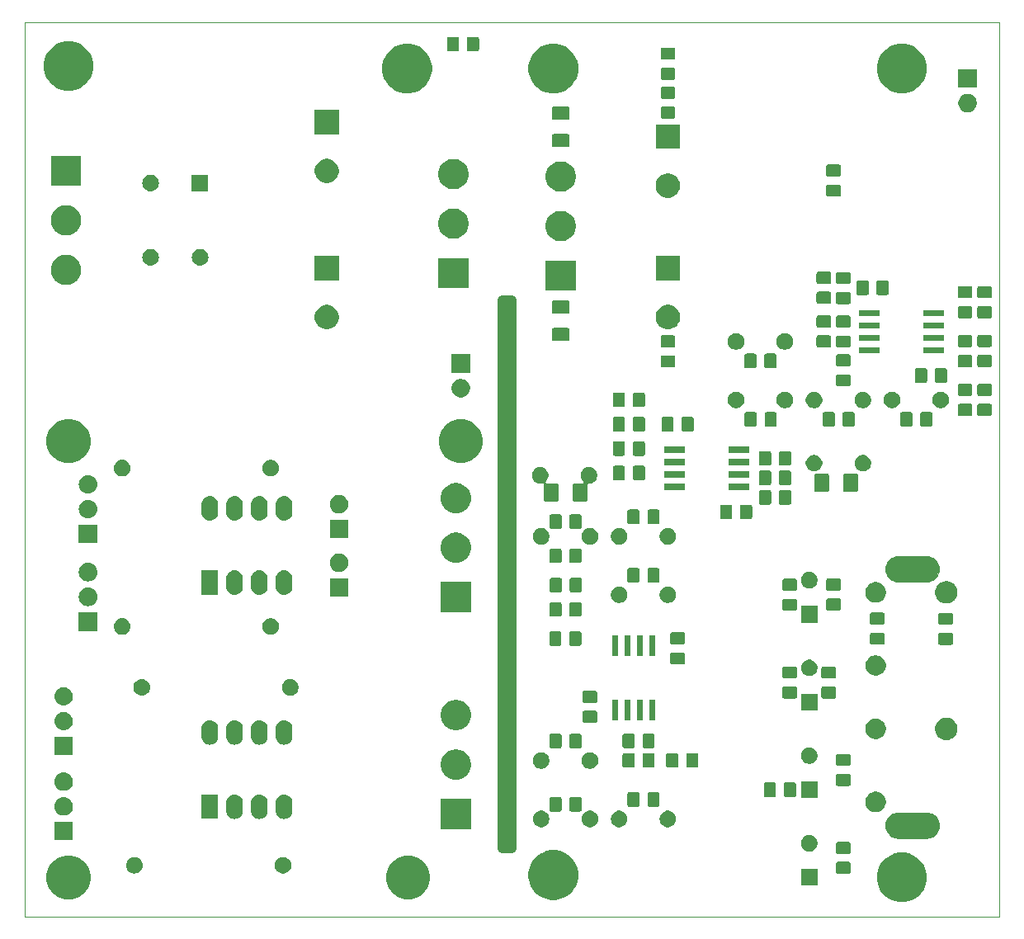
<source format=gbr>
%TF.GenerationSoftware,KiCad,Pcbnew,(5.1.0)-1*%
%TF.CreationDate,2019-10-03T23:56:52+02:00*%
%TF.ProjectId,KicadJE_RIAA,4b696361-644a-4455-9f52-4941412e6b69,rev?*%
%TF.SameCoordinates,Original*%
%TF.FileFunction,Soldermask,Bot*%
%TF.FilePolarity,Negative*%
%FSLAX46Y46*%
G04 Gerber Fmt 4.6, Leading zero omitted, Abs format (unit mm)*
G04 Created by KiCad (PCBNEW (5.1.0)-1) date 2019-10-03 23:56:52*
%MOMM*%
%LPD*%
G04 APERTURE LIST*
%ADD10C,1.000000*%
%ADD11C,0.050000*%
%ADD12C,0.002000*%
%ADD13C,0.150000*%
G04 APERTURE END LIST*
D10*
X99000000Y-138500000D02*
X100000000Y-138500000D01*
X99000000Y-82250000D02*
X99000000Y-138500000D01*
X100000000Y-82250000D02*
X99000000Y-82250000D01*
X100000000Y-138500000D02*
X100000000Y-82250000D01*
D11*
X50000000Y-145500000D02*
X50000000Y-53750000D01*
X150000000Y-145500000D02*
X50000000Y-145500000D01*
X150000000Y-53750000D02*
X150000000Y-145500000D01*
X50000000Y-53750000D02*
X150000000Y-53750000D01*
D12*
G36*
X142525000Y-137452000D02*
G01*
X142729000Y-137436000D01*
X142927000Y-137388000D01*
X143116000Y-137310000D01*
X143290000Y-137203000D01*
X143445000Y-137070000D01*
X143578000Y-136915000D01*
X143685000Y-136741000D01*
X143763000Y-136552000D01*
X143811000Y-136354000D01*
X143827000Y-136150000D01*
X143811000Y-135946000D01*
X143763000Y-135748000D01*
X143685000Y-135559000D01*
X143578000Y-135385000D01*
X143445000Y-135230000D01*
X143290000Y-135097000D01*
X143116000Y-134990000D01*
X142927000Y-134912000D01*
X142729000Y-134864000D01*
X142525000Y-134848000D01*
X139625000Y-134848000D01*
X139421000Y-134864000D01*
X139223000Y-134912000D01*
X139034000Y-134990000D01*
X138860000Y-135097000D01*
X138705000Y-135230000D01*
X138572000Y-135385000D01*
X138465000Y-135559000D01*
X138387000Y-135748000D01*
X138339000Y-135946000D01*
X138323000Y-136150000D01*
X138339000Y-136354000D01*
X138387000Y-136552000D01*
X138465000Y-136741000D01*
X138572000Y-136915000D01*
X138705000Y-137070000D01*
X138860000Y-137203000D01*
X139034000Y-137310000D01*
X139223000Y-137388000D01*
X139421000Y-137436000D01*
X139625000Y-137452000D01*
X142525000Y-137452000D01*
G37*
X142525000Y-137452000D02*
X142729000Y-137436000D01*
X142927000Y-137388000D01*
X143116000Y-137310000D01*
X143290000Y-137203000D01*
X143445000Y-137070000D01*
X143578000Y-136915000D01*
X143685000Y-136741000D01*
X143763000Y-136552000D01*
X143811000Y-136354000D01*
X143827000Y-136150000D01*
X143811000Y-135946000D01*
X143763000Y-135748000D01*
X143685000Y-135559000D01*
X143578000Y-135385000D01*
X143445000Y-135230000D01*
X143290000Y-135097000D01*
X143116000Y-134990000D01*
X142927000Y-134912000D01*
X142729000Y-134864000D01*
X142525000Y-134848000D01*
X139625000Y-134848000D01*
X139421000Y-134864000D01*
X139223000Y-134912000D01*
X139034000Y-134990000D01*
X138860000Y-135097000D01*
X138705000Y-135230000D01*
X138572000Y-135385000D01*
X138465000Y-135559000D01*
X138387000Y-135748000D01*
X138339000Y-135946000D01*
X138323000Y-136150000D01*
X138339000Y-136354000D01*
X138387000Y-136552000D01*
X138465000Y-136741000D01*
X138572000Y-136915000D01*
X138705000Y-137070000D01*
X138860000Y-137203000D01*
X139034000Y-137310000D01*
X139223000Y-137388000D01*
X139421000Y-137436000D01*
X139625000Y-137452000D01*
X142525000Y-137452000D01*
G36*
X142525000Y-111152000D02*
G01*
X142729000Y-111136000D01*
X142927000Y-111088000D01*
X143116000Y-111010000D01*
X143290000Y-110903000D01*
X143445000Y-110770000D01*
X143578000Y-110615000D01*
X143685000Y-110441000D01*
X143763000Y-110252000D01*
X143811000Y-110054000D01*
X143827000Y-109850000D01*
X143811000Y-109646000D01*
X143763000Y-109448000D01*
X143685000Y-109259000D01*
X143578000Y-109085000D01*
X143445000Y-108930000D01*
X143290000Y-108797000D01*
X143116000Y-108690000D01*
X142927000Y-108612000D01*
X142729000Y-108564000D01*
X142525000Y-108548000D01*
X139625000Y-108548000D01*
X139421000Y-108564000D01*
X139223000Y-108612000D01*
X139034000Y-108690000D01*
X138860000Y-108797000D01*
X138705000Y-108930000D01*
X138572000Y-109085000D01*
X138465000Y-109259000D01*
X138387000Y-109448000D01*
X138339000Y-109646000D01*
X138323000Y-109850000D01*
X138339000Y-110054000D01*
X138387000Y-110252000D01*
X138465000Y-110441000D01*
X138572000Y-110615000D01*
X138705000Y-110770000D01*
X138860000Y-110903000D01*
X139034000Y-111010000D01*
X139223000Y-111088000D01*
X139421000Y-111136000D01*
X139625000Y-111152000D01*
X142525000Y-111152000D01*
G37*
X142525000Y-111152000D02*
X142729000Y-111136000D01*
X142927000Y-111088000D01*
X143116000Y-111010000D01*
X143290000Y-110903000D01*
X143445000Y-110770000D01*
X143578000Y-110615000D01*
X143685000Y-110441000D01*
X143763000Y-110252000D01*
X143811000Y-110054000D01*
X143827000Y-109850000D01*
X143811000Y-109646000D01*
X143763000Y-109448000D01*
X143685000Y-109259000D01*
X143578000Y-109085000D01*
X143445000Y-108930000D01*
X143290000Y-108797000D01*
X143116000Y-108690000D01*
X142927000Y-108612000D01*
X142729000Y-108564000D01*
X142525000Y-108548000D01*
X139625000Y-108548000D01*
X139421000Y-108564000D01*
X139223000Y-108612000D01*
X139034000Y-108690000D01*
X138860000Y-108797000D01*
X138705000Y-108930000D01*
X138572000Y-109085000D01*
X138465000Y-109259000D01*
X138387000Y-109448000D01*
X138339000Y-109646000D01*
X138323000Y-109850000D01*
X138339000Y-110054000D01*
X138387000Y-110252000D01*
X138465000Y-110441000D01*
X138572000Y-110615000D01*
X138705000Y-110770000D01*
X138860000Y-110903000D01*
X139034000Y-111010000D01*
X139223000Y-111088000D01*
X139421000Y-111136000D01*
X139625000Y-111152000D01*
X142525000Y-111152000D01*
D13*
G36*
X140744098Y-139047033D02*
G01*
X141208350Y-139239332D01*
X141208352Y-139239333D01*
X141626168Y-139518509D01*
X141981491Y-139873832D01*
X142260667Y-140291648D01*
X142260668Y-140291650D01*
X142452967Y-140755902D01*
X142551000Y-141248747D01*
X142551000Y-141751253D01*
X142452967Y-142244098D01*
X142274896Y-142674000D01*
X142260667Y-142708352D01*
X141981491Y-143126168D01*
X141626168Y-143481491D01*
X141208352Y-143760667D01*
X141208351Y-143760668D01*
X141208350Y-143760668D01*
X140744098Y-143952967D01*
X140251253Y-144051000D01*
X139748747Y-144051000D01*
X139255902Y-143952967D01*
X138791650Y-143760668D01*
X138791649Y-143760668D01*
X138791648Y-143760667D01*
X138373832Y-143481491D01*
X138018509Y-143126168D01*
X137739333Y-142708352D01*
X137725104Y-142674000D01*
X137547033Y-142244098D01*
X137449000Y-141751253D01*
X137449000Y-141248747D01*
X137547033Y-140755902D01*
X137739332Y-140291650D01*
X137739333Y-140291648D01*
X138018509Y-139873832D01*
X138373832Y-139518509D01*
X138791648Y-139239333D01*
X138791650Y-139239332D01*
X139255902Y-139047033D01*
X139748747Y-138949000D01*
X140251253Y-138949000D01*
X140744098Y-139047033D01*
X140744098Y-139047033D01*
G37*
G36*
X104994098Y-138797033D02*
G01*
X105435912Y-138980038D01*
X105458352Y-138989333D01*
X105876168Y-139268509D01*
X106231491Y-139623832D01*
X106499323Y-140024671D01*
X106510668Y-140041650D01*
X106702967Y-140505902D01*
X106801000Y-140998747D01*
X106801000Y-141501253D01*
X106702967Y-141994098D01*
X106550496Y-142362196D01*
X106510667Y-142458352D01*
X106231491Y-142876168D01*
X105876168Y-143231491D01*
X105458352Y-143510667D01*
X105458351Y-143510668D01*
X105458350Y-143510668D01*
X104994098Y-143702967D01*
X104501253Y-143801000D01*
X103998747Y-143801000D01*
X103505902Y-143702967D01*
X103041650Y-143510668D01*
X103041649Y-143510668D01*
X103041648Y-143510667D01*
X102623832Y-143231491D01*
X102268509Y-142876168D01*
X101989333Y-142458352D01*
X101949504Y-142362196D01*
X101797033Y-141994098D01*
X101699000Y-141501253D01*
X101699000Y-140998747D01*
X101797033Y-140505902D01*
X101989332Y-140041650D01*
X102000677Y-140024671D01*
X102268509Y-139623832D01*
X102623832Y-139268509D01*
X103041648Y-138989333D01*
X103064088Y-138980038D01*
X103505902Y-138797033D01*
X103998747Y-138699000D01*
X104501253Y-138699000D01*
X104994098Y-138797033D01*
X104994098Y-138797033D01*
G37*
G36*
X89625880Y-139259776D02*
G01*
X90006593Y-139335504D01*
X90416249Y-139505189D01*
X90784929Y-139751534D01*
X91098466Y-140065071D01*
X91344811Y-140433751D01*
X91514496Y-140843407D01*
X91601000Y-141278296D01*
X91601000Y-141721704D01*
X91514496Y-142156593D01*
X91344811Y-142566249D01*
X91098466Y-142934929D01*
X90784929Y-143248466D01*
X90416249Y-143494811D01*
X90006593Y-143664496D01*
X89625880Y-143740224D01*
X89571705Y-143751000D01*
X89128295Y-143751000D01*
X89074120Y-143740224D01*
X88693407Y-143664496D01*
X88283751Y-143494811D01*
X87915071Y-143248466D01*
X87601534Y-142934929D01*
X87355189Y-142566249D01*
X87185504Y-142156593D01*
X87099000Y-141721704D01*
X87099000Y-141278296D01*
X87185504Y-140843407D01*
X87355189Y-140433751D01*
X87601534Y-140065071D01*
X87915071Y-139751534D01*
X88283751Y-139505189D01*
X88693407Y-139335504D01*
X89074120Y-139259776D01*
X89128295Y-139249000D01*
X89571705Y-139249000D01*
X89625880Y-139259776D01*
X89625880Y-139259776D01*
G37*
G36*
X54775880Y-139259776D02*
G01*
X55156593Y-139335504D01*
X55566249Y-139505189D01*
X55934929Y-139751534D01*
X56248466Y-140065071D01*
X56494811Y-140433751D01*
X56664496Y-140843407D01*
X56751000Y-141278296D01*
X56751000Y-141721704D01*
X56664496Y-142156593D01*
X56494811Y-142566249D01*
X56248466Y-142934929D01*
X55934929Y-143248466D01*
X55566249Y-143494811D01*
X55156593Y-143664496D01*
X54775880Y-143740224D01*
X54721705Y-143751000D01*
X54278295Y-143751000D01*
X54224120Y-143740224D01*
X53843407Y-143664496D01*
X53433751Y-143494811D01*
X53065071Y-143248466D01*
X52751534Y-142934929D01*
X52505189Y-142566249D01*
X52335504Y-142156593D01*
X52249000Y-141721704D01*
X52249000Y-141278296D01*
X52335504Y-140843407D01*
X52505189Y-140433751D01*
X52751534Y-140065071D01*
X53065071Y-139751534D01*
X53433751Y-139505189D01*
X53843407Y-139335504D01*
X54224120Y-139259776D01*
X54278295Y-139249000D01*
X54721705Y-139249000D01*
X54775880Y-139259776D01*
X54775880Y-139259776D01*
G37*
G36*
X131351000Y-142351000D02*
G01*
X129649000Y-142351000D01*
X129649000Y-140649000D01*
X131351000Y-140649000D01*
X131351000Y-142351000D01*
X131351000Y-142351000D01*
G37*
G36*
X134588674Y-139903465D02*
G01*
X134626367Y-139914899D01*
X134661103Y-139933466D01*
X134691548Y-139958452D01*
X134716534Y-139988897D01*
X134735101Y-140023633D01*
X134746535Y-140061326D01*
X134751000Y-140106661D01*
X134751000Y-140943339D01*
X134746535Y-140988674D01*
X134735101Y-141026367D01*
X134716534Y-141061103D01*
X134691548Y-141091548D01*
X134661103Y-141116534D01*
X134626367Y-141135101D01*
X134588674Y-141146535D01*
X134543339Y-141151000D01*
X133456661Y-141151000D01*
X133411326Y-141146535D01*
X133373633Y-141135101D01*
X133338897Y-141116534D01*
X133308452Y-141091548D01*
X133283466Y-141061103D01*
X133264899Y-141026367D01*
X133253465Y-140988674D01*
X133249000Y-140943339D01*
X133249000Y-140106661D01*
X133253465Y-140061326D01*
X133264899Y-140023633D01*
X133283466Y-139988897D01*
X133308452Y-139958452D01*
X133338897Y-139933466D01*
X133373633Y-139914899D01*
X133411326Y-139903465D01*
X133456661Y-139899000D01*
X134543339Y-139899000D01*
X134588674Y-139903465D01*
X134588674Y-139903465D01*
G37*
G36*
X76748228Y-139431703D02*
G01*
X76903100Y-139495853D01*
X77042481Y-139588985D01*
X77161015Y-139707519D01*
X77254147Y-139846900D01*
X77318297Y-140001772D01*
X77351000Y-140166184D01*
X77351000Y-140333816D01*
X77318297Y-140498228D01*
X77254147Y-140653100D01*
X77161015Y-140792481D01*
X77042481Y-140911015D01*
X76903100Y-141004147D01*
X76748228Y-141068297D01*
X76583816Y-141101000D01*
X76416184Y-141101000D01*
X76251772Y-141068297D01*
X76096900Y-141004147D01*
X75957519Y-140911015D01*
X75838985Y-140792481D01*
X75745853Y-140653100D01*
X75681703Y-140498228D01*
X75649000Y-140333816D01*
X75649000Y-140166184D01*
X75681703Y-140001772D01*
X75745853Y-139846900D01*
X75838985Y-139707519D01*
X75957519Y-139588985D01*
X76096900Y-139495853D01*
X76251772Y-139431703D01*
X76416184Y-139399000D01*
X76583816Y-139399000D01*
X76748228Y-139431703D01*
X76748228Y-139431703D01*
G37*
G36*
X61426823Y-139411313D02*
G01*
X61587242Y-139459976D01*
X61654361Y-139495852D01*
X61735078Y-139538996D01*
X61864659Y-139645341D01*
X61971004Y-139774922D01*
X61971005Y-139774924D01*
X62050024Y-139922758D01*
X62098687Y-140083177D01*
X62115117Y-140250000D01*
X62098687Y-140416823D01*
X62050024Y-140577242D01*
X62009477Y-140653100D01*
X61971004Y-140725078D01*
X61864659Y-140854659D01*
X61735078Y-140961004D01*
X61735076Y-140961005D01*
X61587242Y-141040024D01*
X61426823Y-141088687D01*
X61301804Y-141101000D01*
X61218196Y-141101000D01*
X61093177Y-141088687D01*
X60932758Y-141040024D01*
X60784924Y-140961005D01*
X60784922Y-140961004D01*
X60655341Y-140854659D01*
X60548996Y-140725078D01*
X60510523Y-140653100D01*
X60469976Y-140577242D01*
X60421313Y-140416823D01*
X60404883Y-140250000D01*
X60421313Y-140083177D01*
X60469976Y-139922758D01*
X60548995Y-139774924D01*
X60548996Y-139774922D01*
X60655341Y-139645341D01*
X60784922Y-139538996D01*
X60865639Y-139495852D01*
X60932758Y-139459976D01*
X61093177Y-139411313D01*
X61218196Y-139399000D01*
X61301804Y-139399000D01*
X61426823Y-139411313D01*
X61426823Y-139411313D01*
G37*
G36*
X134588674Y-137853465D02*
G01*
X134626367Y-137864899D01*
X134661103Y-137883466D01*
X134691548Y-137908452D01*
X134716534Y-137938897D01*
X134735101Y-137973633D01*
X134746535Y-138011326D01*
X134751000Y-138056661D01*
X134751000Y-138893339D01*
X134746535Y-138938674D01*
X134735101Y-138976367D01*
X134716534Y-139011103D01*
X134691548Y-139041548D01*
X134661103Y-139066534D01*
X134626367Y-139085101D01*
X134588674Y-139096535D01*
X134543339Y-139101000D01*
X133456661Y-139101000D01*
X133411326Y-139096535D01*
X133373633Y-139085101D01*
X133338897Y-139066534D01*
X133308452Y-139041548D01*
X133283466Y-139011103D01*
X133264899Y-138976367D01*
X133253465Y-138938674D01*
X133249000Y-138893339D01*
X133249000Y-138056661D01*
X133253465Y-138011326D01*
X133264899Y-137973633D01*
X133283466Y-137938897D01*
X133308452Y-137908452D01*
X133338897Y-137883466D01*
X133373633Y-137864899D01*
X133411326Y-137853465D01*
X133456661Y-137849000D01*
X134543339Y-137849000D01*
X134588674Y-137853465D01*
X134588674Y-137853465D01*
G37*
G36*
X130748228Y-137181703D02*
G01*
X130903100Y-137245853D01*
X131042481Y-137338985D01*
X131161015Y-137457519D01*
X131254147Y-137596900D01*
X131318297Y-137751772D01*
X131351000Y-137916184D01*
X131351000Y-138083816D01*
X131318297Y-138248228D01*
X131254147Y-138403100D01*
X131161015Y-138542481D01*
X131042481Y-138661015D01*
X130903100Y-138754147D01*
X130748228Y-138818297D01*
X130583816Y-138851000D01*
X130416184Y-138851000D01*
X130251772Y-138818297D01*
X130096900Y-138754147D01*
X129957519Y-138661015D01*
X129838985Y-138542481D01*
X129745853Y-138403100D01*
X129681703Y-138248228D01*
X129649000Y-138083816D01*
X129649000Y-137916184D01*
X129681703Y-137751772D01*
X129745853Y-137596900D01*
X129838985Y-137457519D01*
X129957519Y-137338985D01*
X130096900Y-137245853D01*
X130251772Y-137181703D01*
X130416184Y-137149000D01*
X130583816Y-137149000D01*
X130748228Y-137181703D01*
X130748228Y-137181703D01*
G37*
G36*
X54951000Y-137701000D02*
G01*
X53049000Y-137701000D01*
X53049000Y-135799000D01*
X54951000Y-135799000D01*
X54951000Y-137701000D01*
X54951000Y-137701000D01*
G37*
G36*
X142520239Y-134917101D02*
G01*
X142756053Y-134988634D01*
X142973381Y-135104799D01*
X143163871Y-135261129D01*
X143320201Y-135451619D01*
X143436366Y-135668947D01*
X143507899Y-135904761D01*
X143532053Y-136150000D01*
X143507899Y-136395239D01*
X143436366Y-136631053D01*
X143320201Y-136848381D01*
X143163871Y-137038871D01*
X142973381Y-137195201D01*
X142756053Y-137311366D01*
X142520239Y-137382899D01*
X142336457Y-137401000D01*
X139813543Y-137401000D01*
X139629761Y-137382899D01*
X139393947Y-137311366D01*
X139176619Y-137195201D01*
X138986129Y-137038871D01*
X138829799Y-136848381D01*
X138713634Y-136631053D01*
X138642101Y-136395239D01*
X138617947Y-136150000D01*
X138642101Y-135904761D01*
X138713634Y-135668947D01*
X138829799Y-135451619D01*
X138986129Y-135261129D01*
X139176619Y-135104799D01*
X139393947Y-134988634D01*
X139629761Y-134917101D01*
X139813543Y-134899000D01*
X142336457Y-134899000D01*
X142520239Y-134917101D01*
X142520239Y-134917101D01*
G37*
G36*
X95801000Y-136551000D02*
G01*
X92699000Y-136551000D01*
X92699000Y-133449000D01*
X95801000Y-133449000D01*
X95801000Y-136551000D01*
X95801000Y-136551000D01*
G37*
G36*
X108248228Y-134681703D02*
G01*
X108403100Y-134745853D01*
X108542481Y-134838985D01*
X108661015Y-134957519D01*
X108754147Y-135096900D01*
X108818297Y-135251772D01*
X108851000Y-135416184D01*
X108851000Y-135583816D01*
X108818297Y-135748228D01*
X108754147Y-135903100D01*
X108661015Y-136042481D01*
X108542481Y-136161015D01*
X108403100Y-136254147D01*
X108248228Y-136318297D01*
X108083816Y-136351000D01*
X107916184Y-136351000D01*
X107751772Y-136318297D01*
X107596900Y-136254147D01*
X107457519Y-136161015D01*
X107338985Y-136042481D01*
X107245853Y-135903100D01*
X107181703Y-135748228D01*
X107149000Y-135583816D01*
X107149000Y-135416184D01*
X107181703Y-135251772D01*
X107245853Y-135096900D01*
X107338985Y-134957519D01*
X107457519Y-134838985D01*
X107596900Y-134745853D01*
X107751772Y-134681703D01*
X107916184Y-134649000D01*
X108083816Y-134649000D01*
X108248228Y-134681703D01*
X108248228Y-134681703D01*
G37*
G36*
X103248228Y-134681703D02*
G01*
X103403100Y-134745853D01*
X103542481Y-134838985D01*
X103661015Y-134957519D01*
X103754147Y-135096900D01*
X103818297Y-135251772D01*
X103851000Y-135416184D01*
X103851000Y-135583816D01*
X103818297Y-135748228D01*
X103754147Y-135903100D01*
X103661015Y-136042481D01*
X103542481Y-136161015D01*
X103403100Y-136254147D01*
X103248228Y-136318297D01*
X103083816Y-136351000D01*
X102916184Y-136351000D01*
X102751772Y-136318297D01*
X102596900Y-136254147D01*
X102457519Y-136161015D01*
X102338985Y-136042481D01*
X102245853Y-135903100D01*
X102181703Y-135748228D01*
X102149000Y-135583816D01*
X102149000Y-135416184D01*
X102181703Y-135251772D01*
X102245853Y-135096900D01*
X102338985Y-134957519D01*
X102457519Y-134838985D01*
X102596900Y-134745853D01*
X102751772Y-134681703D01*
X102916184Y-134649000D01*
X103083816Y-134649000D01*
X103248228Y-134681703D01*
X103248228Y-134681703D01*
G37*
G36*
X111248228Y-134681703D02*
G01*
X111403100Y-134745853D01*
X111542481Y-134838985D01*
X111661015Y-134957519D01*
X111754147Y-135096900D01*
X111818297Y-135251772D01*
X111851000Y-135416184D01*
X111851000Y-135583816D01*
X111818297Y-135748228D01*
X111754147Y-135903100D01*
X111661015Y-136042481D01*
X111542481Y-136161015D01*
X111403100Y-136254147D01*
X111248228Y-136318297D01*
X111083816Y-136351000D01*
X110916184Y-136351000D01*
X110751772Y-136318297D01*
X110596900Y-136254147D01*
X110457519Y-136161015D01*
X110338985Y-136042481D01*
X110245853Y-135903100D01*
X110181703Y-135748228D01*
X110149000Y-135583816D01*
X110149000Y-135416184D01*
X110181703Y-135251772D01*
X110245853Y-135096900D01*
X110338985Y-134957519D01*
X110457519Y-134838985D01*
X110596900Y-134745853D01*
X110751772Y-134681703D01*
X110916184Y-134649000D01*
X111083816Y-134649000D01*
X111248228Y-134681703D01*
X111248228Y-134681703D01*
G37*
G36*
X116248228Y-134681703D02*
G01*
X116403100Y-134745853D01*
X116542481Y-134838985D01*
X116661015Y-134957519D01*
X116754147Y-135096900D01*
X116818297Y-135251772D01*
X116851000Y-135416184D01*
X116851000Y-135583816D01*
X116818297Y-135748228D01*
X116754147Y-135903100D01*
X116661015Y-136042481D01*
X116542481Y-136161015D01*
X116403100Y-136254147D01*
X116248228Y-136318297D01*
X116083816Y-136351000D01*
X115916184Y-136351000D01*
X115751772Y-136318297D01*
X115596900Y-136254147D01*
X115457519Y-136161015D01*
X115338985Y-136042481D01*
X115245853Y-135903100D01*
X115181703Y-135748228D01*
X115149000Y-135583816D01*
X115149000Y-135416184D01*
X115181703Y-135251772D01*
X115245853Y-135096900D01*
X115338985Y-134957519D01*
X115457519Y-134838985D01*
X115596900Y-134745853D01*
X115751772Y-134681703D01*
X115916184Y-134649000D01*
X116083816Y-134649000D01*
X116248228Y-134681703D01*
X116248228Y-134681703D01*
G37*
G36*
X71706822Y-133011313D02*
G01*
X71867241Y-133059976D01*
X72015077Y-133138995D01*
X72095663Y-133205131D01*
X72144659Y-133245341D01*
X72251004Y-133374922D01*
X72251005Y-133374924D01*
X72330024Y-133522758D01*
X72378687Y-133683177D01*
X72391000Y-133808196D01*
X72391000Y-134691803D01*
X72378687Y-134816822D01*
X72330024Y-134977242D01*
X72315425Y-135004554D01*
X72251004Y-135125078D01*
X72144659Y-135254659D01*
X72015078Y-135361004D01*
X72015076Y-135361005D01*
X71867242Y-135440024D01*
X71706823Y-135488687D01*
X71540000Y-135505117D01*
X71373178Y-135488687D01*
X71212759Y-135440024D01*
X71064925Y-135361005D01*
X71064923Y-135361004D01*
X70935342Y-135254659D01*
X70828997Y-135125078D01*
X70764576Y-135004554D01*
X70749977Y-134977242D01*
X70701314Y-134816823D01*
X70689000Y-134691803D01*
X70689000Y-133808197D01*
X70701313Y-133683178D01*
X70749976Y-133522759D01*
X70828995Y-133374923D01*
X70935341Y-133245341D01*
X71037985Y-133161103D01*
X71064922Y-133138996D01*
X71088549Y-133126367D01*
X71212758Y-133059976D01*
X71373177Y-133011313D01*
X71540000Y-132994883D01*
X71706822Y-133011313D01*
X71706822Y-133011313D01*
G37*
G36*
X74246822Y-133011313D02*
G01*
X74407241Y-133059976D01*
X74555077Y-133138995D01*
X74635663Y-133205131D01*
X74684659Y-133245341D01*
X74791004Y-133374922D01*
X74791005Y-133374924D01*
X74870024Y-133522758D01*
X74918687Y-133683177D01*
X74931000Y-133808196D01*
X74931000Y-134691803D01*
X74918687Y-134816822D01*
X74870024Y-134977242D01*
X74855425Y-135004554D01*
X74791004Y-135125078D01*
X74684659Y-135254659D01*
X74555078Y-135361004D01*
X74555076Y-135361005D01*
X74407242Y-135440024D01*
X74246823Y-135488687D01*
X74080000Y-135505117D01*
X73913178Y-135488687D01*
X73752759Y-135440024D01*
X73604925Y-135361005D01*
X73604923Y-135361004D01*
X73475342Y-135254659D01*
X73368997Y-135125078D01*
X73304576Y-135004554D01*
X73289977Y-134977242D01*
X73241314Y-134816823D01*
X73229000Y-134691803D01*
X73229000Y-133808197D01*
X73241313Y-133683178D01*
X73289976Y-133522759D01*
X73368995Y-133374923D01*
X73475341Y-133245341D01*
X73577985Y-133161103D01*
X73604922Y-133138996D01*
X73628549Y-133126367D01*
X73752758Y-133059976D01*
X73913177Y-133011313D01*
X74080000Y-132994883D01*
X74246822Y-133011313D01*
X74246822Y-133011313D01*
G37*
G36*
X76786822Y-133011313D02*
G01*
X76947241Y-133059976D01*
X77095077Y-133138995D01*
X77175663Y-133205131D01*
X77224659Y-133245341D01*
X77331004Y-133374922D01*
X77331005Y-133374924D01*
X77410024Y-133522758D01*
X77458687Y-133683177D01*
X77471000Y-133808196D01*
X77471000Y-134691803D01*
X77458687Y-134816822D01*
X77410024Y-134977242D01*
X77395425Y-135004554D01*
X77331004Y-135125078D01*
X77224659Y-135254659D01*
X77095078Y-135361004D01*
X77095076Y-135361005D01*
X76947242Y-135440024D01*
X76786823Y-135488687D01*
X76620000Y-135505117D01*
X76453178Y-135488687D01*
X76292759Y-135440024D01*
X76144925Y-135361005D01*
X76144923Y-135361004D01*
X76015342Y-135254659D01*
X75908997Y-135125078D01*
X75844576Y-135004554D01*
X75829977Y-134977242D01*
X75781314Y-134816823D01*
X75769000Y-134691803D01*
X75769000Y-133808197D01*
X75781313Y-133683178D01*
X75829976Y-133522759D01*
X75908995Y-133374923D01*
X76015341Y-133245341D01*
X76117985Y-133161103D01*
X76144922Y-133138996D01*
X76168549Y-133126367D01*
X76292758Y-133059976D01*
X76453177Y-133011313D01*
X76620000Y-132994883D01*
X76786822Y-133011313D01*
X76786822Y-133011313D01*
G37*
G36*
X69851000Y-135501000D02*
G01*
X68149000Y-135501000D01*
X68149000Y-132999000D01*
X69851000Y-132999000D01*
X69851000Y-135501000D01*
X69851000Y-135501000D01*
G37*
G36*
X54186425Y-133272760D02*
G01*
X54186428Y-133272761D01*
X54186429Y-133272761D01*
X54365693Y-133327140D01*
X54365696Y-133327142D01*
X54365697Y-133327142D01*
X54530903Y-133415446D01*
X54675712Y-133534288D01*
X54794554Y-133679097D01*
X54863561Y-133808201D01*
X54882860Y-133844307D01*
X54923666Y-133978827D01*
X54937240Y-134023575D01*
X54955601Y-134210000D01*
X54937240Y-134396425D01*
X54937239Y-134396428D01*
X54937239Y-134396429D01*
X54882860Y-134575693D01*
X54882858Y-134575696D01*
X54882858Y-134575697D01*
X54794554Y-134740903D01*
X54675712Y-134885712D01*
X54530903Y-135004554D01*
X54365697Y-135092858D01*
X54365693Y-135092860D01*
X54186429Y-135147239D01*
X54186428Y-135147239D01*
X54186425Y-135147240D01*
X54046718Y-135161000D01*
X53953282Y-135161000D01*
X53813575Y-135147240D01*
X53813572Y-135147239D01*
X53813571Y-135147239D01*
X53634307Y-135092860D01*
X53634303Y-135092858D01*
X53469097Y-135004554D01*
X53324288Y-134885712D01*
X53205446Y-134740903D01*
X53117142Y-134575697D01*
X53117142Y-134575696D01*
X53117140Y-134575693D01*
X53062761Y-134396429D01*
X53062761Y-134396428D01*
X53062760Y-134396425D01*
X53044399Y-134210000D01*
X53062760Y-134023575D01*
X53076334Y-133978827D01*
X53117140Y-133844307D01*
X53136439Y-133808201D01*
X53205446Y-133679097D01*
X53324288Y-133534288D01*
X53469097Y-133415446D01*
X53634303Y-133327142D01*
X53634304Y-133327142D01*
X53634307Y-133327140D01*
X53813571Y-133272761D01*
X53813572Y-133272761D01*
X53813575Y-133272760D01*
X53953282Y-133259000D01*
X54046718Y-133259000D01*
X54186425Y-133272760D01*
X54186425Y-133272760D01*
G37*
G36*
X137631564Y-132739389D02*
G01*
X137798297Y-132808452D01*
X137822835Y-132818616D01*
X137994973Y-132933635D01*
X138141365Y-133080027D01*
X138255606Y-133251000D01*
X138256385Y-133252167D01*
X138335611Y-133443436D01*
X138376000Y-133646484D01*
X138376000Y-133853516D01*
X138335611Y-134056564D01*
X138256385Y-134247833D01*
X138256384Y-134247835D01*
X138141365Y-134419973D01*
X137994973Y-134566365D01*
X137822835Y-134681384D01*
X137822834Y-134681385D01*
X137822833Y-134681385D01*
X137631564Y-134760611D01*
X137428516Y-134801000D01*
X137221484Y-134801000D01*
X137018436Y-134760611D01*
X136827167Y-134681385D01*
X136827166Y-134681385D01*
X136827165Y-134681384D01*
X136655027Y-134566365D01*
X136508635Y-134419973D01*
X136393616Y-134247835D01*
X136393615Y-134247833D01*
X136314389Y-134056564D01*
X136274000Y-133853516D01*
X136274000Y-133646484D01*
X136314389Y-133443436D01*
X136393615Y-133252167D01*
X136394395Y-133251000D01*
X136508635Y-133080027D01*
X136655027Y-132933635D01*
X136827165Y-132818616D01*
X136851703Y-132808452D01*
X137018436Y-132739389D01*
X137221484Y-132699000D01*
X137428516Y-132699000D01*
X137631564Y-132739389D01*
X137631564Y-132739389D01*
G37*
G36*
X106988674Y-133253465D02*
G01*
X107026367Y-133264899D01*
X107061103Y-133283466D01*
X107091548Y-133308452D01*
X107116534Y-133338897D01*
X107135101Y-133373633D01*
X107146535Y-133411326D01*
X107151000Y-133456661D01*
X107151000Y-134543339D01*
X107146535Y-134588674D01*
X107135101Y-134626367D01*
X107116534Y-134661103D01*
X107091548Y-134691548D01*
X107061103Y-134716534D01*
X107026367Y-134735101D01*
X106988674Y-134746535D01*
X106943339Y-134751000D01*
X106106661Y-134751000D01*
X106061326Y-134746535D01*
X106023633Y-134735101D01*
X105988897Y-134716534D01*
X105958452Y-134691548D01*
X105933466Y-134661103D01*
X105914899Y-134626367D01*
X105903465Y-134588674D01*
X105899000Y-134543339D01*
X105899000Y-133456661D01*
X105903465Y-133411326D01*
X105914899Y-133373633D01*
X105933466Y-133338897D01*
X105958452Y-133308452D01*
X105988897Y-133283466D01*
X106023633Y-133264899D01*
X106061326Y-133253465D01*
X106106661Y-133249000D01*
X106943339Y-133249000D01*
X106988674Y-133253465D01*
X106988674Y-133253465D01*
G37*
G36*
X104938674Y-133253465D02*
G01*
X104976367Y-133264899D01*
X105011103Y-133283466D01*
X105041548Y-133308452D01*
X105066534Y-133338897D01*
X105085101Y-133373633D01*
X105096535Y-133411326D01*
X105101000Y-133456661D01*
X105101000Y-134543339D01*
X105096535Y-134588674D01*
X105085101Y-134626367D01*
X105066534Y-134661103D01*
X105041548Y-134691548D01*
X105011103Y-134716534D01*
X104976367Y-134735101D01*
X104938674Y-134746535D01*
X104893339Y-134751000D01*
X104056661Y-134751000D01*
X104011326Y-134746535D01*
X103973633Y-134735101D01*
X103938897Y-134716534D01*
X103908452Y-134691548D01*
X103883466Y-134661103D01*
X103864899Y-134626367D01*
X103853465Y-134588674D01*
X103849000Y-134543339D01*
X103849000Y-133456661D01*
X103853465Y-133411326D01*
X103864899Y-133373633D01*
X103883466Y-133338897D01*
X103908452Y-133308452D01*
X103938897Y-133283466D01*
X103973633Y-133264899D01*
X104011326Y-133253465D01*
X104056661Y-133249000D01*
X104893339Y-133249000D01*
X104938674Y-133253465D01*
X104938674Y-133253465D01*
G37*
G36*
X114988674Y-132753465D02*
G01*
X115026367Y-132764899D01*
X115061103Y-132783466D01*
X115091548Y-132808452D01*
X115116534Y-132838897D01*
X115135101Y-132873633D01*
X115146535Y-132911326D01*
X115151000Y-132956661D01*
X115151000Y-134043339D01*
X115146535Y-134088674D01*
X115135101Y-134126367D01*
X115116534Y-134161103D01*
X115091548Y-134191548D01*
X115061103Y-134216534D01*
X115026367Y-134235101D01*
X114988674Y-134246535D01*
X114943339Y-134251000D01*
X114106661Y-134251000D01*
X114061326Y-134246535D01*
X114023633Y-134235101D01*
X113988897Y-134216534D01*
X113958452Y-134191548D01*
X113933466Y-134161103D01*
X113914899Y-134126367D01*
X113903465Y-134088674D01*
X113899000Y-134043339D01*
X113899000Y-132956661D01*
X113903465Y-132911326D01*
X113914899Y-132873633D01*
X113933466Y-132838897D01*
X113958452Y-132808452D01*
X113988897Y-132783466D01*
X114023633Y-132764899D01*
X114061326Y-132753465D01*
X114106661Y-132749000D01*
X114943339Y-132749000D01*
X114988674Y-132753465D01*
X114988674Y-132753465D01*
G37*
G36*
X112938674Y-132753465D02*
G01*
X112976367Y-132764899D01*
X113011103Y-132783466D01*
X113041548Y-132808452D01*
X113066534Y-132838897D01*
X113085101Y-132873633D01*
X113096535Y-132911326D01*
X113101000Y-132956661D01*
X113101000Y-134043339D01*
X113096535Y-134088674D01*
X113085101Y-134126367D01*
X113066534Y-134161103D01*
X113041548Y-134191548D01*
X113011103Y-134216534D01*
X112976367Y-134235101D01*
X112938674Y-134246535D01*
X112893339Y-134251000D01*
X112056661Y-134251000D01*
X112011326Y-134246535D01*
X111973633Y-134235101D01*
X111938897Y-134216534D01*
X111908452Y-134191548D01*
X111883466Y-134161103D01*
X111864899Y-134126367D01*
X111853465Y-134088674D01*
X111849000Y-134043339D01*
X111849000Y-132956661D01*
X111853465Y-132911326D01*
X111864899Y-132873633D01*
X111883466Y-132838897D01*
X111908452Y-132808452D01*
X111938897Y-132783466D01*
X111973633Y-132764899D01*
X112011326Y-132753465D01*
X112056661Y-132749000D01*
X112893339Y-132749000D01*
X112938674Y-132753465D01*
X112938674Y-132753465D01*
G37*
G36*
X131351000Y-133351000D02*
G01*
X129649000Y-133351000D01*
X129649000Y-131649000D01*
X131351000Y-131649000D01*
X131351000Y-133351000D01*
X131351000Y-133351000D01*
G37*
G36*
X128988674Y-131753465D02*
G01*
X129026367Y-131764899D01*
X129061103Y-131783466D01*
X129091548Y-131808452D01*
X129116534Y-131838897D01*
X129135101Y-131873633D01*
X129146535Y-131911326D01*
X129151000Y-131956661D01*
X129151000Y-133043339D01*
X129146535Y-133088674D01*
X129135101Y-133126367D01*
X129116534Y-133161103D01*
X129091548Y-133191548D01*
X129061103Y-133216534D01*
X129026367Y-133235101D01*
X128988674Y-133246535D01*
X128943339Y-133251000D01*
X128106661Y-133251000D01*
X128061326Y-133246535D01*
X128023633Y-133235101D01*
X127988897Y-133216534D01*
X127958452Y-133191548D01*
X127933466Y-133161103D01*
X127914899Y-133126367D01*
X127903465Y-133088674D01*
X127899000Y-133043339D01*
X127899000Y-131956661D01*
X127903465Y-131911326D01*
X127914899Y-131873633D01*
X127933466Y-131838897D01*
X127958452Y-131808452D01*
X127988897Y-131783466D01*
X128023633Y-131764899D01*
X128061326Y-131753465D01*
X128106661Y-131749000D01*
X128943339Y-131749000D01*
X128988674Y-131753465D01*
X128988674Y-131753465D01*
G37*
G36*
X126938674Y-131753465D02*
G01*
X126976367Y-131764899D01*
X127011103Y-131783466D01*
X127041548Y-131808452D01*
X127066534Y-131838897D01*
X127085101Y-131873633D01*
X127096535Y-131911326D01*
X127101000Y-131956661D01*
X127101000Y-133043339D01*
X127096535Y-133088674D01*
X127085101Y-133126367D01*
X127066534Y-133161103D01*
X127041548Y-133191548D01*
X127011103Y-133216534D01*
X126976367Y-133235101D01*
X126938674Y-133246535D01*
X126893339Y-133251000D01*
X126056661Y-133251000D01*
X126011326Y-133246535D01*
X125973633Y-133235101D01*
X125938897Y-133216534D01*
X125908452Y-133191548D01*
X125883466Y-133161103D01*
X125864899Y-133126367D01*
X125853465Y-133088674D01*
X125849000Y-133043339D01*
X125849000Y-131956661D01*
X125853465Y-131911326D01*
X125864899Y-131873633D01*
X125883466Y-131838897D01*
X125908452Y-131808452D01*
X125938897Y-131783466D01*
X125973633Y-131764899D01*
X126011326Y-131753465D01*
X126056661Y-131749000D01*
X126893339Y-131749000D01*
X126938674Y-131753465D01*
X126938674Y-131753465D01*
G37*
G36*
X54186425Y-130732760D02*
G01*
X54186428Y-130732761D01*
X54186429Y-130732761D01*
X54365693Y-130787140D01*
X54365696Y-130787142D01*
X54365697Y-130787142D01*
X54530903Y-130875446D01*
X54675712Y-130994288D01*
X54794554Y-131139097D01*
X54877607Y-131294479D01*
X54882860Y-131304307D01*
X54937239Y-131483571D01*
X54937240Y-131483575D01*
X54955601Y-131670000D01*
X54937240Y-131856425D01*
X54937239Y-131856428D01*
X54937239Y-131856429D01*
X54882860Y-132035693D01*
X54882858Y-132035696D01*
X54882858Y-132035697D01*
X54794554Y-132200903D01*
X54675712Y-132345712D01*
X54530903Y-132464554D01*
X54365697Y-132552858D01*
X54365693Y-132552860D01*
X54186429Y-132607239D01*
X54186428Y-132607239D01*
X54186425Y-132607240D01*
X54046718Y-132621000D01*
X53953282Y-132621000D01*
X53813575Y-132607240D01*
X53813572Y-132607239D01*
X53813571Y-132607239D01*
X53634307Y-132552860D01*
X53634303Y-132552858D01*
X53469097Y-132464554D01*
X53324288Y-132345712D01*
X53205446Y-132200903D01*
X53117142Y-132035697D01*
X53117142Y-132035696D01*
X53117140Y-132035693D01*
X53062761Y-131856429D01*
X53062761Y-131856428D01*
X53062760Y-131856425D01*
X53044399Y-131670000D01*
X53062760Y-131483575D01*
X53062761Y-131483571D01*
X53117140Y-131304307D01*
X53122393Y-131294479D01*
X53205446Y-131139097D01*
X53324288Y-130994288D01*
X53469097Y-130875446D01*
X53634303Y-130787142D01*
X53634304Y-130787142D01*
X53634307Y-130787140D01*
X53813571Y-130732761D01*
X53813572Y-130732761D01*
X53813575Y-130732760D01*
X53953282Y-130719000D01*
X54046718Y-130719000D01*
X54186425Y-130732760D01*
X54186425Y-130732760D01*
G37*
G36*
X134588674Y-130878465D02*
G01*
X134626367Y-130889899D01*
X134661103Y-130908466D01*
X134691548Y-130933452D01*
X134716534Y-130963897D01*
X134735101Y-130998633D01*
X134746535Y-131036326D01*
X134751000Y-131081661D01*
X134751000Y-131918339D01*
X134746535Y-131963674D01*
X134735101Y-132001367D01*
X134716534Y-132036103D01*
X134691548Y-132066548D01*
X134661103Y-132091534D01*
X134626367Y-132110101D01*
X134588674Y-132121535D01*
X134543339Y-132126000D01*
X133456661Y-132126000D01*
X133411326Y-132121535D01*
X133373633Y-132110101D01*
X133338897Y-132091534D01*
X133308452Y-132066548D01*
X133283466Y-132036103D01*
X133264899Y-132001367D01*
X133253465Y-131963674D01*
X133249000Y-131918339D01*
X133249000Y-131081661D01*
X133253465Y-131036326D01*
X133264899Y-130998633D01*
X133283466Y-130963897D01*
X133308452Y-130933452D01*
X133338897Y-130908466D01*
X133373633Y-130889899D01*
X133411326Y-130878465D01*
X133456661Y-130874000D01*
X134543339Y-130874000D01*
X134588674Y-130878465D01*
X134588674Y-130878465D01*
G37*
G36*
X94552585Y-128398802D02*
G01*
X94702410Y-128428604D01*
X94984674Y-128545521D01*
X95238705Y-128715259D01*
X95454741Y-128931295D01*
X95624479Y-129185326D01*
X95741396Y-129467590D01*
X95756293Y-129542481D01*
X95797219Y-129748229D01*
X95801000Y-129767240D01*
X95801000Y-130072760D01*
X95741396Y-130372410D01*
X95624479Y-130654674D01*
X95454741Y-130908705D01*
X95238705Y-131124741D01*
X94984674Y-131294479D01*
X94702410Y-131411396D01*
X94552585Y-131441198D01*
X94402761Y-131471000D01*
X94097239Y-131471000D01*
X93947415Y-131441198D01*
X93797590Y-131411396D01*
X93515326Y-131294479D01*
X93261295Y-131124741D01*
X93045259Y-130908705D01*
X92875521Y-130654674D01*
X92758604Y-130372410D01*
X92699000Y-130072760D01*
X92699000Y-129767240D01*
X92702782Y-129748229D01*
X92743707Y-129542481D01*
X92758604Y-129467590D01*
X92875521Y-129185326D01*
X93045259Y-128931295D01*
X93261295Y-128715259D01*
X93515326Y-128545521D01*
X93797590Y-128428604D01*
X93947415Y-128398802D01*
X94097239Y-128369000D01*
X94402761Y-128369000D01*
X94552585Y-128398802D01*
X94552585Y-128398802D01*
G37*
G36*
X103248228Y-128681703D02*
G01*
X103403100Y-128745853D01*
X103542481Y-128838985D01*
X103661015Y-128957519D01*
X103754147Y-129096900D01*
X103818297Y-129251772D01*
X103851000Y-129416184D01*
X103851000Y-129583816D01*
X103818297Y-129748228D01*
X103754147Y-129903100D01*
X103661015Y-130042481D01*
X103542481Y-130161015D01*
X103403100Y-130254147D01*
X103248228Y-130318297D01*
X103083816Y-130351000D01*
X102916184Y-130351000D01*
X102751772Y-130318297D01*
X102596900Y-130254147D01*
X102457519Y-130161015D01*
X102338985Y-130042481D01*
X102245853Y-129903100D01*
X102181703Y-129748228D01*
X102149000Y-129583816D01*
X102149000Y-129416184D01*
X102181703Y-129251772D01*
X102245853Y-129096900D01*
X102338985Y-128957519D01*
X102457519Y-128838985D01*
X102596900Y-128745853D01*
X102751772Y-128681703D01*
X102916184Y-128649000D01*
X103083816Y-128649000D01*
X103248228Y-128681703D01*
X103248228Y-128681703D01*
G37*
G36*
X108248228Y-128681703D02*
G01*
X108403100Y-128745853D01*
X108542481Y-128838985D01*
X108661015Y-128957519D01*
X108754147Y-129096900D01*
X108818297Y-129251772D01*
X108851000Y-129416184D01*
X108851000Y-129583816D01*
X108818297Y-129748228D01*
X108754147Y-129903100D01*
X108661015Y-130042481D01*
X108542481Y-130161015D01*
X108403100Y-130254147D01*
X108248228Y-130318297D01*
X108083816Y-130351000D01*
X107916184Y-130351000D01*
X107751772Y-130318297D01*
X107596900Y-130254147D01*
X107457519Y-130161015D01*
X107338985Y-130042481D01*
X107245853Y-129903100D01*
X107181703Y-129748228D01*
X107149000Y-129583816D01*
X107149000Y-129416184D01*
X107181703Y-129251772D01*
X107245853Y-129096900D01*
X107338985Y-128957519D01*
X107457519Y-128838985D01*
X107596900Y-128745853D01*
X107751772Y-128681703D01*
X107916184Y-128649000D01*
X108083816Y-128649000D01*
X108248228Y-128681703D01*
X108248228Y-128681703D01*
G37*
G36*
X116913674Y-128753465D02*
G01*
X116951367Y-128764899D01*
X116986103Y-128783466D01*
X117016548Y-128808452D01*
X117041534Y-128838897D01*
X117060101Y-128873633D01*
X117071535Y-128911326D01*
X117076000Y-128956661D01*
X117076000Y-130043339D01*
X117071535Y-130088674D01*
X117060101Y-130126367D01*
X117041534Y-130161103D01*
X117016548Y-130191548D01*
X116986103Y-130216534D01*
X116951367Y-130235101D01*
X116913674Y-130246535D01*
X116868339Y-130251000D01*
X116031661Y-130251000D01*
X115986326Y-130246535D01*
X115948633Y-130235101D01*
X115913897Y-130216534D01*
X115883452Y-130191548D01*
X115858466Y-130161103D01*
X115839899Y-130126367D01*
X115828465Y-130088674D01*
X115824000Y-130043339D01*
X115824000Y-128956661D01*
X115828465Y-128911326D01*
X115839899Y-128873633D01*
X115858466Y-128838897D01*
X115883452Y-128808452D01*
X115913897Y-128783466D01*
X115948633Y-128764899D01*
X115986326Y-128753465D01*
X116031661Y-128749000D01*
X116868339Y-128749000D01*
X116913674Y-128753465D01*
X116913674Y-128753465D01*
G37*
G36*
X112438674Y-128753465D02*
G01*
X112476367Y-128764899D01*
X112511103Y-128783466D01*
X112541548Y-128808452D01*
X112566534Y-128838897D01*
X112585101Y-128873633D01*
X112596535Y-128911326D01*
X112601000Y-128956661D01*
X112601000Y-130043339D01*
X112596535Y-130088674D01*
X112585101Y-130126367D01*
X112566534Y-130161103D01*
X112541548Y-130191548D01*
X112511103Y-130216534D01*
X112476367Y-130235101D01*
X112438674Y-130246535D01*
X112393339Y-130251000D01*
X111556661Y-130251000D01*
X111511326Y-130246535D01*
X111473633Y-130235101D01*
X111438897Y-130216534D01*
X111408452Y-130191548D01*
X111383466Y-130161103D01*
X111364899Y-130126367D01*
X111353465Y-130088674D01*
X111349000Y-130043339D01*
X111349000Y-128956661D01*
X111353465Y-128911326D01*
X111364899Y-128873633D01*
X111383466Y-128838897D01*
X111408452Y-128808452D01*
X111438897Y-128783466D01*
X111473633Y-128764899D01*
X111511326Y-128753465D01*
X111556661Y-128749000D01*
X112393339Y-128749000D01*
X112438674Y-128753465D01*
X112438674Y-128753465D01*
G37*
G36*
X114488674Y-128753465D02*
G01*
X114526367Y-128764899D01*
X114561103Y-128783466D01*
X114591548Y-128808452D01*
X114616534Y-128838897D01*
X114635101Y-128873633D01*
X114646535Y-128911326D01*
X114651000Y-128956661D01*
X114651000Y-130043339D01*
X114646535Y-130088674D01*
X114635101Y-130126367D01*
X114616534Y-130161103D01*
X114591548Y-130191548D01*
X114561103Y-130216534D01*
X114526367Y-130235101D01*
X114488674Y-130246535D01*
X114443339Y-130251000D01*
X113606661Y-130251000D01*
X113561326Y-130246535D01*
X113523633Y-130235101D01*
X113488897Y-130216534D01*
X113458452Y-130191548D01*
X113433466Y-130161103D01*
X113414899Y-130126367D01*
X113403465Y-130088674D01*
X113399000Y-130043339D01*
X113399000Y-128956661D01*
X113403465Y-128911326D01*
X113414899Y-128873633D01*
X113433466Y-128838897D01*
X113458452Y-128808452D01*
X113488897Y-128783466D01*
X113523633Y-128764899D01*
X113561326Y-128753465D01*
X113606661Y-128749000D01*
X114443339Y-128749000D01*
X114488674Y-128753465D01*
X114488674Y-128753465D01*
G37*
G36*
X118963674Y-128753465D02*
G01*
X119001367Y-128764899D01*
X119036103Y-128783466D01*
X119066548Y-128808452D01*
X119091534Y-128838897D01*
X119110101Y-128873633D01*
X119121535Y-128911326D01*
X119126000Y-128956661D01*
X119126000Y-130043339D01*
X119121535Y-130088674D01*
X119110101Y-130126367D01*
X119091534Y-130161103D01*
X119066548Y-130191548D01*
X119036103Y-130216534D01*
X119001367Y-130235101D01*
X118963674Y-130246535D01*
X118918339Y-130251000D01*
X118081661Y-130251000D01*
X118036326Y-130246535D01*
X117998633Y-130235101D01*
X117963897Y-130216534D01*
X117933452Y-130191548D01*
X117908466Y-130161103D01*
X117889899Y-130126367D01*
X117878465Y-130088674D01*
X117874000Y-130043339D01*
X117874000Y-128956661D01*
X117878465Y-128911326D01*
X117889899Y-128873633D01*
X117908466Y-128838897D01*
X117933452Y-128808452D01*
X117963897Y-128783466D01*
X117998633Y-128764899D01*
X118036326Y-128753465D01*
X118081661Y-128749000D01*
X118918339Y-128749000D01*
X118963674Y-128753465D01*
X118963674Y-128753465D01*
G37*
G36*
X134588674Y-128828465D02*
G01*
X134626367Y-128839899D01*
X134661103Y-128858466D01*
X134691548Y-128883452D01*
X134716534Y-128913897D01*
X134735101Y-128948633D01*
X134746535Y-128986326D01*
X134751000Y-129031661D01*
X134751000Y-129868339D01*
X134746535Y-129913674D01*
X134735101Y-129951367D01*
X134716534Y-129986103D01*
X134691548Y-130016548D01*
X134661103Y-130041534D01*
X134626367Y-130060101D01*
X134588674Y-130071535D01*
X134543339Y-130076000D01*
X133456661Y-130076000D01*
X133411326Y-130071535D01*
X133373633Y-130060101D01*
X133338897Y-130041534D01*
X133308452Y-130016548D01*
X133283466Y-129986103D01*
X133264899Y-129951367D01*
X133253465Y-129913674D01*
X133249000Y-129868339D01*
X133249000Y-129031661D01*
X133253465Y-128986326D01*
X133264899Y-128948633D01*
X133283466Y-128913897D01*
X133308452Y-128883452D01*
X133338897Y-128858466D01*
X133373633Y-128839899D01*
X133411326Y-128828465D01*
X133456661Y-128824000D01*
X134543339Y-128824000D01*
X134588674Y-128828465D01*
X134588674Y-128828465D01*
G37*
G36*
X130748228Y-128181703D02*
G01*
X130903100Y-128245853D01*
X131042481Y-128338985D01*
X131161015Y-128457519D01*
X131254147Y-128596900D01*
X131318297Y-128751772D01*
X131351000Y-128916184D01*
X131351000Y-129083816D01*
X131318297Y-129248228D01*
X131254147Y-129403100D01*
X131161015Y-129542481D01*
X131042481Y-129661015D01*
X130903100Y-129754147D01*
X130748228Y-129818297D01*
X130583816Y-129851000D01*
X130416184Y-129851000D01*
X130251772Y-129818297D01*
X130096900Y-129754147D01*
X129957519Y-129661015D01*
X129838985Y-129542481D01*
X129745853Y-129403100D01*
X129681703Y-129248228D01*
X129649000Y-129083816D01*
X129649000Y-128916184D01*
X129681703Y-128751772D01*
X129745853Y-128596900D01*
X129838985Y-128457519D01*
X129957519Y-128338985D01*
X130096900Y-128245853D01*
X130251772Y-128181703D01*
X130416184Y-128149000D01*
X130583816Y-128149000D01*
X130748228Y-128181703D01*
X130748228Y-128181703D01*
G37*
G36*
X54951000Y-128951000D02*
G01*
X53049000Y-128951000D01*
X53049000Y-127049000D01*
X54951000Y-127049000D01*
X54951000Y-128951000D01*
X54951000Y-128951000D01*
G37*
G36*
X114488674Y-126753465D02*
G01*
X114526367Y-126764899D01*
X114561103Y-126783466D01*
X114591548Y-126808452D01*
X114616534Y-126838897D01*
X114635101Y-126873633D01*
X114646535Y-126911326D01*
X114651000Y-126956661D01*
X114651000Y-128043339D01*
X114646535Y-128088674D01*
X114635101Y-128126367D01*
X114616534Y-128161103D01*
X114591548Y-128191548D01*
X114561103Y-128216534D01*
X114526367Y-128235101D01*
X114488674Y-128246535D01*
X114443339Y-128251000D01*
X113606661Y-128251000D01*
X113561326Y-128246535D01*
X113523633Y-128235101D01*
X113488897Y-128216534D01*
X113458452Y-128191548D01*
X113433466Y-128161103D01*
X113414899Y-128126367D01*
X113403465Y-128088674D01*
X113399000Y-128043339D01*
X113399000Y-126956661D01*
X113403465Y-126911326D01*
X113414899Y-126873633D01*
X113433466Y-126838897D01*
X113458452Y-126808452D01*
X113488897Y-126783466D01*
X113523633Y-126764899D01*
X113561326Y-126753465D01*
X113606661Y-126749000D01*
X114443339Y-126749000D01*
X114488674Y-126753465D01*
X114488674Y-126753465D01*
G37*
G36*
X104938674Y-126753465D02*
G01*
X104976367Y-126764899D01*
X105011103Y-126783466D01*
X105041548Y-126808452D01*
X105066534Y-126838897D01*
X105085101Y-126873633D01*
X105096535Y-126911326D01*
X105101000Y-126956661D01*
X105101000Y-128043339D01*
X105096535Y-128088674D01*
X105085101Y-128126367D01*
X105066534Y-128161103D01*
X105041548Y-128191548D01*
X105011103Y-128216534D01*
X104976367Y-128235101D01*
X104938674Y-128246535D01*
X104893339Y-128251000D01*
X104056661Y-128251000D01*
X104011326Y-128246535D01*
X103973633Y-128235101D01*
X103938897Y-128216534D01*
X103908452Y-128191548D01*
X103883466Y-128161103D01*
X103864899Y-128126367D01*
X103853465Y-128088674D01*
X103849000Y-128043339D01*
X103849000Y-126956661D01*
X103853465Y-126911326D01*
X103864899Y-126873633D01*
X103883466Y-126838897D01*
X103908452Y-126808452D01*
X103938897Y-126783466D01*
X103973633Y-126764899D01*
X104011326Y-126753465D01*
X104056661Y-126749000D01*
X104893339Y-126749000D01*
X104938674Y-126753465D01*
X104938674Y-126753465D01*
G37*
G36*
X106988674Y-126753465D02*
G01*
X107026367Y-126764899D01*
X107061103Y-126783466D01*
X107091548Y-126808452D01*
X107116534Y-126838897D01*
X107135101Y-126873633D01*
X107146535Y-126911326D01*
X107151000Y-126956661D01*
X107151000Y-128043339D01*
X107146535Y-128088674D01*
X107135101Y-128126367D01*
X107116534Y-128161103D01*
X107091548Y-128191548D01*
X107061103Y-128216534D01*
X107026367Y-128235101D01*
X106988674Y-128246535D01*
X106943339Y-128251000D01*
X106106661Y-128251000D01*
X106061326Y-128246535D01*
X106023633Y-128235101D01*
X105988897Y-128216534D01*
X105958452Y-128191548D01*
X105933466Y-128161103D01*
X105914899Y-128126367D01*
X105903465Y-128088674D01*
X105899000Y-128043339D01*
X105899000Y-126956661D01*
X105903465Y-126911326D01*
X105914899Y-126873633D01*
X105933466Y-126838897D01*
X105958452Y-126808452D01*
X105988897Y-126783466D01*
X106023633Y-126764899D01*
X106061326Y-126753465D01*
X106106661Y-126749000D01*
X106943339Y-126749000D01*
X106988674Y-126753465D01*
X106988674Y-126753465D01*
G37*
G36*
X112438674Y-126753465D02*
G01*
X112476367Y-126764899D01*
X112511103Y-126783466D01*
X112541548Y-126808452D01*
X112566534Y-126838897D01*
X112585101Y-126873633D01*
X112596535Y-126911326D01*
X112601000Y-126956661D01*
X112601000Y-128043339D01*
X112596535Y-128088674D01*
X112585101Y-128126367D01*
X112566534Y-128161103D01*
X112541548Y-128191548D01*
X112511103Y-128216534D01*
X112476367Y-128235101D01*
X112438674Y-128246535D01*
X112393339Y-128251000D01*
X111556661Y-128251000D01*
X111511326Y-128246535D01*
X111473633Y-128235101D01*
X111438897Y-128216534D01*
X111408452Y-128191548D01*
X111383466Y-128161103D01*
X111364899Y-128126367D01*
X111353465Y-128088674D01*
X111349000Y-128043339D01*
X111349000Y-126956661D01*
X111353465Y-126911326D01*
X111364899Y-126873633D01*
X111383466Y-126838897D01*
X111408452Y-126808452D01*
X111438897Y-126783466D01*
X111473633Y-126764899D01*
X111511326Y-126753465D01*
X111556661Y-126749000D01*
X112393339Y-126749000D01*
X112438674Y-126753465D01*
X112438674Y-126753465D01*
G37*
G36*
X71706822Y-125391313D02*
G01*
X71867241Y-125439976D01*
X72015077Y-125518995D01*
X72089444Y-125580027D01*
X72144659Y-125625341D01*
X72251004Y-125754922D01*
X72251005Y-125754924D01*
X72330024Y-125902758D01*
X72378687Y-126063177D01*
X72391000Y-126188196D01*
X72391000Y-127071803D01*
X72378687Y-127196822D01*
X72330024Y-127357242D01*
X72259114Y-127489906D01*
X72251004Y-127505078D01*
X72144659Y-127634659D01*
X72015078Y-127741004D01*
X72015076Y-127741005D01*
X71867242Y-127820024D01*
X71706823Y-127868687D01*
X71540000Y-127885117D01*
X71373178Y-127868687D01*
X71212759Y-127820024D01*
X71064925Y-127741005D01*
X71064923Y-127741004D01*
X70935342Y-127634659D01*
X70828997Y-127505078D01*
X70820887Y-127489906D01*
X70749977Y-127357242D01*
X70701314Y-127196823D01*
X70689000Y-127071803D01*
X70689000Y-126188197D01*
X70701313Y-126063178D01*
X70749976Y-125902759D01*
X70828995Y-125754923D01*
X70935341Y-125625341D01*
X71013615Y-125561103D01*
X71064922Y-125518996D01*
X71132298Y-125482983D01*
X71212758Y-125439976D01*
X71373177Y-125391313D01*
X71540000Y-125374883D01*
X71706822Y-125391313D01*
X71706822Y-125391313D01*
G37*
G36*
X74246822Y-125391313D02*
G01*
X74407241Y-125439976D01*
X74555077Y-125518995D01*
X74629444Y-125580027D01*
X74684659Y-125625341D01*
X74791004Y-125754922D01*
X74791005Y-125754924D01*
X74870024Y-125902758D01*
X74918687Y-126063177D01*
X74931000Y-126188196D01*
X74931000Y-127071803D01*
X74918687Y-127196822D01*
X74870024Y-127357242D01*
X74799114Y-127489906D01*
X74791004Y-127505078D01*
X74684659Y-127634659D01*
X74555078Y-127741004D01*
X74555076Y-127741005D01*
X74407242Y-127820024D01*
X74246823Y-127868687D01*
X74080000Y-127885117D01*
X73913178Y-127868687D01*
X73752759Y-127820024D01*
X73604925Y-127741005D01*
X73604923Y-127741004D01*
X73475342Y-127634659D01*
X73368997Y-127505078D01*
X73360887Y-127489906D01*
X73289977Y-127357242D01*
X73241314Y-127196823D01*
X73229000Y-127071803D01*
X73229000Y-126188197D01*
X73241313Y-126063178D01*
X73289976Y-125902759D01*
X73368995Y-125754923D01*
X73475341Y-125625341D01*
X73553615Y-125561103D01*
X73604922Y-125518996D01*
X73672298Y-125482983D01*
X73752758Y-125439976D01*
X73913177Y-125391313D01*
X74080000Y-125374883D01*
X74246822Y-125391313D01*
X74246822Y-125391313D01*
G37*
G36*
X76786822Y-125391313D02*
G01*
X76947241Y-125439976D01*
X77095077Y-125518995D01*
X77169444Y-125580027D01*
X77224659Y-125625341D01*
X77331004Y-125754922D01*
X77331005Y-125754924D01*
X77410024Y-125902758D01*
X77458687Y-126063177D01*
X77471000Y-126188196D01*
X77471000Y-127071803D01*
X77458687Y-127196822D01*
X77410024Y-127357242D01*
X77339114Y-127489906D01*
X77331004Y-127505078D01*
X77224659Y-127634659D01*
X77095078Y-127741004D01*
X77095076Y-127741005D01*
X76947242Y-127820024D01*
X76786823Y-127868687D01*
X76620000Y-127885117D01*
X76453178Y-127868687D01*
X76292759Y-127820024D01*
X76144925Y-127741005D01*
X76144923Y-127741004D01*
X76015342Y-127634659D01*
X75908997Y-127505078D01*
X75900887Y-127489906D01*
X75829977Y-127357242D01*
X75781314Y-127196823D01*
X75769000Y-127071803D01*
X75769000Y-126188197D01*
X75781313Y-126063178D01*
X75829976Y-125902759D01*
X75908995Y-125754923D01*
X76015341Y-125625341D01*
X76093615Y-125561103D01*
X76144922Y-125518996D01*
X76212298Y-125482983D01*
X76292758Y-125439976D01*
X76453177Y-125391313D01*
X76620000Y-125374883D01*
X76786822Y-125391313D01*
X76786822Y-125391313D01*
G37*
G36*
X69166822Y-125391313D02*
G01*
X69327241Y-125439976D01*
X69475077Y-125518995D01*
X69549444Y-125580027D01*
X69604659Y-125625341D01*
X69711004Y-125754922D01*
X69711005Y-125754924D01*
X69790024Y-125902758D01*
X69838687Y-126063177D01*
X69851000Y-126188196D01*
X69851000Y-127071803D01*
X69838687Y-127196822D01*
X69790024Y-127357242D01*
X69719114Y-127489906D01*
X69711004Y-127505078D01*
X69604659Y-127634659D01*
X69475078Y-127741004D01*
X69475076Y-127741005D01*
X69327242Y-127820024D01*
X69166823Y-127868687D01*
X69000000Y-127885117D01*
X68833178Y-127868687D01*
X68672759Y-127820024D01*
X68524925Y-127741005D01*
X68524923Y-127741004D01*
X68395342Y-127634659D01*
X68288997Y-127505078D01*
X68280887Y-127489906D01*
X68209977Y-127357242D01*
X68161314Y-127196823D01*
X68149000Y-127071803D01*
X68149000Y-126188197D01*
X68161313Y-126063178D01*
X68209976Y-125902759D01*
X68288995Y-125754923D01*
X68395341Y-125625341D01*
X68473615Y-125561103D01*
X68524922Y-125518996D01*
X68592298Y-125482983D01*
X68672758Y-125439976D01*
X68833177Y-125391313D01*
X69000000Y-125374883D01*
X69166822Y-125391313D01*
X69166822Y-125391313D01*
G37*
G36*
X144799549Y-125121116D02*
G01*
X144910734Y-125143232D01*
X145120203Y-125229997D01*
X145308720Y-125355960D01*
X145469040Y-125516280D01*
X145559057Y-125651000D01*
X145595004Y-125704799D01*
X145615766Y-125754923D01*
X145677003Y-125902762D01*
X145681768Y-125914267D01*
X145726000Y-126136635D01*
X145726000Y-126363365D01*
X145681768Y-126585733D01*
X145595142Y-126794869D01*
X145595003Y-126795203D01*
X145469040Y-126983720D01*
X145308720Y-127144040D01*
X145120203Y-127270003D01*
X144910734Y-127356768D01*
X144799549Y-127378884D01*
X144688365Y-127401000D01*
X144461635Y-127401000D01*
X144350451Y-127378884D01*
X144239266Y-127356768D01*
X144029797Y-127270003D01*
X143841280Y-127144040D01*
X143680960Y-126983720D01*
X143554997Y-126795203D01*
X143554859Y-126794869D01*
X143468232Y-126585733D01*
X143424000Y-126363365D01*
X143424000Y-126136635D01*
X143468232Y-125914267D01*
X143472998Y-125902762D01*
X143534234Y-125754923D01*
X143554996Y-125704799D01*
X143590943Y-125651000D01*
X143680960Y-125516280D01*
X143841280Y-125355960D01*
X144029797Y-125229997D01*
X144239266Y-125143232D01*
X144350451Y-125121116D01*
X144461635Y-125099000D01*
X144688365Y-125099000D01*
X144799549Y-125121116D01*
X144799549Y-125121116D01*
G37*
G36*
X137631564Y-125239389D02*
G01*
X137759568Y-125292410D01*
X137822835Y-125318616D01*
X137994973Y-125433635D01*
X138141365Y-125580027D01*
X138224734Y-125704797D01*
X138256385Y-125752167D01*
X138335611Y-125943436D01*
X138376000Y-126146484D01*
X138376000Y-126353516D01*
X138335611Y-126556564D01*
X138323528Y-126585734D01*
X138256384Y-126747835D01*
X138141365Y-126919973D01*
X137994973Y-127066365D01*
X137822835Y-127181384D01*
X137822834Y-127181385D01*
X137822833Y-127181385D01*
X137631564Y-127260611D01*
X137428516Y-127301000D01*
X137221484Y-127301000D01*
X137018436Y-127260611D01*
X136827167Y-127181385D01*
X136827166Y-127181385D01*
X136827165Y-127181384D01*
X136655027Y-127066365D01*
X136508635Y-126919973D01*
X136393616Y-126747835D01*
X136326472Y-126585734D01*
X136314389Y-126556564D01*
X136274000Y-126353516D01*
X136274000Y-126146484D01*
X136314389Y-125943436D01*
X136393615Y-125752167D01*
X136425267Y-125704797D01*
X136508635Y-125580027D01*
X136655027Y-125433635D01*
X136827165Y-125318616D01*
X136890432Y-125292410D01*
X137018436Y-125239389D01*
X137221484Y-125199000D01*
X137428516Y-125199000D01*
X137631564Y-125239389D01*
X137631564Y-125239389D01*
G37*
G36*
X54186425Y-124522760D02*
G01*
X54186428Y-124522761D01*
X54186429Y-124522761D01*
X54365693Y-124577140D01*
X54365696Y-124577142D01*
X54365697Y-124577142D01*
X54530903Y-124665446D01*
X54675712Y-124784288D01*
X54794554Y-124929097D01*
X54882858Y-125094303D01*
X54882860Y-125094307D01*
X54924021Y-125229997D01*
X54937240Y-125273575D01*
X54955601Y-125460000D01*
X54937240Y-125646425D01*
X54937239Y-125646428D01*
X54937239Y-125646429D01*
X54882860Y-125825693D01*
X54882858Y-125825696D01*
X54882858Y-125825697D01*
X54794554Y-125990903D01*
X54675712Y-126135712D01*
X54530903Y-126254554D01*
X54387141Y-126331396D01*
X54365693Y-126342860D01*
X54186429Y-126397239D01*
X54186428Y-126397239D01*
X54186425Y-126397240D01*
X54046718Y-126411000D01*
X53953282Y-126411000D01*
X53813575Y-126397240D01*
X53813572Y-126397239D01*
X53813571Y-126397239D01*
X53634307Y-126342860D01*
X53612859Y-126331396D01*
X53469097Y-126254554D01*
X53324288Y-126135712D01*
X53205446Y-125990903D01*
X53117142Y-125825697D01*
X53117142Y-125825696D01*
X53117140Y-125825693D01*
X53062761Y-125646429D01*
X53062761Y-125646428D01*
X53062760Y-125646425D01*
X53044399Y-125460000D01*
X53062760Y-125273575D01*
X53075979Y-125229997D01*
X53117140Y-125094307D01*
X53117142Y-125094303D01*
X53205446Y-124929097D01*
X53324288Y-124784288D01*
X53469097Y-124665446D01*
X53634303Y-124577142D01*
X53634304Y-124577142D01*
X53634307Y-124577140D01*
X53813571Y-124522761D01*
X53813572Y-124522761D01*
X53813575Y-124522760D01*
X53953282Y-124509000D01*
X54046718Y-124509000D01*
X54186425Y-124522760D01*
X54186425Y-124522760D01*
G37*
G36*
X94552585Y-123318802D02*
G01*
X94702410Y-123348604D01*
X94984674Y-123465521D01*
X95238705Y-123635259D01*
X95454741Y-123851295D01*
X95624479Y-124105326D01*
X95741396Y-124387590D01*
X95801000Y-124687240D01*
X95801000Y-124992760D01*
X95741396Y-125292410D01*
X95624479Y-125574674D01*
X95454741Y-125828705D01*
X95238705Y-126044741D01*
X94984674Y-126214479D01*
X94702410Y-126331396D01*
X94644776Y-126342860D01*
X94402761Y-126391000D01*
X94097239Y-126391000D01*
X93855224Y-126342860D01*
X93797590Y-126331396D01*
X93515326Y-126214479D01*
X93261295Y-126044741D01*
X93045259Y-125828705D01*
X92875521Y-125574674D01*
X92758604Y-125292410D01*
X92699000Y-124992760D01*
X92699000Y-124687240D01*
X92758604Y-124387590D01*
X92875521Y-124105326D01*
X93045259Y-123851295D01*
X93261295Y-123635259D01*
X93515326Y-123465521D01*
X93797590Y-123348604D01*
X93947415Y-123318802D01*
X94097239Y-123289000D01*
X94402761Y-123289000D01*
X94552585Y-123318802D01*
X94552585Y-123318802D01*
G37*
G36*
X108588674Y-124403465D02*
G01*
X108626367Y-124414899D01*
X108661103Y-124433466D01*
X108691548Y-124458452D01*
X108716534Y-124488897D01*
X108735101Y-124523633D01*
X108746535Y-124561326D01*
X108751000Y-124606661D01*
X108751000Y-125443339D01*
X108746535Y-125488674D01*
X108735101Y-125526367D01*
X108716534Y-125561103D01*
X108691548Y-125591548D01*
X108661103Y-125616534D01*
X108626367Y-125635101D01*
X108588674Y-125646535D01*
X108543339Y-125651000D01*
X107456661Y-125651000D01*
X107411326Y-125646535D01*
X107373633Y-125635101D01*
X107338897Y-125616534D01*
X107308452Y-125591548D01*
X107283466Y-125561103D01*
X107264899Y-125526367D01*
X107253465Y-125488674D01*
X107249000Y-125443339D01*
X107249000Y-124606661D01*
X107253465Y-124561326D01*
X107264899Y-124523633D01*
X107283466Y-124488897D01*
X107308452Y-124458452D01*
X107338897Y-124433466D01*
X107373633Y-124414899D01*
X107411326Y-124403465D01*
X107456661Y-124399000D01*
X108543339Y-124399000D01*
X108588674Y-124403465D01*
X108588674Y-124403465D01*
G37*
G36*
X114731000Y-125351000D02*
G01*
X114079000Y-125351000D01*
X114079000Y-123249000D01*
X114731000Y-123249000D01*
X114731000Y-125351000D01*
X114731000Y-125351000D01*
G37*
G36*
X113461000Y-125351000D02*
G01*
X112809000Y-125351000D01*
X112809000Y-123249000D01*
X113461000Y-123249000D01*
X113461000Y-125351000D01*
X113461000Y-125351000D01*
G37*
G36*
X112191000Y-125351000D02*
G01*
X111539000Y-125351000D01*
X111539000Y-123249000D01*
X112191000Y-123249000D01*
X112191000Y-125351000D01*
X112191000Y-125351000D01*
G37*
G36*
X110921000Y-125351000D02*
G01*
X110269000Y-125351000D01*
X110269000Y-123249000D01*
X110921000Y-123249000D01*
X110921000Y-125351000D01*
X110921000Y-125351000D01*
G37*
G36*
X131351000Y-124351000D02*
G01*
X129649000Y-124351000D01*
X129649000Y-122649000D01*
X131351000Y-122649000D01*
X131351000Y-124351000D01*
X131351000Y-124351000D01*
G37*
G36*
X54186425Y-121982760D02*
G01*
X54186428Y-121982761D01*
X54186429Y-121982761D01*
X54365693Y-122037140D01*
X54365696Y-122037142D01*
X54365697Y-122037142D01*
X54530903Y-122125446D01*
X54675712Y-122244288D01*
X54794554Y-122389097D01*
X54876539Y-122542481D01*
X54882860Y-122554307D01*
X54937239Y-122733571D01*
X54937240Y-122733575D01*
X54955601Y-122920000D01*
X54937240Y-123106425D01*
X54937239Y-123106428D01*
X54937239Y-123106429D01*
X54882860Y-123285693D01*
X54882858Y-123285696D01*
X54882858Y-123285697D01*
X54794554Y-123450903D01*
X54675712Y-123595712D01*
X54530903Y-123714554D01*
X54365697Y-123802858D01*
X54365693Y-123802860D01*
X54186429Y-123857239D01*
X54186428Y-123857239D01*
X54186425Y-123857240D01*
X54046718Y-123871000D01*
X53953282Y-123871000D01*
X53813575Y-123857240D01*
X53813572Y-123857239D01*
X53813571Y-123857239D01*
X53634307Y-123802860D01*
X53634303Y-123802858D01*
X53469097Y-123714554D01*
X53324288Y-123595712D01*
X53205446Y-123450903D01*
X53117142Y-123285697D01*
X53117142Y-123285696D01*
X53117140Y-123285693D01*
X53062761Y-123106429D01*
X53062761Y-123106428D01*
X53062760Y-123106425D01*
X53044399Y-122920000D01*
X53062760Y-122733575D01*
X53062761Y-122733571D01*
X53117140Y-122554307D01*
X53123461Y-122542481D01*
X53205446Y-122389097D01*
X53324288Y-122244288D01*
X53469097Y-122125446D01*
X53634303Y-122037142D01*
X53634304Y-122037142D01*
X53634307Y-122037140D01*
X53813571Y-121982761D01*
X53813572Y-121982761D01*
X53813575Y-121982760D01*
X53953282Y-121969000D01*
X54046718Y-121969000D01*
X54186425Y-121982760D01*
X54186425Y-121982760D01*
G37*
G36*
X108588674Y-122353465D02*
G01*
X108626367Y-122364899D01*
X108661103Y-122383466D01*
X108691548Y-122408452D01*
X108716534Y-122438897D01*
X108735101Y-122473633D01*
X108746535Y-122511326D01*
X108751000Y-122556661D01*
X108751000Y-123393339D01*
X108746535Y-123438674D01*
X108735101Y-123476367D01*
X108716534Y-123511103D01*
X108691548Y-123541548D01*
X108661103Y-123566534D01*
X108626367Y-123585101D01*
X108588674Y-123596535D01*
X108543339Y-123601000D01*
X107456661Y-123601000D01*
X107411326Y-123596535D01*
X107373633Y-123585101D01*
X107338897Y-123566534D01*
X107308452Y-123541548D01*
X107283466Y-123511103D01*
X107264899Y-123476367D01*
X107253465Y-123438674D01*
X107249000Y-123393339D01*
X107249000Y-122556661D01*
X107253465Y-122511326D01*
X107264899Y-122473633D01*
X107283466Y-122438897D01*
X107308452Y-122408452D01*
X107338897Y-122383466D01*
X107373633Y-122364899D01*
X107411326Y-122353465D01*
X107456661Y-122349000D01*
X108543339Y-122349000D01*
X108588674Y-122353465D01*
X108588674Y-122353465D01*
G37*
G36*
X129088674Y-121903465D02*
G01*
X129126367Y-121914899D01*
X129161103Y-121933466D01*
X129191548Y-121958452D01*
X129216534Y-121988897D01*
X129235101Y-122023633D01*
X129246535Y-122061326D01*
X129251000Y-122106661D01*
X129251000Y-122943339D01*
X129246535Y-122988674D01*
X129235101Y-123026367D01*
X129216534Y-123061103D01*
X129191548Y-123091548D01*
X129161103Y-123116534D01*
X129126367Y-123135101D01*
X129088674Y-123146535D01*
X129043339Y-123151000D01*
X127956661Y-123151000D01*
X127911326Y-123146535D01*
X127873633Y-123135101D01*
X127838897Y-123116534D01*
X127808452Y-123091548D01*
X127783466Y-123061103D01*
X127764899Y-123026367D01*
X127753465Y-122988674D01*
X127749000Y-122943339D01*
X127749000Y-122106661D01*
X127753465Y-122061326D01*
X127764899Y-122023633D01*
X127783466Y-121988897D01*
X127808452Y-121958452D01*
X127838897Y-121933466D01*
X127873633Y-121914899D01*
X127911326Y-121903465D01*
X127956661Y-121899000D01*
X129043339Y-121899000D01*
X129088674Y-121903465D01*
X129088674Y-121903465D01*
G37*
G36*
X133088674Y-121903465D02*
G01*
X133126367Y-121914899D01*
X133161103Y-121933466D01*
X133191548Y-121958452D01*
X133216534Y-121988897D01*
X133235101Y-122023633D01*
X133246535Y-122061326D01*
X133251000Y-122106661D01*
X133251000Y-122943339D01*
X133246535Y-122988674D01*
X133235101Y-123026367D01*
X133216534Y-123061103D01*
X133191548Y-123091548D01*
X133161103Y-123116534D01*
X133126367Y-123135101D01*
X133088674Y-123146535D01*
X133043339Y-123151000D01*
X131956661Y-123151000D01*
X131911326Y-123146535D01*
X131873633Y-123135101D01*
X131838897Y-123116534D01*
X131808452Y-123091548D01*
X131783466Y-123061103D01*
X131764899Y-123026367D01*
X131753465Y-122988674D01*
X131749000Y-122943339D01*
X131749000Y-122106661D01*
X131753465Y-122061326D01*
X131764899Y-122023633D01*
X131783466Y-121988897D01*
X131808452Y-121958452D01*
X131838897Y-121933466D01*
X131873633Y-121914899D01*
X131911326Y-121903465D01*
X131956661Y-121899000D01*
X133043339Y-121899000D01*
X133088674Y-121903465D01*
X133088674Y-121903465D01*
G37*
G36*
X62176823Y-121161313D02*
G01*
X62337242Y-121209976D01*
X62404361Y-121245852D01*
X62485078Y-121288996D01*
X62614659Y-121395341D01*
X62721004Y-121524922D01*
X62721005Y-121524924D01*
X62800024Y-121672758D01*
X62848687Y-121833177D01*
X62865117Y-122000000D01*
X62848687Y-122166823D01*
X62800024Y-122327242D01*
X62759477Y-122403100D01*
X62721004Y-122475078D01*
X62614659Y-122604659D01*
X62485078Y-122711004D01*
X62485076Y-122711005D01*
X62337242Y-122790024D01*
X62176823Y-122838687D01*
X62051804Y-122851000D01*
X61968196Y-122851000D01*
X61843177Y-122838687D01*
X61682758Y-122790024D01*
X61534924Y-122711005D01*
X61534922Y-122711004D01*
X61405341Y-122604659D01*
X61298996Y-122475078D01*
X61260523Y-122403100D01*
X61219976Y-122327242D01*
X61171313Y-122166823D01*
X61154883Y-122000000D01*
X61171313Y-121833177D01*
X61219976Y-121672758D01*
X61298995Y-121524924D01*
X61298996Y-121524922D01*
X61405341Y-121395341D01*
X61534922Y-121288996D01*
X61615639Y-121245852D01*
X61682758Y-121209976D01*
X61843177Y-121161313D01*
X61968196Y-121149000D01*
X62051804Y-121149000D01*
X62176823Y-121161313D01*
X62176823Y-121161313D01*
G37*
G36*
X77498228Y-121181703D02*
G01*
X77653100Y-121245853D01*
X77792481Y-121338985D01*
X77911015Y-121457519D01*
X78004147Y-121596900D01*
X78068297Y-121751772D01*
X78101000Y-121916184D01*
X78101000Y-122083816D01*
X78068297Y-122248228D01*
X78004147Y-122403100D01*
X77911015Y-122542481D01*
X77792481Y-122661015D01*
X77653100Y-122754147D01*
X77498228Y-122818297D01*
X77333816Y-122851000D01*
X77166184Y-122851000D01*
X77001772Y-122818297D01*
X76846900Y-122754147D01*
X76707519Y-122661015D01*
X76588985Y-122542481D01*
X76495853Y-122403100D01*
X76431703Y-122248228D01*
X76399000Y-122083816D01*
X76399000Y-121916184D01*
X76431703Y-121751772D01*
X76495853Y-121596900D01*
X76588985Y-121457519D01*
X76707519Y-121338985D01*
X76846900Y-121245853D01*
X77001772Y-121181703D01*
X77166184Y-121149000D01*
X77333816Y-121149000D01*
X77498228Y-121181703D01*
X77498228Y-121181703D01*
G37*
G36*
X129088674Y-119853465D02*
G01*
X129126367Y-119864899D01*
X129161103Y-119883466D01*
X129191548Y-119908452D01*
X129216534Y-119938897D01*
X129235101Y-119973633D01*
X129246535Y-120011326D01*
X129251000Y-120056661D01*
X129251000Y-120893339D01*
X129246535Y-120938674D01*
X129235101Y-120976367D01*
X129216534Y-121011103D01*
X129191548Y-121041548D01*
X129161103Y-121066534D01*
X129126367Y-121085101D01*
X129088674Y-121096535D01*
X129043339Y-121101000D01*
X127956661Y-121101000D01*
X127911326Y-121096535D01*
X127873633Y-121085101D01*
X127838897Y-121066534D01*
X127808452Y-121041548D01*
X127783466Y-121011103D01*
X127764899Y-120976367D01*
X127753465Y-120938674D01*
X127749000Y-120893339D01*
X127749000Y-120056661D01*
X127753465Y-120011326D01*
X127764899Y-119973633D01*
X127783466Y-119938897D01*
X127808452Y-119908452D01*
X127838897Y-119883466D01*
X127873633Y-119864899D01*
X127911326Y-119853465D01*
X127956661Y-119849000D01*
X129043339Y-119849000D01*
X129088674Y-119853465D01*
X129088674Y-119853465D01*
G37*
G36*
X133088674Y-119853465D02*
G01*
X133126367Y-119864899D01*
X133161103Y-119883466D01*
X133191548Y-119908452D01*
X133216534Y-119938897D01*
X133235101Y-119973633D01*
X133246535Y-120011326D01*
X133251000Y-120056661D01*
X133251000Y-120893339D01*
X133246535Y-120938674D01*
X133235101Y-120976367D01*
X133216534Y-121011103D01*
X133191548Y-121041548D01*
X133161103Y-121066534D01*
X133126367Y-121085101D01*
X133088674Y-121096535D01*
X133043339Y-121101000D01*
X131956661Y-121101000D01*
X131911326Y-121096535D01*
X131873633Y-121085101D01*
X131838897Y-121066534D01*
X131808452Y-121041548D01*
X131783466Y-121011103D01*
X131764899Y-120976367D01*
X131753465Y-120938674D01*
X131749000Y-120893339D01*
X131749000Y-120056661D01*
X131753465Y-120011326D01*
X131764899Y-119973633D01*
X131783466Y-119938897D01*
X131808452Y-119908452D01*
X131838897Y-119883466D01*
X131873633Y-119864899D01*
X131911326Y-119853465D01*
X131956661Y-119849000D01*
X133043339Y-119849000D01*
X133088674Y-119853465D01*
X133088674Y-119853465D01*
G37*
G36*
X130748228Y-119181703D02*
G01*
X130903100Y-119245853D01*
X131042481Y-119338985D01*
X131161015Y-119457519D01*
X131254147Y-119596900D01*
X131318297Y-119751772D01*
X131351000Y-119916184D01*
X131351000Y-120083816D01*
X131318297Y-120248228D01*
X131254147Y-120403100D01*
X131161015Y-120542481D01*
X131042481Y-120661015D01*
X130903100Y-120754147D01*
X130748228Y-120818297D01*
X130583816Y-120851000D01*
X130416184Y-120851000D01*
X130251772Y-120818297D01*
X130096900Y-120754147D01*
X129957519Y-120661015D01*
X129838985Y-120542481D01*
X129745853Y-120403100D01*
X129681703Y-120248228D01*
X129649000Y-120083816D01*
X129649000Y-119916184D01*
X129681703Y-119751772D01*
X129745853Y-119596900D01*
X129838985Y-119457519D01*
X129957519Y-119338985D01*
X130096900Y-119245853D01*
X130251772Y-119181703D01*
X130416184Y-119149000D01*
X130583816Y-119149000D01*
X130748228Y-119181703D01*
X130748228Y-119181703D01*
G37*
G36*
X137631564Y-118739389D02*
G01*
X137822833Y-118818615D01*
X137822835Y-118818616D01*
X137994973Y-118933635D01*
X138141365Y-119080027D01*
X138252166Y-119245852D01*
X138256385Y-119252167D01*
X138335611Y-119443436D01*
X138376000Y-119646484D01*
X138376000Y-119853516D01*
X138335611Y-120056564D01*
X138308849Y-120121173D01*
X138256384Y-120247835D01*
X138141365Y-120419973D01*
X137994973Y-120566365D01*
X137822835Y-120681384D01*
X137822834Y-120681385D01*
X137822833Y-120681385D01*
X137631564Y-120760611D01*
X137428516Y-120801000D01*
X137221484Y-120801000D01*
X137018436Y-120760611D01*
X136827167Y-120681385D01*
X136827166Y-120681385D01*
X136827165Y-120681384D01*
X136655027Y-120566365D01*
X136508635Y-120419973D01*
X136393616Y-120247835D01*
X136341151Y-120121173D01*
X136314389Y-120056564D01*
X136274000Y-119853516D01*
X136274000Y-119646484D01*
X136314389Y-119443436D01*
X136393615Y-119252167D01*
X136397835Y-119245852D01*
X136508635Y-119080027D01*
X136655027Y-118933635D01*
X136827165Y-118818616D01*
X136827167Y-118818615D01*
X137018436Y-118739389D01*
X137221484Y-118699000D01*
X137428516Y-118699000D01*
X137631564Y-118739389D01*
X137631564Y-118739389D01*
G37*
G36*
X117588674Y-118403465D02*
G01*
X117626367Y-118414899D01*
X117661103Y-118433466D01*
X117691548Y-118458452D01*
X117716534Y-118488897D01*
X117735101Y-118523633D01*
X117746535Y-118561326D01*
X117751000Y-118606661D01*
X117751000Y-119443339D01*
X117746535Y-119488674D01*
X117735101Y-119526367D01*
X117716534Y-119561103D01*
X117691548Y-119591548D01*
X117661103Y-119616534D01*
X117626367Y-119635101D01*
X117588674Y-119646535D01*
X117543339Y-119651000D01*
X116456661Y-119651000D01*
X116411326Y-119646535D01*
X116373633Y-119635101D01*
X116338897Y-119616534D01*
X116308452Y-119591548D01*
X116283466Y-119561103D01*
X116264899Y-119526367D01*
X116253465Y-119488674D01*
X116249000Y-119443339D01*
X116249000Y-118606661D01*
X116253465Y-118561326D01*
X116264899Y-118523633D01*
X116283466Y-118488897D01*
X116308452Y-118458452D01*
X116338897Y-118433466D01*
X116373633Y-118414899D01*
X116411326Y-118403465D01*
X116456661Y-118399000D01*
X117543339Y-118399000D01*
X117588674Y-118403465D01*
X117588674Y-118403465D01*
G37*
G36*
X112191000Y-118751000D02*
G01*
X111539000Y-118751000D01*
X111539000Y-116649000D01*
X112191000Y-116649000D01*
X112191000Y-118751000D01*
X112191000Y-118751000D01*
G37*
G36*
X113461000Y-118751000D02*
G01*
X112809000Y-118751000D01*
X112809000Y-116649000D01*
X113461000Y-116649000D01*
X113461000Y-118751000D01*
X113461000Y-118751000D01*
G37*
G36*
X114731000Y-118751000D02*
G01*
X114079000Y-118751000D01*
X114079000Y-116649000D01*
X114731000Y-116649000D01*
X114731000Y-118751000D01*
X114731000Y-118751000D01*
G37*
G36*
X110921000Y-118751000D02*
G01*
X110269000Y-118751000D01*
X110269000Y-116649000D01*
X110921000Y-116649000D01*
X110921000Y-118751000D01*
X110921000Y-118751000D01*
G37*
G36*
X106963674Y-116253465D02*
G01*
X107001367Y-116264899D01*
X107036103Y-116283466D01*
X107066548Y-116308452D01*
X107091534Y-116338897D01*
X107110101Y-116373633D01*
X107121535Y-116411326D01*
X107126000Y-116456661D01*
X107126000Y-117543339D01*
X107121535Y-117588674D01*
X107110101Y-117626367D01*
X107091534Y-117661103D01*
X107066548Y-117691548D01*
X107036103Y-117716534D01*
X107001367Y-117735101D01*
X106963674Y-117746535D01*
X106918339Y-117751000D01*
X106081661Y-117751000D01*
X106036326Y-117746535D01*
X105998633Y-117735101D01*
X105963897Y-117716534D01*
X105933452Y-117691548D01*
X105908466Y-117661103D01*
X105889899Y-117626367D01*
X105878465Y-117588674D01*
X105874000Y-117543339D01*
X105874000Y-116456661D01*
X105878465Y-116411326D01*
X105889899Y-116373633D01*
X105908466Y-116338897D01*
X105933452Y-116308452D01*
X105963897Y-116283466D01*
X105998633Y-116264899D01*
X106036326Y-116253465D01*
X106081661Y-116249000D01*
X106918339Y-116249000D01*
X106963674Y-116253465D01*
X106963674Y-116253465D01*
G37*
G36*
X104913674Y-116253465D02*
G01*
X104951367Y-116264899D01*
X104986103Y-116283466D01*
X105016548Y-116308452D01*
X105041534Y-116338897D01*
X105060101Y-116373633D01*
X105071535Y-116411326D01*
X105076000Y-116456661D01*
X105076000Y-117543339D01*
X105071535Y-117588674D01*
X105060101Y-117626367D01*
X105041534Y-117661103D01*
X105016548Y-117691548D01*
X104986103Y-117716534D01*
X104951367Y-117735101D01*
X104913674Y-117746535D01*
X104868339Y-117751000D01*
X104031661Y-117751000D01*
X103986326Y-117746535D01*
X103948633Y-117735101D01*
X103913897Y-117716534D01*
X103883452Y-117691548D01*
X103858466Y-117661103D01*
X103839899Y-117626367D01*
X103828465Y-117588674D01*
X103824000Y-117543339D01*
X103824000Y-116456661D01*
X103828465Y-116411326D01*
X103839899Y-116373633D01*
X103858466Y-116338897D01*
X103883452Y-116308452D01*
X103913897Y-116283466D01*
X103948633Y-116264899D01*
X103986326Y-116253465D01*
X104031661Y-116249000D01*
X104868339Y-116249000D01*
X104913674Y-116253465D01*
X104913674Y-116253465D01*
G37*
G36*
X145088674Y-116403465D02*
G01*
X145126367Y-116414899D01*
X145161103Y-116433466D01*
X145191548Y-116458452D01*
X145216534Y-116488897D01*
X145235101Y-116523633D01*
X145246535Y-116561326D01*
X145251000Y-116606661D01*
X145251000Y-117443339D01*
X145246535Y-117488674D01*
X145235101Y-117526367D01*
X145216534Y-117561103D01*
X145191548Y-117591548D01*
X145161103Y-117616534D01*
X145126367Y-117635101D01*
X145088674Y-117646535D01*
X145043339Y-117651000D01*
X143956661Y-117651000D01*
X143911326Y-117646535D01*
X143873633Y-117635101D01*
X143838897Y-117616534D01*
X143808452Y-117591548D01*
X143783466Y-117561103D01*
X143764899Y-117526367D01*
X143753465Y-117488674D01*
X143749000Y-117443339D01*
X143749000Y-116606661D01*
X143753465Y-116561326D01*
X143764899Y-116523633D01*
X143783466Y-116488897D01*
X143808452Y-116458452D01*
X143838897Y-116433466D01*
X143873633Y-116414899D01*
X143911326Y-116403465D01*
X143956661Y-116399000D01*
X145043339Y-116399000D01*
X145088674Y-116403465D01*
X145088674Y-116403465D01*
G37*
G36*
X138088674Y-116378465D02*
G01*
X138126367Y-116389899D01*
X138161103Y-116408466D01*
X138191548Y-116433452D01*
X138216534Y-116463897D01*
X138235101Y-116498633D01*
X138246535Y-116536326D01*
X138251000Y-116581661D01*
X138251000Y-117418339D01*
X138246535Y-117463674D01*
X138235101Y-117501367D01*
X138216534Y-117536103D01*
X138191548Y-117566548D01*
X138161103Y-117591534D01*
X138126367Y-117610101D01*
X138088674Y-117621535D01*
X138043339Y-117626000D01*
X136956661Y-117626000D01*
X136911326Y-117621535D01*
X136873633Y-117610101D01*
X136838897Y-117591534D01*
X136808452Y-117566548D01*
X136783466Y-117536103D01*
X136764899Y-117501367D01*
X136753465Y-117463674D01*
X136749000Y-117418339D01*
X136749000Y-116581661D01*
X136753465Y-116536326D01*
X136764899Y-116498633D01*
X136783466Y-116463897D01*
X136808452Y-116433452D01*
X136838897Y-116408466D01*
X136873633Y-116389899D01*
X136911326Y-116378465D01*
X136956661Y-116374000D01*
X138043339Y-116374000D01*
X138088674Y-116378465D01*
X138088674Y-116378465D01*
G37*
G36*
X117588674Y-116353465D02*
G01*
X117626367Y-116364899D01*
X117661103Y-116383466D01*
X117691548Y-116408452D01*
X117716534Y-116438897D01*
X117735101Y-116473633D01*
X117746535Y-116511326D01*
X117751000Y-116556661D01*
X117751000Y-117393339D01*
X117746535Y-117438674D01*
X117735101Y-117476367D01*
X117716534Y-117511103D01*
X117691548Y-117541548D01*
X117661103Y-117566534D01*
X117626367Y-117585101D01*
X117588674Y-117596535D01*
X117543339Y-117601000D01*
X116456661Y-117601000D01*
X116411326Y-117596535D01*
X116373633Y-117585101D01*
X116338897Y-117566534D01*
X116308452Y-117541548D01*
X116283466Y-117511103D01*
X116264899Y-117476367D01*
X116253465Y-117438674D01*
X116249000Y-117393339D01*
X116249000Y-116556661D01*
X116253465Y-116511326D01*
X116264899Y-116473633D01*
X116283466Y-116438897D01*
X116308452Y-116408452D01*
X116338897Y-116383466D01*
X116373633Y-116364899D01*
X116411326Y-116353465D01*
X116456661Y-116349000D01*
X117543339Y-116349000D01*
X117588674Y-116353465D01*
X117588674Y-116353465D01*
G37*
G36*
X60176823Y-114911313D02*
G01*
X60337242Y-114959976D01*
X60404361Y-114995852D01*
X60485078Y-115038996D01*
X60614659Y-115145341D01*
X60721004Y-115274922D01*
X60721005Y-115274924D01*
X60800024Y-115422758D01*
X60848687Y-115583177D01*
X60865117Y-115750000D01*
X60848687Y-115916823D01*
X60800024Y-116077242D01*
X60759477Y-116153100D01*
X60721004Y-116225078D01*
X60614659Y-116354659D01*
X60485078Y-116461004D01*
X60471849Y-116468075D01*
X60337242Y-116540024D01*
X60176823Y-116588687D01*
X60051804Y-116601000D01*
X59968196Y-116601000D01*
X59843177Y-116588687D01*
X59682758Y-116540024D01*
X59548151Y-116468075D01*
X59534922Y-116461004D01*
X59405341Y-116354659D01*
X59298996Y-116225078D01*
X59260523Y-116153100D01*
X59219976Y-116077242D01*
X59171313Y-115916823D01*
X59154883Y-115750000D01*
X59171313Y-115583177D01*
X59219976Y-115422758D01*
X59298995Y-115274924D01*
X59298996Y-115274922D01*
X59405341Y-115145341D01*
X59534922Y-115038996D01*
X59615639Y-114995852D01*
X59682758Y-114959976D01*
X59843177Y-114911313D01*
X59968196Y-114899000D01*
X60051804Y-114899000D01*
X60176823Y-114911313D01*
X60176823Y-114911313D01*
G37*
G36*
X75498228Y-114931703D02*
G01*
X75653100Y-114995853D01*
X75792481Y-115088985D01*
X75911015Y-115207519D01*
X76004147Y-115346900D01*
X76068297Y-115501772D01*
X76101000Y-115666184D01*
X76101000Y-115833816D01*
X76068297Y-115998228D01*
X76004147Y-116153100D01*
X75911015Y-116292481D01*
X75792481Y-116411015D01*
X75653100Y-116504147D01*
X75498228Y-116568297D01*
X75333816Y-116601000D01*
X75166184Y-116601000D01*
X75001772Y-116568297D01*
X74846900Y-116504147D01*
X74707519Y-116411015D01*
X74588985Y-116292481D01*
X74495853Y-116153100D01*
X74431703Y-115998228D01*
X74399000Y-115833816D01*
X74399000Y-115666184D01*
X74431703Y-115501772D01*
X74495853Y-115346900D01*
X74588985Y-115207519D01*
X74707519Y-115088985D01*
X74846900Y-114995853D01*
X75001772Y-114931703D01*
X75166184Y-114899000D01*
X75333816Y-114899000D01*
X75498228Y-114931703D01*
X75498228Y-114931703D01*
G37*
G36*
X57451000Y-116201000D02*
G01*
X55549000Y-116201000D01*
X55549000Y-114299000D01*
X57451000Y-114299000D01*
X57451000Y-116201000D01*
X57451000Y-116201000D01*
G37*
G36*
X145088674Y-114353465D02*
G01*
X145126367Y-114364899D01*
X145161103Y-114383466D01*
X145191548Y-114408452D01*
X145216534Y-114438897D01*
X145235101Y-114473633D01*
X145246535Y-114511326D01*
X145251000Y-114556661D01*
X145251000Y-115393339D01*
X145246535Y-115438674D01*
X145235101Y-115476367D01*
X145216534Y-115511103D01*
X145191548Y-115541548D01*
X145161103Y-115566534D01*
X145126367Y-115585101D01*
X145088674Y-115596535D01*
X145043339Y-115601000D01*
X143956661Y-115601000D01*
X143911326Y-115596535D01*
X143873633Y-115585101D01*
X143838897Y-115566534D01*
X143808452Y-115541548D01*
X143783466Y-115511103D01*
X143764899Y-115476367D01*
X143753465Y-115438674D01*
X143749000Y-115393339D01*
X143749000Y-114556661D01*
X143753465Y-114511326D01*
X143764899Y-114473633D01*
X143783466Y-114438897D01*
X143808452Y-114408452D01*
X143838897Y-114383466D01*
X143873633Y-114364899D01*
X143911326Y-114353465D01*
X143956661Y-114349000D01*
X145043339Y-114349000D01*
X145088674Y-114353465D01*
X145088674Y-114353465D01*
G37*
G36*
X138088674Y-114328465D02*
G01*
X138126367Y-114339899D01*
X138161103Y-114358466D01*
X138191548Y-114383452D01*
X138216534Y-114413897D01*
X138235101Y-114448633D01*
X138246535Y-114486326D01*
X138251000Y-114531661D01*
X138251000Y-115368339D01*
X138246535Y-115413674D01*
X138235101Y-115451367D01*
X138216534Y-115486103D01*
X138191548Y-115516548D01*
X138161103Y-115541534D01*
X138126367Y-115560101D01*
X138088674Y-115571535D01*
X138043339Y-115576000D01*
X136956661Y-115576000D01*
X136911326Y-115571535D01*
X136873633Y-115560101D01*
X136838897Y-115541534D01*
X136808452Y-115516548D01*
X136783466Y-115486103D01*
X136764899Y-115451367D01*
X136753465Y-115413674D01*
X136749000Y-115368339D01*
X136749000Y-114531661D01*
X136753465Y-114486326D01*
X136764899Y-114448633D01*
X136783466Y-114413897D01*
X136808452Y-114383452D01*
X136838897Y-114358466D01*
X136873633Y-114339899D01*
X136911326Y-114328465D01*
X136956661Y-114324000D01*
X138043339Y-114324000D01*
X138088674Y-114328465D01*
X138088674Y-114328465D01*
G37*
G36*
X131351000Y-115351000D02*
G01*
X129649000Y-115351000D01*
X129649000Y-113649000D01*
X131351000Y-113649000D01*
X131351000Y-115351000D01*
X131351000Y-115351000D01*
G37*
G36*
X106988674Y-113253465D02*
G01*
X107026367Y-113264899D01*
X107061103Y-113283466D01*
X107091548Y-113308452D01*
X107116534Y-113338897D01*
X107135101Y-113373633D01*
X107146535Y-113411326D01*
X107151000Y-113456661D01*
X107151000Y-114543339D01*
X107146535Y-114588674D01*
X107135101Y-114626367D01*
X107116534Y-114661103D01*
X107091548Y-114691548D01*
X107061103Y-114716534D01*
X107026367Y-114735101D01*
X106988674Y-114746535D01*
X106943339Y-114751000D01*
X106106661Y-114751000D01*
X106061326Y-114746535D01*
X106023633Y-114735101D01*
X105988897Y-114716534D01*
X105958452Y-114691548D01*
X105933466Y-114661103D01*
X105914899Y-114626367D01*
X105903465Y-114588674D01*
X105899000Y-114543339D01*
X105899000Y-113456661D01*
X105903465Y-113411326D01*
X105914899Y-113373633D01*
X105933466Y-113338897D01*
X105958452Y-113308452D01*
X105988897Y-113283466D01*
X106023633Y-113264899D01*
X106061326Y-113253465D01*
X106106661Y-113249000D01*
X106943339Y-113249000D01*
X106988674Y-113253465D01*
X106988674Y-113253465D01*
G37*
G36*
X104938674Y-113253465D02*
G01*
X104976367Y-113264899D01*
X105011103Y-113283466D01*
X105041548Y-113308452D01*
X105066534Y-113338897D01*
X105085101Y-113373633D01*
X105096535Y-113411326D01*
X105101000Y-113456661D01*
X105101000Y-114543339D01*
X105096535Y-114588674D01*
X105085101Y-114626367D01*
X105066534Y-114661103D01*
X105041548Y-114691548D01*
X105011103Y-114716534D01*
X104976367Y-114735101D01*
X104938674Y-114746535D01*
X104893339Y-114751000D01*
X104056661Y-114751000D01*
X104011326Y-114746535D01*
X103973633Y-114735101D01*
X103938897Y-114716534D01*
X103908452Y-114691548D01*
X103883466Y-114661103D01*
X103864899Y-114626367D01*
X103853465Y-114588674D01*
X103849000Y-114543339D01*
X103849000Y-113456661D01*
X103853465Y-113411326D01*
X103864899Y-113373633D01*
X103883466Y-113338897D01*
X103908452Y-113308452D01*
X103938897Y-113283466D01*
X103973633Y-113264899D01*
X104011326Y-113253465D01*
X104056661Y-113249000D01*
X104893339Y-113249000D01*
X104938674Y-113253465D01*
X104938674Y-113253465D01*
G37*
G36*
X95801000Y-114301000D02*
G01*
X92699000Y-114301000D01*
X92699000Y-111199000D01*
X95801000Y-111199000D01*
X95801000Y-114301000D01*
X95801000Y-114301000D01*
G37*
G36*
X129088674Y-112903465D02*
G01*
X129126367Y-112914899D01*
X129161103Y-112933466D01*
X129191548Y-112958452D01*
X129216534Y-112988897D01*
X129235101Y-113023633D01*
X129246535Y-113061326D01*
X129251000Y-113106661D01*
X129251000Y-113943339D01*
X129246535Y-113988674D01*
X129235101Y-114026367D01*
X129216534Y-114061103D01*
X129191548Y-114091548D01*
X129161103Y-114116534D01*
X129126367Y-114135101D01*
X129088674Y-114146535D01*
X129043339Y-114151000D01*
X127956661Y-114151000D01*
X127911326Y-114146535D01*
X127873633Y-114135101D01*
X127838897Y-114116534D01*
X127808452Y-114091548D01*
X127783466Y-114061103D01*
X127764899Y-114026367D01*
X127753465Y-113988674D01*
X127749000Y-113943339D01*
X127749000Y-113106661D01*
X127753465Y-113061326D01*
X127764899Y-113023633D01*
X127783466Y-112988897D01*
X127808452Y-112958452D01*
X127838897Y-112933466D01*
X127873633Y-112914899D01*
X127911326Y-112903465D01*
X127956661Y-112899000D01*
X129043339Y-112899000D01*
X129088674Y-112903465D01*
X129088674Y-112903465D01*
G37*
G36*
X133588674Y-112878465D02*
G01*
X133626367Y-112889899D01*
X133661103Y-112908466D01*
X133691548Y-112933452D01*
X133716534Y-112963897D01*
X133735101Y-112998633D01*
X133746535Y-113036326D01*
X133751000Y-113081661D01*
X133751000Y-113918339D01*
X133746535Y-113963674D01*
X133735101Y-114001367D01*
X133716534Y-114036103D01*
X133691548Y-114066548D01*
X133661103Y-114091534D01*
X133626367Y-114110101D01*
X133588674Y-114121535D01*
X133543339Y-114126000D01*
X132456661Y-114126000D01*
X132411326Y-114121535D01*
X132373633Y-114110101D01*
X132338897Y-114091534D01*
X132308452Y-114066548D01*
X132283466Y-114036103D01*
X132264899Y-114001367D01*
X132253465Y-113963674D01*
X132249000Y-113918339D01*
X132249000Y-113081661D01*
X132253465Y-113036326D01*
X132264899Y-112998633D01*
X132283466Y-112963897D01*
X132308452Y-112933452D01*
X132338897Y-112908466D01*
X132373633Y-112889899D01*
X132411326Y-112878465D01*
X132456661Y-112874000D01*
X133543339Y-112874000D01*
X133588674Y-112878465D01*
X133588674Y-112878465D01*
G37*
G36*
X56686425Y-111772760D02*
G01*
X56686428Y-111772761D01*
X56686429Y-111772761D01*
X56865693Y-111827140D01*
X56865696Y-111827142D01*
X56865697Y-111827142D01*
X57030903Y-111915446D01*
X57175712Y-112034288D01*
X57294554Y-112179097D01*
X57382858Y-112344303D01*
X57382860Y-112344307D01*
X57426657Y-112488687D01*
X57437240Y-112523575D01*
X57455601Y-112710000D01*
X57437240Y-112896425D01*
X57437239Y-112896428D01*
X57437239Y-112896429D01*
X57382860Y-113075693D01*
X57382858Y-113075696D01*
X57382858Y-113075697D01*
X57294554Y-113240903D01*
X57175712Y-113385712D01*
X57030903Y-113504554D01*
X56865697Y-113592858D01*
X56865693Y-113592860D01*
X56686429Y-113647239D01*
X56686428Y-113647239D01*
X56686425Y-113647240D01*
X56546718Y-113661000D01*
X56453282Y-113661000D01*
X56313575Y-113647240D01*
X56313572Y-113647239D01*
X56313571Y-113647239D01*
X56134307Y-113592860D01*
X56134303Y-113592858D01*
X55969097Y-113504554D01*
X55824288Y-113385712D01*
X55705446Y-113240903D01*
X55617142Y-113075697D01*
X55617142Y-113075696D01*
X55617140Y-113075693D01*
X55562761Y-112896429D01*
X55562761Y-112896428D01*
X55562760Y-112896425D01*
X55544399Y-112710000D01*
X55562760Y-112523575D01*
X55573343Y-112488687D01*
X55617140Y-112344307D01*
X55617142Y-112344303D01*
X55705446Y-112179097D01*
X55824288Y-112034288D01*
X55969097Y-111915446D01*
X56134303Y-111827142D01*
X56134304Y-111827142D01*
X56134307Y-111827140D01*
X56313571Y-111772761D01*
X56313572Y-111772761D01*
X56313575Y-111772760D01*
X56453282Y-111759000D01*
X56546718Y-111759000D01*
X56686425Y-111772760D01*
X56686425Y-111772760D01*
G37*
G36*
X144798966Y-111121000D02*
G01*
X144910734Y-111143232D01*
X145027379Y-111191548D01*
X145087701Y-111216534D01*
X145120203Y-111229997D01*
X145308720Y-111355960D01*
X145469040Y-111516280D01*
X145595003Y-111704797D01*
X145595004Y-111704799D01*
X145614624Y-111752167D01*
X145681768Y-111914266D01*
X145690372Y-111957520D01*
X145726000Y-112136635D01*
X145726000Y-112363365D01*
X145715493Y-112416185D01*
X145682150Y-112583816D01*
X145681768Y-112585733D01*
X145614624Y-112747835D01*
X145595003Y-112795203D01*
X145469040Y-112983720D01*
X145308720Y-113144040D01*
X145120203Y-113270003D01*
X145120202Y-113270004D01*
X145120201Y-113270004D01*
X145060171Y-113294869D01*
X144910734Y-113356768D01*
X144799549Y-113378884D01*
X144688365Y-113401000D01*
X144461635Y-113401000D01*
X144350451Y-113378884D01*
X144239266Y-113356768D01*
X144089829Y-113294869D01*
X144029799Y-113270004D01*
X144029798Y-113270004D01*
X144029797Y-113270003D01*
X143841280Y-113144040D01*
X143680960Y-112983720D01*
X143554997Y-112795203D01*
X143535377Y-112747835D01*
X143468232Y-112585733D01*
X143467851Y-112583816D01*
X143434507Y-112416185D01*
X143424000Y-112363365D01*
X143424000Y-112136635D01*
X143459628Y-111957520D01*
X143468232Y-111914266D01*
X143535376Y-111752167D01*
X143554996Y-111704799D01*
X143554997Y-111704797D01*
X143680960Y-111516280D01*
X143841280Y-111355960D01*
X144029797Y-111229997D01*
X144062300Y-111216534D01*
X144122621Y-111191548D01*
X144239266Y-111143232D01*
X144351034Y-111121000D01*
X144461635Y-111099000D01*
X144688365Y-111099000D01*
X144798966Y-111121000D01*
X144798966Y-111121000D01*
G37*
G36*
X111248228Y-111681703D02*
G01*
X111403100Y-111745853D01*
X111542481Y-111838985D01*
X111661015Y-111957519D01*
X111754147Y-112096900D01*
X111818297Y-112251772D01*
X111851000Y-112416184D01*
X111851000Y-112583816D01*
X111818297Y-112748228D01*
X111754147Y-112903100D01*
X111661015Y-113042481D01*
X111542481Y-113161015D01*
X111403100Y-113254147D01*
X111248228Y-113318297D01*
X111083816Y-113351000D01*
X110916184Y-113351000D01*
X110751772Y-113318297D01*
X110596900Y-113254147D01*
X110457519Y-113161015D01*
X110338985Y-113042481D01*
X110245853Y-112903100D01*
X110181703Y-112748228D01*
X110149000Y-112583816D01*
X110149000Y-112416184D01*
X110181703Y-112251772D01*
X110245853Y-112096900D01*
X110338985Y-111957519D01*
X110457519Y-111838985D01*
X110596900Y-111745853D01*
X110751772Y-111681703D01*
X110916184Y-111649000D01*
X111083816Y-111649000D01*
X111248228Y-111681703D01*
X111248228Y-111681703D01*
G37*
G36*
X116248228Y-111681703D02*
G01*
X116403100Y-111745853D01*
X116542481Y-111838985D01*
X116661015Y-111957519D01*
X116754147Y-112096900D01*
X116818297Y-112251772D01*
X116851000Y-112416184D01*
X116851000Y-112583816D01*
X116818297Y-112748228D01*
X116754147Y-112903100D01*
X116661015Y-113042481D01*
X116542481Y-113161015D01*
X116403100Y-113254147D01*
X116248228Y-113318297D01*
X116083816Y-113351000D01*
X115916184Y-113351000D01*
X115751772Y-113318297D01*
X115596900Y-113254147D01*
X115457519Y-113161015D01*
X115338985Y-113042481D01*
X115245853Y-112903100D01*
X115181703Y-112748228D01*
X115149000Y-112583816D01*
X115149000Y-112416184D01*
X115181703Y-112251772D01*
X115245853Y-112096900D01*
X115338985Y-111957519D01*
X115457519Y-111838985D01*
X115596900Y-111745853D01*
X115751772Y-111681703D01*
X115916184Y-111649000D01*
X116083816Y-111649000D01*
X116248228Y-111681703D01*
X116248228Y-111681703D01*
G37*
G36*
X137631564Y-111239389D02*
G01*
X137822833Y-111318615D01*
X137822835Y-111318616D01*
X137994973Y-111433635D01*
X138141365Y-111580027D01*
X138252166Y-111745852D01*
X138256385Y-111752167D01*
X138335611Y-111943436D01*
X138376000Y-112146484D01*
X138376000Y-112353516D01*
X138335611Y-112556564D01*
X138323528Y-112585734D01*
X138256384Y-112747835D01*
X138141365Y-112919973D01*
X137994973Y-113066365D01*
X137822835Y-113181384D01*
X137822834Y-113181385D01*
X137822833Y-113181385D01*
X137631564Y-113260611D01*
X137428516Y-113301000D01*
X137221484Y-113301000D01*
X137018436Y-113260611D01*
X136827167Y-113181385D01*
X136827166Y-113181385D01*
X136827165Y-113181384D01*
X136655027Y-113066365D01*
X136508635Y-112919973D01*
X136393616Y-112747835D01*
X136326472Y-112585734D01*
X136314389Y-112556564D01*
X136274000Y-112353516D01*
X136274000Y-112146484D01*
X136314389Y-111943436D01*
X136393615Y-111752167D01*
X136397835Y-111745852D01*
X136508635Y-111580027D01*
X136655027Y-111433635D01*
X136827165Y-111318616D01*
X136827167Y-111318615D01*
X137018436Y-111239389D01*
X137221484Y-111199000D01*
X137428516Y-111199000D01*
X137631564Y-111239389D01*
X137631564Y-111239389D01*
G37*
G36*
X83201000Y-112701000D02*
G01*
X81299000Y-112701000D01*
X81299000Y-110799000D01*
X83201000Y-110799000D01*
X83201000Y-112701000D01*
X83201000Y-112701000D01*
G37*
G36*
X71706822Y-110011313D02*
G01*
X71867241Y-110059976D01*
X72015077Y-110138995D01*
X72144659Y-110245341D01*
X72251004Y-110374922D01*
X72251005Y-110374924D01*
X72330024Y-110522758D01*
X72378687Y-110683177D01*
X72391000Y-110808196D01*
X72391000Y-111691803D01*
X72378687Y-111816822D01*
X72375557Y-111827140D01*
X72330290Y-111976367D01*
X72330024Y-111977242D01*
X72285735Y-112060101D01*
X72251004Y-112125078D01*
X72144659Y-112254659D01*
X72015078Y-112361004D01*
X72015076Y-112361005D01*
X71867242Y-112440024D01*
X71706823Y-112488687D01*
X71540000Y-112505117D01*
X71373178Y-112488687D01*
X71212759Y-112440024D01*
X71064925Y-112361005D01*
X71064923Y-112361004D01*
X70935342Y-112254659D01*
X70828997Y-112125078D01*
X70794266Y-112060101D01*
X70749977Y-111977242D01*
X70749712Y-111976367D01*
X70721063Y-111881925D01*
X70701314Y-111816823D01*
X70689000Y-111691803D01*
X70689000Y-110808197D01*
X70701313Y-110683178D01*
X70749976Y-110522759D01*
X70828995Y-110374923D01*
X70935341Y-110245341D01*
X71064922Y-110138996D01*
X71146786Y-110095239D01*
X71212758Y-110059976D01*
X71373177Y-110011313D01*
X71540000Y-109994883D01*
X71706822Y-110011313D01*
X71706822Y-110011313D01*
G37*
G36*
X76786822Y-110011313D02*
G01*
X76947241Y-110059976D01*
X77095077Y-110138995D01*
X77224659Y-110245341D01*
X77331004Y-110374922D01*
X77331005Y-110374924D01*
X77410024Y-110522758D01*
X77458687Y-110683177D01*
X77471000Y-110808196D01*
X77471000Y-111691803D01*
X77458687Y-111816822D01*
X77455557Y-111827140D01*
X77410290Y-111976367D01*
X77410024Y-111977242D01*
X77365735Y-112060101D01*
X77331004Y-112125078D01*
X77224659Y-112254659D01*
X77095078Y-112361004D01*
X77095076Y-112361005D01*
X76947242Y-112440024D01*
X76786823Y-112488687D01*
X76620000Y-112505117D01*
X76453178Y-112488687D01*
X76292759Y-112440024D01*
X76144925Y-112361005D01*
X76144923Y-112361004D01*
X76015342Y-112254659D01*
X75908997Y-112125078D01*
X75874266Y-112060101D01*
X75829977Y-111977242D01*
X75829712Y-111976367D01*
X75801063Y-111881925D01*
X75781314Y-111816823D01*
X75769000Y-111691803D01*
X75769000Y-110808197D01*
X75781313Y-110683178D01*
X75829976Y-110522759D01*
X75908995Y-110374923D01*
X76015341Y-110245341D01*
X76144922Y-110138996D01*
X76226786Y-110095239D01*
X76292758Y-110059976D01*
X76453177Y-110011313D01*
X76620000Y-109994883D01*
X76786822Y-110011313D01*
X76786822Y-110011313D01*
G37*
G36*
X74246822Y-110011313D02*
G01*
X74407241Y-110059976D01*
X74555077Y-110138995D01*
X74684659Y-110245341D01*
X74791004Y-110374922D01*
X74791005Y-110374924D01*
X74870024Y-110522758D01*
X74918687Y-110683177D01*
X74931000Y-110808196D01*
X74931000Y-111691803D01*
X74918687Y-111816822D01*
X74915557Y-111827140D01*
X74870290Y-111976367D01*
X74870024Y-111977242D01*
X74825735Y-112060101D01*
X74791004Y-112125078D01*
X74684659Y-112254659D01*
X74555078Y-112361004D01*
X74555076Y-112361005D01*
X74407242Y-112440024D01*
X74246823Y-112488687D01*
X74080000Y-112505117D01*
X73913178Y-112488687D01*
X73752759Y-112440024D01*
X73604925Y-112361005D01*
X73604923Y-112361004D01*
X73475342Y-112254659D01*
X73368997Y-112125078D01*
X73334266Y-112060101D01*
X73289977Y-111977242D01*
X73289712Y-111976367D01*
X73261063Y-111881925D01*
X73241314Y-111816823D01*
X73229000Y-111691803D01*
X73229000Y-110808197D01*
X73241313Y-110683178D01*
X73289976Y-110522759D01*
X73368995Y-110374923D01*
X73475341Y-110245341D01*
X73604922Y-110138996D01*
X73686786Y-110095239D01*
X73752758Y-110059976D01*
X73913177Y-110011313D01*
X74080000Y-109994883D01*
X74246822Y-110011313D01*
X74246822Y-110011313D01*
G37*
G36*
X69851000Y-112501000D02*
G01*
X68149000Y-112501000D01*
X68149000Y-109999000D01*
X69851000Y-109999000D01*
X69851000Y-112501000D01*
X69851000Y-112501000D01*
G37*
G36*
X104963674Y-110753465D02*
G01*
X105001367Y-110764899D01*
X105036103Y-110783466D01*
X105066548Y-110808452D01*
X105091534Y-110838897D01*
X105110101Y-110873633D01*
X105121535Y-110911326D01*
X105126000Y-110956661D01*
X105126000Y-112043339D01*
X105121535Y-112088674D01*
X105110101Y-112126367D01*
X105091534Y-112161103D01*
X105066548Y-112191548D01*
X105036103Y-112216534D01*
X105001367Y-112235101D01*
X104963674Y-112246535D01*
X104918339Y-112251000D01*
X104081661Y-112251000D01*
X104036326Y-112246535D01*
X103998633Y-112235101D01*
X103963897Y-112216534D01*
X103933452Y-112191548D01*
X103908466Y-112161103D01*
X103889899Y-112126367D01*
X103878465Y-112088674D01*
X103874000Y-112043339D01*
X103874000Y-110956661D01*
X103878465Y-110911326D01*
X103889899Y-110873633D01*
X103908466Y-110838897D01*
X103933452Y-110808452D01*
X103963897Y-110783466D01*
X103998633Y-110764899D01*
X104036326Y-110753465D01*
X104081661Y-110749000D01*
X104918339Y-110749000D01*
X104963674Y-110753465D01*
X104963674Y-110753465D01*
G37*
G36*
X107013674Y-110753465D02*
G01*
X107051367Y-110764899D01*
X107086103Y-110783466D01*
X107116548Y-110808452D01*
X107141534Y-110838897D01*
X107160101Y-110873633D01*
X107171535Y-110911326D01*
X107176000Y-110956661D01*
X107176000Y-112043339D01*
X107171535Y-112088674D01*
X107160101Y-112126367D01*
X107141534Y-112161103D01*
X107116548Y-112191548D01*
X107086103Y-112216534D01*
X107051367Y-112235101D01*
X107013674Y-112246535D01*
X106968339Y-112251000D01*
X106131661Y-112251000D01*
X106086326Y-112246535D01*
X106048633Y-112235101D01*
X106013897Y-112216534D01*
X105983452Y-112191548D01*
X105958466Y-112161103D01*
X105939899Y-112126367D01*
X105928465Y-112088674D01*
X105924000Y-112043339D01*
X105924000Y-110956661D01*
X105928465Y-110911326D01*
X105939899Y-110873633D01*
X105958466Y-110838897D01*
X105983452Y-110808452D01*
X106013897Y-110783466D01*
X106048633Y-110764899D01*
X106086326Y-110753465D01*
X106131661Y-110749000D01*
X106968339Y-110749000D01*
X107013674Y-110753465D01*
X107013674Y-110753465D01*
G37*
G36*
X129088674Y-110853465D02*
G01*
X129126367Y-110864899D01*
X129161103Y-110883466D01*
X129191548Y-110908452D01*
X129216534Y-110938897D01*
X129235101Y-110973633D01*
X129246535Y-111011326D01*
X129251000Y-111056661D01*
X129251000Y-111893339D01*
X129246535Y-111938674D01*
X129235101Y-111976367D01*
X129216534Y-112011103D01*
X129191548Y-112041548D01*
X129161103Y-112066534D01*
X129126367Y-112085101D01*
X129088674Y-112096535D01*
X129043339Y-112101000D01*
X127956661Y-112101000D01*
X127911326Y-112096535D01*
X127873633Y-112085101D01*
X127838897Y-112066534D01*
X127808452Y-112041548D01*
X127783466Y-112011103D01*
X127764899Y-111976367D01*
X127753465Y-111938674D01*
X127749000Y-111893339D01*
X127749000Y-111056661D01*
X127753465Y-111011326D01*
X127764899Y-110973633D01*
X127783466Y-110938897D01*
X127808452Y-110908452D01*
X127838897Y-110883466D01*
X127873633Y-110864899D01*
X127911326Y-110853465D01*
X127956661Y-110849000D01*
X129043339Y-110849000D01*
X129088674Y-110853465D01*
X129088674Y-110853465D01*
G37*
G36*
X133588674Y-110828465D02*
G01*
X133626367Y-110839899D01*
X133661103Y-110858466D01*
X133691548Y-110883452D01*
X133716534Y-110913897D01*
X133735101Y-110948633D01*
X133746535Y-110986326D01*
X133751000Y-111031661D01*
X133751000Y-111868339D01*
X133746535Y-111913674D01*
X133735101Y-111951367D01*
X133716534Y-111986103D01*
X133691548Y-112016548D01*
X133661103Y-112041534D01*
X133626367Y-112060101D01*
X133588674Y-112071535D01*
X133543339Y-112076000D01*
X132456661Y-112076000D01*
X132411326Y-112071535D01*
X132373633Y-112060101D01*
X132338897Y-112041534D01*
X132308452Y-112016548D01*
X132283466Y-111986103D01*
X132264899Y-111951367D01*
X132253465Y-111913674D01*
X132249000Y-111868339D01*
X132249000Y-111031661D01*
X132253465Y-110986326D01*
X132264899Y-110948633D01*
X132283466Y-110913897D01*
X132308452Y-110883452D01*
X132338897Y-110858466D01*
X132373633Y-110839899D01*
X132411326Y-110828465D01*
X132456661Y-110824000D01*
X133543339Y-110824000D01*
X133588674Y-110828465D01*
X133588674Y-110828465D01*
G37*
G36*
X130748228Y-110181703D02*
G01*
X130903100Y-110245853D01*
X131042481Y-110338985D01*
X131161015Y-110457519D01*
X131254147Y-110596900D01*
X131318297Y-110751772D01*
X131351000Y-110916184D01*
X131351000Y-111083816D01*
X131318297Y-111248228D01*
X131254147Y-111403100D01*
X131161015Y-111542481D01*
X131042481Y-111661015D01*
X130903100Y-111754147D01*
X130748228Y-111818297D01*
X130583816Y-111851000D01*
X130416184Y-111851000D01*
X130251772Y-111818297D01*
X130096900Y-111754147D01*
X129957519Y-111661015D01*
X129838985Y-111542481D01*
X129745853Y-111403100D01*
X129681703Y-111248228D01*
X129649000Y-111083816D01*
X129649000Y-110916184D01*
X129681703Y-110751772D01*
X129745853Y-110596900D01*
X129838985Y-110457519D01*
X129957519Y-110338985D01*
X130096900Y-110245853D01*
X130251772Y-110181703D01*
X130416184Y-110149000D01*
X130583816Y-110149000D01*
X130748228Y-110181703D01*
X130748228Y-110181703D01*
G37*
G36*
X114988674Y-109753465D02*
G01*
X115026367Y-109764899D01*
X115061103Y-109783466D01*
X115091548Y-109808452D01*
X115116534Y-109838897D01*
X115135101Y-109873633D01*
X115146535Y-109911326D01*
X115151000Y-109956661D01*
X115151000Y-111043339D01*
X115146535Y-111088674D01*
X115135101Y-111126367D01*
X115116534Y-111161103D01*
X115091548Y-111191548D01*
X115061103Y-111216534D01*
X115026367Y-111235101D01*
X114988674Y-111246535D01*
X114943339Y-111251000D01*
X114106661Y-111251000D01*
X114061326Y-111246535D01*
X114023633Y-111235101D01*
X113988897Y-111216534D01*
X113958452Y-111191548D01*
X113933466Y-111161103D01*
X113914899Y-111126367D01*
X113903465Y-111088674D01*
X113899000Y-111043339D01*
X113899000Y-109956661D01*
X113903465Y-109911326D01*
X113914899Y-109873633D01*
X113933466Y-109838897D01*
X113958452Y-109808452D01*
X113988897Y-109783466D01*
X114023633Y-109764899D01*
X114061326Y-109753465D01*
X114106661Y-109749000D01*
X114943339Y-109749000D01*
X114988674Y-109753465D01*
X114988674Y-109753465D01*
G37*
G36*
X112938674Y-109753465D02*
G01*
X112976367Y-109764899D01*
X113011103Y-109783466D01*
X113041548Y-109808452D01*
X113066534Y-109838897D01*
X113085101Y-109873633D01*
X113096535Y-109911326D01*
X113101000Y-109956661D01*
X113101000Y-111043339D01*
X113096535Y-111088674D01*
X113085101Y-111126367D01*
X113066534Y-111161103D01*
X113041548Y-111191548D01*
X113011103Y-111216534D01*
X112976367Y-111235101D01*
X112938674Y-111246535D01*
X112893339Y-111251000D01*
X112056661Y-111251000D01*
X112011326Y-111246535D01*
X111973633Y-111235101D01*
X111938897Y-111216534D01*
X111908452Y-111191548D01*
X111883466Y-111161103D01*
X111864899Y-111126367D01*
X111853465Y-111088674D01*
X111849000Y-111043339D01*
X111849000Y-109956661D01*
X111853465Y-109911326D01*
X111864899Y-109873633D01*
X111883466Y-109838897D01*
X111908452Y-109808452D01*
X111938897Y-109783466D01*
X111973633Y-109764899D01*
X112011326Y-109753465D01*
X112056661Y-109749000D01*
X112893339Y-109749000D01*
X112938674Y-109753465D01*
X112938674Y-109753465D01*
G37*
G36*
X56686425Y-109232760D02*
G01*
X56686428Y-109232761D01*
X56686429Y-109232761D01*
X56865693Y-109287140D01*
X56865696Y-109287142D01*
X56865697Y-109287142D01*
X57030903Y-109375446D01*
X57175712Y-109494288D01*
X57294554Y-109639097D01*
X57361796Y-109764899D01*
X57382860Y-109804307D01*
X57417050Y-109917017D01*
X57437240Y-109983575D01*
X57455601Y-110170000D01*
X57437240Y-110356425D01*
X57437239Y-110356428D01*
X57437239Y-110356429D01*
X57382860Y-110535693D01*
X57382858Y-110535696D01*
X57382858Y-110535697D01*
X57294554Y-110700903D01*
X57175712Y-110845712D01*
X57030903Y-110964554D01*
X56865697Y-111052858D01*
X56865693Y-111052860D01*
X56686429Y-111107239D01*
X56686428Y-111107239D01*
X56686425Y-111107240D01*
X56546718Y-111121000D01*
X56453282Y-111121000D01*
X56313575Y-111107240D01*
X56313572Y-111107239D01*
X56313571Y-111107239D01*
X56134307Y-111052860D01*
X56134303Y-111052858D01*
X55969097Y-110964554D01*
X55824288Y-110845712D01*
X55705446Y-110700903D01*
X55617142Y-110535697D01*
X55617142Y-110535696D01*
X55617140Y-110535693D01*
X55562761Y-110356429D01*
X55562761Y-110356428D01*
X55562760Y-110356425D01*
X55544399Y-110170000D01*
X55562760Y-109983575D01*
X55582950Y-109917017D01*
X55617140Y-109804307D01*
X55638204Y-109764899D01*
X55705446Y-109639097D01*
X55824288Y-109494288D01*
X55969097Y-109375446D01*
X56134303Y-109287142D01*
X56134304Y-109287142D01*
X56134307Y-109287140D01*
X56313571Y-109232761D01*
X56313572Y-109232761D01*
X56313575Y-109232760D01*
X56453282Y-109219000D01*
X56546718Y-109219000D01*
X56686425Y-109232760D01*
X56686425Y-109232760D01*
G37*
G36*
X142520239Y-108617101D02*
G01*
X142756053Y-108688634D01*
X142973381Y-108804799D01*
X143163871Y-108961129D01*
X143320201Y-109151619D01*
X143436366Y-109368947D01*
X143507899Y-109604761D01*
X143532053Y-109850000D01*
X143507899Y-110095239D01*
X143436366Y-110331053D01*
X143320201Y-110548381D01*
X143163871Y-110738871D01*
X142973381Y-110895201D01*
X142756053Y-111011366D01*
X142520239Y-111082899D01*
X142336457Y-111101000D01*
X139813543Y-111101000D01*
X139629761Y-111082899D01*
X139393947Y-111011366D01*
X139176619Y-110895201D01*
X138986129Y-110738871D01*
X138829799Y-110548381D01*
X138713634Y-110331053D01*
X138642101Y-110095239D01*
X138617947Y-109850000D01*
X138642101Y-109604761D01*
X138713634Y-109368947D01*
X138829799Y-109151619D01*
X138986129Y-108961129D01*
X139176619Y-108804799D01*
X139393947Y-108688634D01*
X139629761Y-108617101D01*
X139813543Y-108599000D01*
X142336457Y-108599000D01*
X142520239Y-108617101D01*
X142520239Y-108617101D01*
G37*
G36*
X82527395Y-108295546D02*
G01*
X82700466Y-108367234D01*
X82700467Y-108367235D01*
X82856227Y-108471310D01*
X82988690Y-108603773D01*
X83025394Y-108658705D01*
X83092766Y-108759534D01*
X83164454Y-108932605D01*
X83201000Y-109116333D01*
X83201000Y-109303667D01*
X83164454Y-109487395D01*
X83092766Y-109660466D01*
X83092765Y-109660467D01*
X82988690Y-109816227D01*
X82856227Y-109948690D01*
X82787094Y-109994883D01*
X82700466Y-110052766D01*
X82527395Y-110124454D01*
X82343667Y-110161000D01*
X82156333Y-110161000D01*
X81972605Y-110124454D01*
X81799534Y-110052766D01*
X81712906Y-109994883D01*
X81643773Y-109948690D01*
X81511310Y-109816227D01*
X81407235Y-109660467D01*
X81407234Y-109660466D01*
X81335546Y-109487395D01*
X81299000Y-109303667D01*
X81299000Y-109116333D01*
X81335546Y-108932605D01*
X81407234Y-108759534D01*
X81474606Y-108658705D01*
X81511310Y-108603773D01*
X81643773Y-108471310D01*
X81799533Y-108367235D01*
X81799534Y-108367234D01*
X81972605Y-108295546D01*
X82156333Y-108259000D01*
X82343667Y-108259000D01*
X82527395Y-108295546D01*
X82527395Y-108295546D01*
G37*
G36*
X104938674Y-107753465D02*
G01*
X104976367Y-107764899D01*
X105011103Y-107783466D01*
X105041548Y-107808452D01*
X105066534Y-107838897D01*
X105085101Y-107873633D01*
X105096535Y-107911326D01*
X105101000Y-107956661D01*
X105101000Y-109043339D01*
X105096535Y-109088674D01*
X105085101Y-109126367D01*
X105066534Y-109161103D01*
X105041548Y-109191548D01*
X105011103Y-109216534D01*
X104976367Y-109235101D01*
X104938674Y-109246535D01*
X104893339Y-109251000D01*
X104056661Y-109251000D01*
X104011326Y-109246535D01*
X103973633Y-109235101D01*
X103938897Y-109216534D01*
X103908452Y-109191548D01*
X103883466Y-109161103D01*
X103864899Y-109126367D01*
X103853465Y-109088674D01*
X103849000Y-109043339D01*
X103849000Y-107956661D01*
X103853465Y-107911326D01*
X103864899Y-107873633D01*
X103883466Y-107838897D01*
X103908452Y-107808452D01*
X103938897Y-107783466D01*
X103973633Y-107764899D01*
X104011326Y-107753465D01*
X104056661Y-107749000D01*
X104893339Y-107749000D01*
X104938674Y-107753465D01*
X104938674Y-107753465D01*
G37*
G36*
X106988674Y-107753465D02*
G01*
X107026367Y-107764899D01*
X107061103Y-107783466D01*
X107091548Y-107808452D01*
X107116534Y-107838897D01*
X107135101Y-107873633D01*
X107146535Y-107911326D01*
X107151000Y-107956661D01*
X107151000Y-109043339D01*
X107146535Y-109088674D01*
X107135101Y-109126367D01*
X107116534Y-109161103D01*
X107091548Y-109191548D01*
X107061103Y-109216534D01*
X107026367Y-109235101D01*
X106988674Y-109246535D01*
X106943339Y-109251000D01*
X106106661Y-109251000D01*
X106061326Y-109246535D01*
X106023633Y-109235101D01*
X105988897Y-109216534D01*
X105958452Y-109191548D01*
X105933466Y-109161103D01*
X105914899Y-109126367D01*
X105903465Y-109088674D01*
X105899000Y-109043339D01*
X105899000Y-107956661D01*
X105903465Y-107911326D01*
X105914899Y-107873633D01*
X105933466Y-107838897D01*
X105958452Y-107808452D01*
X105988897Y-107783466D01*
X106023633Y-107764899D01*
X106061326Y-107753465D01*
X106106661Y-107749000D01*
X106943339Y-107749000D01*
X106988674Y-107753465D01*
X106988674Y-107753465D01*
G37*
G36*
X94552585Y-106148802D02*
G01*
X94702410Y-106178604D01*
X94984674Y-106295521D01*
X95238705Y-106465259D01*
X95454741Y-106681295D01*
X95624479Y-106935326D01*
X95741396Y-107217590D01*
X95801000Y-107517240D01*
X95801000Y-107822760D01*
X95741396Y-108122410D01*
X95624479Y-108404674D01*
X95454741Y-108658705D01*
X95238705Y-108874741D01*
X94984674Y-109044479D01*
X94702410Y-109161396D01*
X94552585Y-109191198D01*
X94402761Y-109221000D01*
X94097239Y-109221000D01*
X93947415Y-109191198D01*
X93797590Y-109161396D01*
X93515326Y-109044479D01*
X93261295Y-108874741D01*
X93045259Y-108658705D01*
X92875521Y-108404674D01*
X92758604Y-108122410D01*
X92699000Y-107822760D01*
X92699000Y-107517240D01*
X92758604Y-107217590D01*
X92875521Y-106935326D01*
X93045259Y-106681295D01*
X93261295Y-106465259D01*
X93515326Y-106295521D01*
X93797590Y-106178604D01*
X93947415Y-106148802D01*
X94097239Y-106119000D01*
X94402761Y-106119000D01*
X94552585Y-106148802D01*
X94552585Y-106148802D01*
G37*
G36*
X116248228Y-105681703D02*
G01*
X116403100Y-105745853D01*
X116542481Y-105838985D01*
X116661015Y-105957519D01*
X116754147Y-106096900D01*
X116818297Y-106251772D01*
X116851000Y-106416184D01*
X116851000Y-106583816D01*
X116818297Y-106748228D01*
X116754147Y-106903100D01*
X116661015Y-107042481D01*
X116542481Y-107161015D01*
X116403100Y-107254147D01*
X116248228Y-107318297D01*
X116083816Y-107351000D01*
X115916184Y-107351000D01*
X115751772Y-107318297D01*
X115596900Y-107254147D01*
X115457519Y-107161015D01*
X115338985Y-107042481D01*
X115245853Y-106903100D01*
X115181703Y-106748228D01*
X115149000Y-106583816D01*
X115149000Y-106416184D01*
X115181703Y-106251772D01*
X115245853Y-106096900D01*
X115338985Y-105957519D01*
X115457519Y-105838985D01*
X115596900Y-105745853D01*
X115751772Y-105681703D01*
X115916184Y-105649000D01*
X116083816Y-105649000D01*
X116248228Y-105681703D01*
X116248228Y-105681703D01*
G37*
G36*
X108248228Y-105681703D02*
G01*
X108403100Y-105745853D01*
X108542481Y-105838985D01*
X108661015Y-105957519D01*
X108754147Y-106096900D01*
X108818297Y-106251772D01*
X108851000Y-106416184D01*
X108851000Y-106583816D01*
X108818297Y-106748228D01*
X108754147Y-106903100D01*
X108661015Y-107042481D01*
X108542481Y-107161015D01*
X108403100Y-107254147D01*
X108248228Y-107318297D01*
X108083816Y-107351000D01*
X107916184Y-107351000D01*
X107751772Y-107318297D01*
X107596900Y-107254147D01*
X107457519Y-107161015D01*
X107338985Y-107042481D01*
X107245853Y-106903100D01*
X107181703Y-106748228D01*
X107149000Y-106583816D01*
X107149000Y-106416184D01*
X107181703Y-106251772D01*
X107245853Y-106096900D01*
X107338985Y-105957519D01*
X107457519Y-105838985D01*
X107596900Y-105745853D01*
X107751772Y-105681703D01*
X107916184Y-105649000D01*
X108083816Y-105649000D01*
X108248228Y-105681703D01*
X108248228Y-105681703D01*
G37*
G36*
X111248228Y-105681703D02*
G01*
X111403100Y-105745853D01*
X111542481Y-105838985D01*
X111661015Y-105957519D01*
X111754147Y-106096900D01*
X111818297Y-106251772D01*
X111851000Y-106416184D01*
X111851000Y-106583816D01*
X111818297Y-106748228D01*
X111754147Y-106903100D01*
X111661015Y-107042481D01*
X111542481Y-107161015D01*
X111403100Y-107254147D01*
X111248228Y-107318297D01*
X111083816Y-107351000D01*
X110916184Y-107351000D01*
X110751772Y-107318297D01*
X110596900Y-107254147D01*
X110457519Y-107161015D01*
X110338985Y-107042481D01*
X110245853Y-106903100D01*
X110181703Y-106748228D01*
X110149000Y-106583816D01*
X110149000Y-106416184D01*
X110181703Y-106251772D01*
X110245853Y-106096900D01*
X110338985Y-105957519D01*
X110457519Y-105838985D01*
X110596900Y-105745853D01*
X110751772Y-105681703D01*
X110916184Y-105649000D01*
X111083816Y-105649000D01*
X111248228Y-105681703D01*
X111248228Y-105681703D01*
G37*
G36*
X103248228Y-105681703D02*
G01*
X103403100Y-105745853D01*
X103542481Y-105838985D01*
X103661015Y-105957519D01*
X103754147Y-106096900D01*
X103818297Y-106251772D01*
X103851000Y-106416184D01*
X103851000Y-106583816D01*
X103818297Y-106748228D01*
X103754147Y-106903100D01*
X103661015Y-107042481D01*
X103542481Y-107161015D01*
X103403100Y-107254147D01*
X103248228Y-107318297D01*
X103083816Y-107351000D01*
X102916184Y-107351000D01*
X102751772Y-107318297D01*
X102596900Y-107254147D01*
X102457519Y-107161015D01*
X102338985Y-107042481D01*
X102245853Y-106903100D01*
X102181703Y-106748228D01*
X102149000Y-106583816D01*
X102149000Y-106416184D01*
X102181703Y-106251772D01*
X102245853Y-106096900D01*
X102338985Y-105957519D01*
X102457519Y-105838985D01*
X102596900Y-105745853D01*
X102751772Y-105681703D01*
X102916184Y-105649000D01*
X103083816Y-105649000D01*
X103248228Y-105681703D01*
X103248228Y-105681703D01*
G37*
G36*
X57451000Y-107201000D02*
G01*
X55549000Y-107201000D01*
X55549000Y-105299000D01*
X57451000Y-105299000D01*
X57451000Y-107201000D01*
X57451000Y-107201000D01*
G37*
G36*
X83201000Y-106701000D02*
G01*
X81299000Y-106701000D01*
X81299000Y-104799000D01*
X83201000Y-104799000D01*
X83201000Y-106701000D01*
X83201000Y-106701000D01*
G37*
G36*
X104938674Y-104253465D02*
G01*
X104976367Y-104264899D01*
X105011103Y-104283466D01*
X105041548Y-104308452D01*
X105066534Y-104338897D01*
X105085101Y-104373633D01*
X105096535Y-104411326D01*
X105101000Y-104456661D01*
X105101000Y-105543339D01*
X105096535Y-105588674D01*
X105085101Y-105626367D01*
X105066534Y-105661103D01*
X105041548Y-105691548D01*
X105011103Y-105716534D01*
X104976367Y-105735101D01*
X104938674Y-105746535D01*
X104893339Y-105751000D01*
X104056661Y-105751000D01*
X104011326Y-105746535D01*
X103973633Y-105735101D01*
X103938897Y-105716534D01*
X103908452Y-105691548D01*
X103883466Y-105661103D01*
X103864899Y-105626367D01*
X103853465Y-105588674D01*
X103849000Y-105543339D01*
X103849000Y-104456661D01*
X103853465Y-104411326D01*
X103864899Y-104373633D01*
X103883466Y-104338897D01*
X103908452Y-104308452D01*
X103938897Y-104283466D01*
X103973633Y-104264899D01*
X104011326Y-104253465D01*
X104056661Y-104249000D01*
X104893339Y-104249000D01*
X104938674Y-104253465D01*
X104938674Y-104253465D01*
G37*
G36*
X106988674Y-104253465D02*
G01*
X107026367Y-104264899D01*
X107061103Y-104283466D01*
X107091548Y-104308452D01*
X107116534Y-104338897D01*
X107135101Y-104373633D01*
X107146535Y-104411326D01*
X107151000Y-104456661D01*
X107151000Y-105543339D01*
X107146535Y-105588674D01*
X107135101Y-105626367D01*
X107116534Y-105661103D01*
X107091548Y-105691548D01*
X107061103Y-105716534D01*
X107026367Y-105735101D01*
X106988674Y-105746535D01*
X106943339Y-105751000D01*
X106106661Y-105751000D01*
X106061326Y-105746535D01*
X106023633Y-105735101D01*
X105988897Y-105716534D01*
X105958452Y-105691548D01*
X105933466Y-105661103D01*
X105914899Y-105626367D01*
X105903465Y-105588674D01*
X105899000Y-105543339D01*
X105899000Y-104456661D01*
X105903465Y-104411326D01*
X105914899Y-104373633D01*
X105933466Y-104338897D01*
X105958452Y-104308452D01*
X105988897Y-104283466D01*
X106023633Y-104264899D01*
X106061326Y-104253465D01*
X106106661Y-104249000D01*
X106943339Y-104249000D01*
X106988674Y-104253465D01*
X106988674Y-104253465D01*
G37*
G36*
X114988674Y-103753465D02*
G01*
X115026367Y-103764899D01*
X115061103Y-103783466D01*
X115091548Y-103808452D01*
X115116534Y-103838897D01*
X115135101Y-103873633D01*
X115146535Y-103911326D01*
X115151000Y-103956661D01*
X115151000Y-105043339D01*
X115146535Y-105088674D01*
X115135101Y-105126367D01*
X115116534Y-105161103D01*
X115091548Y-105191548D01*
X115061103Y-105216534D01*
X115026367Y-105235101D01*
X114988674Y-105246535D01*
X114943339Y-105251000D01*
X114106661Y-105251000D01*
X114061326Y-105246535D01*
X114023633Y-105235101D01*
X113988897Y-105216534D01*
X113958452Y-105191548D01*
X113933466Y-105161103D01*
X113914899Y-105126367D01*
X113903465Y-105088674D01*
X113899000Y-105043339D01*
X113899000Y-103956661D01*
X113903465Y-103911326D01*
X113914899Y-103873633D01*
X113933466Y-103838897D01*
X113958452Y-103808452D01*
X113988897Y-103783466D01*
X114023633Y-103764899D01*
X114061326Y-103753465D01*
X114106661Y-103749000D01*
X114943339Y-103749000D01*
X114988674Y-103753465D01*
X114988674Y-103753465D01*
G37*
G36*
X112938674Y-103753465D02*
G01*
X112976367Y-103764899D01*
X113011103Y-103783466D01*
X113041548Y-103808452D01*
X113066534Y-103838897D01*
X113085101Y-103873633D01*
X113096535Y-103911326D01*
X113101000Y-103956661D01*
X113101000Y-105043339D01*
X113096535Y-105088674D01*
X113085101Y-105126367D01*
X113066534Y-105161103D01*
X113041548Y-105191548D01*
X113011103Y-105216534D01*
X112976367Y-105235101D01*
X112938674Y-105246535D01*
X112893339Y-105251000D01*
X112056661Y-105251000D01*
X112011326Y-105246535D01*
X111973633Y-105235101D01*
X111938897Y-105216534D01*
X111908452Y-105191548D01*
X111883466Y-105161103D01*
X111864899Y-105126367D01*
X111853465Y-105088674D01*
X111849000Y-105043339D01*
X111849000Y-103956661D01*
X111853465Y-103911326D01*
X111864899Y-103873633D01*
X111883466Y-103838897D01*
X111908452Y-103808452D01*
X111938897Y-103783466D01*
X111973633Y-103764899D01*
X112011326Y-103753465D01*
X112056661Y-103749000D01*
X112893339Y-103749000D01*
X112938674Y-103753465D01*
X112938674Y-103753465D01*
G37*
G36*
X69166822Y-102391313D02*
G01*
X69297379Y-102430917D01*
X69318219Y-102437239D01*
X69327241Y-102439976D01*
X69475077Y-102518995D01*
X69578381Y-102603775D01*
X69604659Y-102625341D01*
X69711004Y-102754922D01*
X69711005Y-102754924D01*
X69790024Y-102902758D01*
X69838687Y-103063177D01*
X69851000Y-103188196D01*
X69851000Y-104071803D01*
X69838687Y-104196822D01*
X69790024Y-104357242D01*
X69736883Y-104456661D01*
X69711004Y-104505078D01*
X69604659Y-104634659D01*
X69475078Y-104741004D01*
X69475076Y-104741005D01*
X69327242Y-104820024D01*
X69166823Y-104868687D01*
X69000000Y-104885117D01*
X68833178Y-104868687D01*
X68672759Y-104820024D01*
X68524925Y-104741005D01*
X68524923Y-104741004D01*
X68395342Y-104634659D01*
X68288997Y-104505078D01*
X68263118Y-104456661D01*
X68209977Y-104357242D01*
X68161314Y-104196823D01*
X68149000Y-104071803D01*
X68149000Y-103188197D01*
X68161313Y-103063178D01*
X68204194Y-102921819D01*
X68209975Y-102902762D01*
X68209976Y-102902759D01*
X68288995Y-102754923D01*
X68395341Y-102625341D01*
X68421622Y-102603773D01*
X68524922Y-102518996D01*
X68540094Y-102510886D01*
X68672758Y-102439976D01*
X68681781Y-102437239D01*
X68702620Y-102430917D01*
X68833177Y-102391313D01*
X69000000Y-102374883D01*
X69166822Y-102391313D01*
X69166822Y-102391313D01*
G37*
G36*
X71706822Y-102391313D02*
G01*
X71837379Y-102430917D01*
X71858219Y-102437239D01*
X71867241Y-102439976D01*
X72015077Y-102518995D01*
X72118381Y-102603775D01*
X72144659Y-102625341D01*
X72251004Y-102754922D01*
X72251005Y-102754924D01*
X72330024Y-102902758D01*
X72378687Y-103063177D01*
X72391000Y-103188196D01*
X72391000Y-104071803D01*
X72378687Y-104196822D01*
X72330024Y-104357242D01*
X72276883Y-104456661D01*
X72251004Y-104505078D01*
X72144659Y-104634659D01*
X72015078Y-104741004D01*
X72015076Y-104741005D01*
X71867242Y-104820024D01*
X71706823Y-104868687D01*
X71540000Y-104885117D01*
X71373178Y-104868687D01*
X71212759Y-104820024D01*
X71064925Y-104741005D01*
X71064923Y-104741004D01*
X70935342Y-104634659D01*
X70828997Y-104505078D01*
X70803118Y-104456661D01*
X70749977Y-104357242D01*
X70701314Y-104196823D01*
X70689000Y-104071803D01*
X70689000Y-103188197D01*
X70701313Y-103063178D01*
X70744194Y-102921819D01*
X70749975Y-102902762D01*
X70749976Y-102902759D01*
X70828995Y-102754923D01*
X70935341Y-102625341D01*
X70961622Y-102603773D01*
X71064922Y-102518996D01*
X71080094Y-102510886D01*
X71212758Y-102439976D01*
X71221781Y-102437239D01*
X71242620Y-102430917D01*
X71373177Y-102391313D01*
X71540000Y-102374883D01*
X71706822Y-102391313D01*
X71706822Y-102391313D01*
G37*
G36*
X74246822Y-102391313D02*
G01*
X74377379Y-102430917D01*
X74398219Y-102437239D01*
X74407241Y-102439976D01*
X74555077Y-102518995D01*
X74658381Y-102603775D01*
X74684659Y-102625341D01*
X74791004Y-102754922D01*
X74791005Y-102754924D01*
X74870024Y-102902758D01*
X74918687Y-103063177D01*
X74931000Y-103188196D01*
X74931000Y-104071803D01*
X74918687Y-104196822D01*
X74870024Y-104357242D01*
X74816883Y-104456661D01*
X74791004Y-104505078D01*
X74684659Y-104634659D01*
X74555078Y-104741004D01*
X74555076Y-104741005D01*
X74407242Y-104820024D01*
X74246823Y-104868687D01*
X74080000Y-104885117D01*
X73913178Y-104868687D01*
X73752759Y-104820024D01*
X73604925Y-104741005D01*
X73604923Y-104741004D01*
X73475342Y-104634659D01*
X73368997Y-104505078D01*
X73343118Y-104456661D01*
X73289977Y-104357242D01*
X73241314Y-104196823D01*
X73229000Y-104071803D01*
X73229000Y-103188197D01*
X73241313Y-103063178D01*
X73284194Y-102921819D01*
X73289975Y-102902762D01*
X73289976Y-102902759D01*
X73368995Y-102754923D01*
X73475341Y-102625341D01*
X73501622Y-102603773D01*
X73604922Y-102518996D01*
X73620094Y-102510886D01*
X73752758Y-102439976D01*
X73761781Y-102437239D01*
X73782620Y-102430917D01*
X73913177Y-102391313D01*
X74080000Y-102374883D01*
X74246822Y-102391313D01*
X74246822Y-102391313D01*
G37*
G36*
X76786822Y-102391313D02*
G01*
X76917379Y-102430917D01*
X76938219Y-102437239D01*
X76947241Y-102439976D01*
X77095077Y-102518995D01*
X77198381Y-102603775D01*
X77224659Y-102625341D01*
X77331004Y-102754922D01*
X77331005Y-102754924D01*
X77410024Y-102902758D01*
X77458687Y-103063177D01*
X77471000Y-103188196D01*
X77471000Y-104071803D01*
X77458687Y-104196822D01*
X77410024Y-104357242D01*
X77356883Y-104456661D01*
X77331004Y-104505078D01*
X77224659Y-104634659D01*
X77095078Y-104741004D01*
X77095076Y-104741005D01*
X76947242Y-104820024D01*
X76786823Y-104868687D01*
X76620000Y-104885117D01*
X76453178Y-104868687D01*
X76292759Y-104820024D01*
X76144925Y-104741005D01*
X76144923Y-104741004D01*
X76015342Y-104634659D01*
X75908997Y-104505078D01*
X75883118Y-104456661D01*
X75829977Y-104357242D01*
X75781314Y-104196823D01*
X75769000Y-104071803D01*
X75769000Y-103188197D01*
X75781313Y-103063178D01*
X75824194Y-102921819D01*
X75829975Y-102902762D01*
X75829976Y-102902759D01*
X75908995Y-102754923D01*
X76015341Y-102625341D01*
X76041622Y-102603773D01*
X76144922Y-102518996D01*
X76160094Y-102510886D01*
X76292758Y-102439976D01*
X76301781Y-102437239D01*
X76322620Y-102430917D01*
X76453177Y-102391313D01*
X76620000Y-102374883D01*
X76786822Y-102391313D01*
X76786822Y-102391313D01*
G37*
G36*
X122438674Y-103253465D02*
G01*
X122476367Y-103264899D01*
X122511103Y-103283466D01*
X122541548Y-103308452D01*
X122566534Y-103338897D01*
X122585101Y-103373633D01*
X122596535Y-103411326D01*
X122601000Y-103456661D01*
X122601000Y-104543339D01*
X122596535Y-104588674D01*
X122585101Y-104626367D01*
X122566534Y-104661103D01*
X122541548Y-104691548D01*
X122511103Y-104716534D01*
X122476367Y-104735101D01*
X122438674Y-104746535D01*
X122393339Y-104751000D01*
X121556661Y-104751000D01*
X121511326Y-104746535D01*
X121473633Y-104735101D01*
X121438897Y-104716534D01*
X121408452Y-104691548D01*
X121383466Y-104661103D01*
X121364899Y-104626367D01*
X121353465Y-104588674D01*
X121349000Y-104543339D01*
X121349000Y-103456661D01*
X121353465Y-103411326D01*
X121364899Y-103373633D01*
X121383466Y-103338897D01*
X121408452Y-103308452D01*
X121438897Y-103283466D01*
X121473633Y-103264899D01*
X121511326Y-103253465D01*
X121556661Y-103249000D01*
X122393339Y-103249000D01*
X122438674Y-103253465D01*
X122438674Y-103253465D01*
G37*
G36*
X124488674Y-103253465D02*
G01*
X124526367Y-103264899D01*
X124561103Y-103283466D01*
X124591548Y-103308452D01*
X124616534Y-103338897D01*
X124635101Y-103373633D01*
X124646535Y-103411326D01*
X124651000Y-103456661D01*
X124651000Y-104543339D01*
X124646535Y-104588674D01*
X124635101Y-104626367D01*
X124616534Y-104661103D01*
X124591548Y-104691548D01*
X124561103Y-104716534D01*
X124526367Y-104735101D01*
X124488674Y-104746535D01*
X124443339Y-104751000D01*
X123606661Y-104751000D01*
X123561326Y-104746535D01*
X123523633Y-104735101D01*
X123488897Y-104716534D01*
X123458452Y-104691548D01*
X123433466Y-104661103D01*
X123414899Y-104626367D01*
X123403465Y-104588674D01*
X123399000Y-104543339D01*
X123399000Y-103456661D01*
X123403465Y-103411326D01*
X123414899Y-103373633D01*
X123433466Y-103338897D01*
X123458452Y-103308452D01*
X123488897Y-103283466D01*
X123523633Y-103264899D01*
X123561326Y-103253465D01*
X123606661Y-103249000D01*
X124443339Y-103249000D01*
X124488674Y-103253465D01*
X124488674Y-103253465D01*
G37*
G36*
X56686425Y-102772760D02*
G01*
X56686428Y-102772761D01*
X56686429Y-102772761D01*
X56865693Y-102827140D01*
X56865696Y-102827142D01*
X56865697Y-102827142D01*
X57030903Y-102915446D01*
X57175712Y-103034288D01*
X57294554Y-103179097D01*
X57379968Y-103338897D01*
X57382860Y-103344307D01*
X57437239Y-103523571D01*
X57437240Y-103523575D01*
X57455601Y-103710000D01*
X57437240Y-103896425D01*
X57437239Y-103896428D01*
X57437239Y-103896429D01*
X57382860Y-104075693D01*
X57382858Y-104075696D01*
X57382858Y-104075697D01*
X57294554Y-104240903D01*
X57175712Y-104385712D01*
X57030903Y-104504554D01*
X56865697Y-104592858D01*
X56865693Y-104592860D01*
X56686429Y-104647239D01*
X56686428Y-104647239D01*
X56686425Y-104647240D01*
X56546718Y-104661000D01*
X56453282Y-104661000D01*
X56313575Y-104647240D01*
X56313572Y-104647239D01*
X56313571Y-104647239D01*
X56134307Y-104592860D01*
X56134303Y-104592858D01*
X55969097Y-104504554D01*
X55824288Y-104385712D01*
X55705446Y-104240903D01*
X55617142Y-104075697D01*
X55617142Y-104075696D01*
X55617140Y-104075693D01*
X55562761Y-103896429D01*
X55562761Y-103896428D01*
X55562760Y-103896425D01*
X55544399Y-103710000D01*
X55562760Y-103523575D01*
X55562761Y-103523571D01*
X55617140Y-103344307D01*
X55620032Y-103338897D01*
X55705446Y-103179097D01*
X55824288Y-103034288D01*
X55969097Y-102915446D01*
X56134303Y-102827142D01*
X56134304Y-102827142D01*
X56134307Y-102827140D01*
X56313571Y-102772761D01*
X56313572Y-102772761D01*
X56313575Y-102772760D01*
X56453282Y-102759000D01*
X56546718Y-102759000D01*
X56686425Y-102772760D01*
X56686425Y-102772760D01*
G37*
G36*
X82527395Y-102295546D02*
G01*
X82700466Y-102367234D01*
X82736504Y-102391314D01*
X82856227Y-102471310D01*
X82988690Y-102603773D01*
X82988691Y-102603775D01*
X83092766Y-102759534D01*
X83164454Y-102932605D01*
X83201000Y-103116333D01*
X83201000Y-103303667D01*
X83164454Y-103487395D01*
X83092766Y-103660466D01*
X83092765Y-103660467D01*
X82988690Y-103816227D01*
X82856227Y-103948690D01*
X82844297Y-103956661D01*
X82700466Y-104052766D01*
X82527395Y-104124454D01*
X82343667Y-104161000D01*
X82156333Y-104161000D01*
X81972605Y-104124454D01*
X81799534Y-104052766D01*
X81655703Y-103956661D01*
X81643773Y-103948690D01*
X81511310Y-103816227D01*
X81407235Y-103660467D01*
X81407234Y-103660466D01*
X81335546Y-103487395D01*
X81299000Y-103303667D01*
X81299000Y-103116333D01*
X81335546Y-102932605D01*
X81407234Y-102759534D01*
X81511309Y-102603775D01*
X81511310Y-102603773D01*
X81643773Y-102471310D01*
X81763496Y-102391314D01*
X81799534Y-102367234D01*
X81972605Y-102295546D01*
X82156333Y-102259000D01*
X82343667Y-102259000D01*
X82527395Y-102295546D01*
X82527395Y-102295546D01*
G37*
G36*
X94530882Y-101064485D02*
G01*
X94702410Y-101098604D01*
X94984674Y-101215521D01*
X95238705Y-101385259D01*
X95454741Y-101601295D01*
X95624479Y-101855326D01*
X95734524Y-102121000D01*
X95741396Y-102137591D01*
X95801000Y-102437239D01*
X95801000Y-102742761D01*
X95784216Y-102827140D01*
X95741396Y-103042410D01*
X95624479Y-103324674D01*
X95454741Y-103578705D01*
X95238705Y-103794741D01*
X94984674Y-103964479D01*
X94702410Y-104081396D01*
X94552585Y-104111198D01*
X94402761Y-104141000D01*
X94097239Y-104141000D01*
X93947415Y-104111198D01*
X93797590Y-104081396D01*
X93515326Y-103964479D01*
X93261295Y-103794741D01*
X93045259Y-103578705D01*
X92875521Y-103324674D01*
X92758604Y-103042410D01*
X92715784Y-102827140D01*
X92699000Y-102742761D01*
X92699000Y-102437239D01*
X92758604Y-102137591D01*
X92765476Y-102121000D01*
X92875521Y-101855326D01*
X93045259Y-101601295D01*
X93261295Y-101385259D01*
X93515326Y-101215521D01*
X93797590Y-101098604D01*
X93969118Y-101064485D01*
X94097239Y-101039000D01*
X94402761Y-101039000D01*
X94530882Y-101064485D01*
X94530882Y-101064485D01*
G37*
G36*
X128488674Y-101753465D02*
G01*
X128526367Y-101764899D01*
X128561103Y-101783466D01*
X128591548Y-101808452D01*
X128616534Y-101838897D01*
X128635101Y-101873633D01*
X128646535Y-101911326D01*
X128651000Y-101956661D01*
X128651000Y-103043339D01*
X128646535Y-103088674D01*
X128635101Y-103126367D01*
X128616534Y-103161103D01*
X128591548Y-103191548D01*
X128561103Y-103216534D01*
X128526367Y-103235101D01*
X128488674Y-103246535D01*
X128443339Y-103251000D01*
X127606661Y-103251000D01*
X127561326Y-103246535D01*
X127523633Y-103235101D01*
X127488897Y-103216534D01*
X127458452Y-103191548D01*
X127433466Y-103161103D01*
X127414899Y-103126367D01*
X127403465Y-103088674D01*
X127399000Y-103043339D01*
X127399000Y-101956661D01*
X127403465Y-101911326D01*
X127414899Y-101873633D01*
X127433466Y-101838897D01*
X127458452Y-101808452D01*
X127488897Y-101783466D01*
X127523633Y-101764899D01*
X127561326Y-101753465D01*
X127606661Y-101749000D01*
X128443339Y-101749000D01*
X128488674Y-101753465D01*
X128488674Y-101753465D01*
G37*
G36*
X126438674Y-101753465D02*
G01*
X126476367Y-101764899D01*
X126511103Y-101783466D01*
X126541548Y-101808452D01*
X126566534Y-101838897D01*
X126585101Y-101873633D01*
X126596535Y-101911326D01*
X126601000Y-101956661D01*
X126601000Y-103043339D01*
X126596535Y-103088674D01*
X126585101Y-103126367D01*
X126566534Y-103161103D01*
X126541548Y-103191548D01*
X126511103Y-103216534D01*
X126476367Y-103235101D01*
X126438674Y-103246535D01*
X126393339Y-103251000D01*
X125556661Y-103251000D01*
X125511326Y-103246535D01*
X125473633Y-103235101D01*
X125438897Y-103216534D01*
X125408452Y-103191548D01*
X125383466Y-103161103D01*
X125364899Y-103126367D01*
X125353465Y-103088674D01*
X125349000Y-103043339D01*
X125349000Y-101956661D01*
X125353465Y-101911326D01*
X125364899Y-101873633D01*
X125383466Y-101838897D01*
X125408452Y-101808452D01*
X125438897Y-101783466D01*
X125473633Y-101764899D01*
X125511326Y-101753465D01*
X125556661Y-101749000D01*
X126393339Y-101749000D01*
X126438674Y-101753465D01*
X126438674Y-101753465D01*
G37*
G36*
X108141410Y-99431703D02*
G01*
X108296282Y-99495853D01*
X108435663Y-99588985D01*
X108554197Y-99707519D01*
X108647329Y-99846900D01*
X108711479Y-100001772D01*
X108744182Y-100166184D01*
X108744182Y-100333816D01*
X108711479Y-100498228D01*
X108647329Y-100653100D01*
X108554197Y-100792481D01*
X108435663Y-100911015D01*
X108296282Y-101004147D01*
X108141410Y-101068297D01*
X107976998Y-101101000D01*
X107872576Y-101101000D01*
X107848190Y-101103402D01*
X107824741Y-101110515D01*
X107803130Y-101122066D01*
X107784188Y-101137611D01*
X107768643Y-101156553D01*
X107757092Y-101178164D01*
X107749979Y-101201613D01*
X107748179Y-101238250D01*
X107751000Y-101266893D01*
X107751000Y-102733105D01*
X107746819Y-102775562D01*
X107736226Y-102810481D01*
X107719024Y-102842663D01*
X107695873Y-102870873D01*
X107667663Y-102894024D01*
X107635481Y-102911226D01*
X107600562Y-102921819D01*
X107558105Y-102926000D01*
X106416895Y-102926000D01*
X106374438Y-102921819D01*
X106339519Y-102911226D01*
X106307337Y-102894024D01*
X106279127Y-102870873D01*
X106255976Y-102842663D01*
X106238774Y-102810481D01*
X106228181Y-102775562D01*
X106224000Y-102733105D01*
X106224000Y-101266895D01*
X106228181Y-101224438D01*
X106238774Y-101189519D01*
X106255976Y-101157337D01*
X106279127Y-101129127D01*
X106307337Y-101105976D01*
X106339519Y-101088774D01*
X106374438Y-101078181D01*
X106416895Y-101074000D01*
X107211912Y-101074000D01*
X107236298Y-101071598D01*
X107259747Y-101064485D01*
X107281358Y-101052934D01*
X107300300Y-101037389D01*
X107315845Y-101018447D01*
X107327396Y-100996836D01*
X107334509Y-100973387D01*
X107336911Y-100949001D01*
X107334509Y-100924615D01*
X107327396Y-100901166D01*
X107315845Y-100879555D01*
X107300305Y-100860619D01*
X107232167Y-100792481D01*
X107139035Y-100653100D01*
X107074885Y-100498228D01*
X107042182Y-100333816D01*
X107042182Y-100166184D01*
X107074885Y-100001772D01*
X107139035Y-99846900D01*
X107232167Y-99707519D01*
X107350701Y-99588985D01*
X107490082Y-99495853D01*
X107644954Y-99431703D01*
X107809366Y-99399000D01*
X107976998Y-99399000D01*
X108141410Y-99431703D01*
X108141410Y-99431703D01*
G37*
G36*
X103141410Y-99431703D02*
G01*
X103296282Y-99495853D01*
X103435663Y-99588985D01*
X103554197Y-99707519D01*
X103647329Y-99846900D01*
X103711479Y-100001772D01*
X103744182Y-100166184D01*
X103744182Y-100333816D01*
X103711479Y-100498228D01*
X103647329Y-100653100D01*
X103554197Y-100792481D01*
X103486059Y-100860619D01*
X103470519Y-100879555D01*
X103458968Y-100901166D01*
X103451855Y-100924615D01*
X103449453Y-100949001D01*
X103451855Y-100973387D01*
X103458968Y-100996836D01*
X103470519Y-101018447D01*
X103486064Y-101037389D01*
X103505006Y-101052934D01*
X103526617Y-101064485D01*
X103550066Y-101071598D01*
X103574452Y-101074000D01*
X104583105Y-101074000D01*
X104625562Y-101078181D01*
X104660481Y-101088774D01*
X104692663Y-101105976D01*
X104720873Y-101129127D01*
X104744024Y-101157337D01*
X104761226Y-101189519D01*
X104771819Y-101224438D01*
X104776000Y-101266895D01*
X104776000Y-102733105D01*
X104771819Y-102775562D01*
X104761226Y-102810481D01*
X104744024Y-102842663D01*
X104720873Y-102870873D01*
X104692663Y-102894024D01*
X104660481Y-102911226D01*
X104625562Y-102921819D01*
X104583105Y-102926000D01*
X103441895Y-102926000D01*
X103399438Y-102921819D01*
X103364519Y-102911226D01*
X103332337Y-102894024D01*
X103304127Y-102870873D01*
X103280976Y-102842663D01*
X103263774Y-102810481D01*
X103253181Y-102775562D01*
X103249000Y-102733105D01*
X103249000Y-101266895D01*
X103254177Y-101214327D01*
X103255007Y-101210159D01*
X103255010Y-101185655D01*
X103250232Y-101161621D01*
X103240857Y-101138981D01*
X103227246Y-101118605D01*
X103209921Y-101101276D01*
X103189548Y-101087660D01*
X103166910Y-101078280D01*
X103142878Y-101073496D01*
X103118374Y-101073493D01*
X103106237Y-101075293D01*
X103010219Y-101094392D01*
X102976999Y-101101000D01*
X102809366Y-101101000D01*
X102644954Y-101068297D01*
X102490082Y-101004147D01*
X102350701Y-100911015D01*
X102232167Y-100792481D01*
X102139035Y-100653100D01*
X102074885Y-100498228D01*
X102042182Y-100333816D01*
X102042182Y-100166184D01*
X102074885Y-100001772D01*
X102139035Y-99846900D01*
X102232167Y-99707519D01*
X102350701Y-99588985D01*
X102490082Y-99495853D01*
X102644954Y-99431703D01*
X102809366Y-99399000D01*
X102976998Y-99399000D01*
X103141410Y-99431703D01*
X103141410Y-99431703D01*
G37*
G36*
X56686425Y-100232760D02*
G01*
X56686428Y-100232761D01*
X56686429Y-100232761D01*
X56865693Y-100287140D01*
X56865696Y-100287142D01*
X56865697Y-100287142D01*
X57030903Y-100375446D01*
X57175712Y-100494288D01*
X57294554Y-100639097D01*
X57376539Y-100792481D01*
X57382860Y-100804307D01*
X57435800Y-100978827D01*
X57437240Y-100983575D01*
X57455601Y-101170000D01*
X57437240Y-101356425D01*
X57437239Y-101356428D01*
X57437239Y-101356429D01*
X57382860Y-101535693D01*
X57382858Y-101535696D01*
X57382858Y-101535697D01*
X57294554Y-101700903D01*
X57175712Y-101845712D01*
X57030903Y-101964554D01*
X56865697Y-102052858D01*
X56865693Y-102052860D01*
X56686429Y-102107239D01*
X56686428Y-102107239D01*
X56686425Y-102107240D01*
X56546718Y-102121000D01*
X56453282Y-102121000D01*
X56313575Y-102107240D01*
X56313572Y-102107239D01*
X56313571Y-102107239D01*
X56134307Y-102052860D01*
X56134303Y-102052858D01*
X55969097Y-101964554D01*
X55824288Y-101845712D01*
X55705446Y-101700903D01*
X55617142Y-101535697D01*
X55617142Y-101535696D01*
X55617140Y-101535693D01*
X55562761Y-101356429D01*
X55562761Y-101356428D01*
X55562760Y-101356425D01*
X55544399Y-101170000D01*
X55562760Y-100983575D01*
X55564200Y-100978827D01*
X55617140Y-100804307D01*
X55623461Y-100792481D01*
X55705446Y-100639097D01*
X55824288Y-100494288D01*
X55969097Y-100375446D01*
X56134303Y-100287142D01*
X56134304Y-100287142D01*
X56134307Y-100287140D01*
X56313571Y-100232761D01*
X56313572Y-100232761D01*
X56313575Y-100232760D01*
X56453282Y-100219000D01*
X56546718Y-100219000D01*
X56686425Y-100232760D01*
X56686425Y-100232760D01*
G37*
G36*
X135350562Y-100078181D02*
G01*
X135385481Y-100088774D01*
X135417663Y-100105976D01*
X135445873Y-100129127D01*
X135469024Y-100157337D01*
X135486226Y-100189519D01*
X135496819Y-100224438D01*
X135501000Y-100266895D01*
X135501000Y-101733105D01*
X135496819Y-101775562D01*
X135486226Y-101810481D01*
X135469024Y-101842663D01*
X135445873Y-101870873D01*
X135417663Y-101894024D01*
X135385481Y-101911226D01*
X135350562Y-101921819D01*
X135308105Y-101926000D01*
X134166895Y-101926000D01*
X134124438Y-101921819D01*
X134089519Y-101911226D01*
X134057337Y-101894024D01*
X134029127Y-101870873D01*
X134005976Y-101842663D01*
X133988774Y-101810481D01*
X133978181Y-101775562D01*
X133974000Y-101733105D01*
X133974000Y-100266895D01*
X133978181Y-100224438D01*
X133988774Y-100189519D01*
X134005976Y-100157337D01*
X134029127Y-100129127D01*
X134057337Y-100105976D01*
X134089519Y-100088774D01*
X134124438Y-100078181D01*
X134166895Y-100074000D01*
X135308105Y-100074000D01*
X135350562Y-100078181D01*
X135350562Y-100078181D01*
G37*
G36*
X131162407Y-100052934D02*
G01*
X131184018Y-100064485D01*
X131207466Y-100071598D01*
X131231852Y-100074000D01*
X132333105Y-100074000D01*
X132375562Y-100078181D01*
X132410481Y-100088774D01*
X132442663Y-100105976D01*
X132470873Y-100129127D01*
X132494024Y-100157337D01*
X132511226Y-100189519D01*
X132521819Y-100224438D01*
X132526000Y-100266895D01*
X132526000Y-101733105D01*
X132521819Y-101775562D01*
X132511226Y-101810481D01*
X132494024Y-101842663D01*
X132470873Y-101870873D01*
X132442663Y-101894024D01*
X132410481Y-101911226D01*
X132375562Y-101921819D01*
X132333105Y-101926000D01*
X131191895Y-101926000D01*
X131149438Y-101921819D01*
X131114519Y-101911226D01*
X131082337Y-101894024D01*
X131054127Y-101870873D01*
X131030976Y-101842663D01*
X131013774Y-101810481D01*
X131003181Y-101775562D01*
X130999000Y-101733105D01*
X130999000Y-100266895D01*
X131003181Y-100224438D01*
X131013774Y-100189519D01*
X131030976Y-100157337D01*
X131054127Y-100129127D01*
X131082337Y-100105976D01*
X131119264Y-100086238D01*
X131139638Y-100072625D01*
X131156965Y-100055298D01*
X131159912Y-100050887D01*
X131162407Y-100052934D01*
X131162407Y-100052934D01*
G37*
G36*
X124351000Y-101731000D02*
G01*
X122249000Y-101731000D01*
X122249000Y-101079000D01*
X124351000Y-101079000D01*
X124351000Y-101731000D01*
X124351000Y-101731000D01*
G37*
G36*
X117751000Y-101731000D02*
G01*
X115649000Y-101731000D01*
X115649000Y-101079000D01*
X117751000Y-101079000D01*
X117751000Y-101731000D01*
X117751000Y-101731000D01*
G37*
G36*
X128488674Y-99753465D02*
G01*
X128526367Y-99764899D01*
X128561103Y-99783466D01*
X128591548Y-99808452D01*
X128616534Y-99838897D01*
X128635101Y-99873633D01*
X128646535Y-99911326D01*
X128651000Y-99956661D01*
X128651000Y-101043339D01*
X128646535Y-101088674D01*
X128635101Y-101126367D01*
X128616534Y-101161103D01*
X128591548Y-101191548D01*
X128561103Y-101216534D01*
X128526367Y-101235101D01*
X128488674Y-101246535D01*
X128443339Y-101251000D01*
X127606661Y-101251000D01*
X127561326Y-101246535D01*
X127523633Y-101235101D01*
X127488897Y-101216534D01*
X127458452Y-101191548D01*
X127433466Y-101161103D01*
X127414899Y-101126367D01*
X127403465Y-101088674D01*
X127399000Y-101043339D01*
X127399000Y-99956661D01*
X127403465Y-99911326D01*
X127414899Y-99873633D01*
X127433466Y-99838897D01*
X127458452Y-99808452D01*
X127488897Y-99783466D01*
X127523633Y-99764899D01*
X127561326Y-99753465D01*
X127606661Y-99749000D01*
X128443339Y-99749000D01*
X128488674Y-99753465D01*
X128488674Y-99753465D01*
G37*
G36*
X126438674Y-99753465D02*
G01*
X126476367Y-99764899D01*
X126511103Y-99783466D01*
X126541548Y-99808452D01*
X126566534Y-99838897D01*
X126585101Y-99873633D01*
X126596535Y-99911326D01*
X126601000Y-99956661D01*
X126601000Y-101043339D01*
X126596535Y-101088674D01*
X126585101Y-101126367D01*
X126566534Y-101161103D01*
X126541548Y-101191548D01*
X126511103Y-101216534D01*
X126476367Y-101235101D01*
X126438674Y-101246535D01*
X126393339Y-101251000D01*
X125556661Y-101251000D01*
X125511326Y-101246535D01*
X125473633Y-101235101D01*
X125438897Y-101216534D01*
X125408452Y-101191548D01*
X125383466Y-101161103D01*
X125364899Y-101126367D01*
X125353465Y-101088674D01*
X125349000Y-101043339D01*
X125349000Y-99956661D01*
X125353465Y-99911326D01*
X125364899Y-99873633D01*
X125383466Y-99838897D01*
X125408452Y-99808452D01*
X125438897Y-99783466D01*
X125473633Y-99764899D01*
X125511326Y-99753465D01*
X125556661Y-99749000D01*
X126393339Y-99749000D01*
X126438674Y-99753465D01*
X126438674Y-99753465D01*
G37*
G36*
X111438674Y-99253465D02*
G01*
X111476367Y-99264899D01*
X111511103Y-99283466D01*
X111541548Y-99308452D01*
X111566534Y-99338897D01*
X111585101Y-99373633D01*
X111596535Y-99411326D01*
X111601000Y-99456661D01*
X111601000Y-100543339D01*
X111596535Y-100588674D01*
X111585101Y-100626367D01*
X111566534Y-100661103D01*
X111541548Y-100691548D01*
X111511103Y-100716534D01*
X111476367Y-100735101D01*
X111438674Y-100746535D01*
X111393339Y-100751000D01*
X110556661Y-100751000D01*
X110511326Y-100746535D01*
X110473633Y-100735101D01*
X110438897Y-100716534D01*
X110408452Y-100691548D01*
X110383466Y-100661103D01*
X110364899Y-100626367D01*
X110353465Y-100588674D01*
X110349000Y-100543339D01*
X110349000Y-99456661D01*
X110353465Y-99411326D01*
X110364899Y-99373633D01*
X110383466Y-99338897D01*
X110408452Y-99308452D01*
X110438897Y-99283466D01*
X110473633Y-99264899D01*
X110511326Y-99253465D01*
X110556661Y-99249000D01*
X111393339Y-99249000D01*
X111438674Y-99253465D01*
X111438674Y-99253465D01*
G37*
G36*
X113488674Y-99253465D02*
G01*
X113526367Y-99264899D01*
X113561103Y-99283466D01*
X113591548Y-99308452D01*
X113616534Y-99338897D01*
X113635101Y-99373633D01*
X113646535Y-99411326D01*
X113651000Y-99456661D01*
X113651000Y-100543339D01*
X113646535Y-100588674D01*
X113635101Y-100626367D01*
X113616534Y-100661103D01*
X113591548Y-100691548D01*
X113561103Y-100716534D01*
X113526367Y-100735101D01*
X113488674Y-100746535D01*
X113443339Y-100751000D01*
X112606661Y-100751000D01*
X112561326Y-100746535D01*
X112523633Y-100735101D01*
X112488897Y-100716534D01*
X112458452Y-100691548D01*
X112433466Y-100661103D01*
X112414899Y-100626367D01*
X112403465Y-100588674D01*
X112399000Y-100543339D01*
X112399000Y-99456661D01*
X112403465Y-99411326D01*
X112414899Y-99373633D01*
X112433466Y-99338897D01*
X112458452Y-99308452D01*
X112488897Y-99283466D01*
X112523633Y-99264899D01*
X112561326Y-99253465D01*
X112606661Y-99249000D01*
X113443339Y-99249000D01*
X113488674Y-99253465D01*
X113488674Y-99253465D01*
G37*
G36*
X124351000Y-100461000D02*
G01*
X122249000Y-100461000D01*
X122249000Y-99809000D01*
X124351000Y-99809000D01*
X124351000Y-100461000D01*
X124351000Y-100461000D01*
G37*
G36*
X117751000Y-100461000D02*
G01*
X115649000Y-100461000D01*
X115649000Y-99809000D01*
X117751000Y-99809000D01*
X117751000Y-100461000D01*
X117751000Y-100461000D01*
G37*
G36*
X60176823Y-98661313D02*
G01*
X60337242Y-98709976D01*
X60422151Y-98755361D01*
X60485078Y-98788996D01*
X60614659Y-98895341D01*
X60721004Y-99024922D01*
X60721005Y-99024924D01*
X60800024Y-99172758D01*
X60848687Y-99333177D01*
X60865117Y-99500000D01*
X60848687Y-99666823D01*
X60823759Y-99749000D01*
X60802738Y-99818297D01*
X60800024Y-99827242D01*
X60759477Y-99903100D01*
X60721004Y-99975078D01*
X60614659Y-100104659D01*
X60485078Y-100211004D01*
X60485076Y-100211005D01*
X60337242Y-100290024D01*
X60176823Y-100338687D01*
X60051804Y-100351000D01*
X59968196Y-100351000D01*
X59843177Y-100338687D01*
X59682758Y-100290024D01*
X59534924Y-100211005D01*
X59534922Y-100211004D01*
X59405341Y-100104659D01*
X59298996Y-99975078D01*
X59260523Y-99903100D01*
X59219976Y-99827242D01*
X59217263Y-99818297D01*
X59196241Y-99749000D01*
X59171313Y-99666823D01*
X59154883Y-99500000D01*
X59171313Y-99333177D01*
X59219976Y-99172758D01*
X59298995Y-99024924D01*
X59298996Y-99024922D01*
X59405341Y-98895341D01*
X59534922Y-98788996D01*
X59597849Y-98755361D01*
X59682758Y-98709976D01*
X59843177Y-98661313D01*
X59968196Y-98649000D01*
X60051804Y-98649000D01*
X60176823Y-98661313D01*
X60176823Y-98661313D01*
G37*
G36*
X75498228Y-98681703D02*
G01*
X75653100Y-98745853D01*
X75792481Y-98838985D01*
X75911015Y-98957519D01*
X76004147Y-99096900D01*
X76068297Y-99251772D01*
X76101000Y-99416184D01*
X76101000Y-99583816D01*
X76068297Y-99748228D01*
X76004147Y-99903100D01*
X75911015Y-100042481D01*
X75792481Y-100161015D01*
X75653100Y-100254147D01*
X75498228Y-100318297D01*
X75333816Y-100351000D01*
X75166184Y-100351000D01*
X75001772Y-100318297D01*
X74846900Y-100254147D01*
X74707519Y-100161015D01*
X74588985Y-100042481D01*
X74495853Y-99903100D01*
X74431703Y-99748228D01*
X74399000Y-99583816D01*
X74399000Y-99416184D01*
X74431703Y-99251772D01*
X74495853Y-99096900D01*
X74588985Y-98957519D01*
X74707519Y-98838985D01*
X74846900Y-98745853D01*
X75001772Y-98681703D01*
X75166184Y-98649000D01*
X75333816Y-98649000D01*
X75498228Y-98681703D01*
X75498228Y-98681703D01*
G37*
G36*
X131248228Y-98181703D02*
G01*
X131403100Y-98245853D01*
X131542481Y-98338985D01*
X131661015Y-98457519D01*
X131754147Y-98596900D01*
X131818297Y-98751772D01*
X131851000Y-98916184D01*
X131851000Y-99083816D01*
X131818297Y-99248228D01*
X131754147Y-99403100D01*
X131661015Y-99542481D01*
X131542481Y-99661015D01*
X131403100Y-99754147D01*
X131248228Y-99818297D01*
X131207454Y-99826407D01*
X131184016Y-99833517D01*
X131162406Y-99845068D01*
X131143464Y-99860614D01*
X131132166Y-99874381D01*
X131119264Y-99865760D01*
X131096626Y-99856383D01*
X131072592Y-99851602D01*
X131060340Y-99851000D01*
X130916184Y-99851000D01*
X130751772Y-99818297D01*
X130596900Y-99754147D01*
X130457519Y-99661015D01*
X130338985Y-99542481D01*
X130245853Y-99403100D01*
X130181703Y-99248228D01*
X130149000Y-99083816D01*
X130149000Y-98916184D01*
X130181703Y-98751772D01*
X130245853Y-98596900D01*
X130338985Y-98457519D01*
X130457519Y-98338985D01*
X130596900Y-98245853D01*
X130751772Y-98181703D01*
X130916184Y-98149000D01*
X131083816Y-98149000D01*
X131248228Y-98181703D01*
X131248228Y-98181703D01*
G37*
G36*
X136248228Y-98181703D02*
G01*
X136403100Y-98245853D01*
X136542481Y-98338985D01*
X136661015Y-98457519D01*
X136754147Y-98596900D01*
X136818297Y-98751772D01*
X136851000Y-98916184D01*
X136851000Y-99083816D01*
X136818297Y-99248228D01*
X136754147Y-99403100D01*
X136661015Y-99542481D01*
X136542481Y-99661015D01*
X136403100Y-99754147D01*
X136248228Y-99818297D01*
X136083816Y-99851000D01*
X135916184Y-99851000D01*
X135751772Y-99818297D01*
X135596900Y-99754147D01*
X135457519Y-99661015D01*
X135338985Y-99542481D01*
X135245853Y-99403100D01*
X135181703Y-99248228D01*
X135149000Y-99083816D01*
X135149000Y-98916184D01*
X135181703Y-98751772D01*
X135245853Y-98596900D01*
X135338985Y-98457519D01*
X135457519Y-98338985D01*
X135596900Y-98245853D01*
X135751772Y-98181703D01*
X135916184Y-98149000D01*
X136083816Y-98149000D01*
X136248228Y-98181703D01*
X136248228Y-98181703D01*
G37*
G36*
X128488674Y-97753465D02*
G01*
X128526367Y-97764899D01*
X128561103Y-97783466D01*
X128591548Y-97808452D01*
X128616534Y-97838897D01*
X128635101Y-97873633D01*
X128646535Y-97911326D01*
X128651000Y-97956661D01*
X128651000Y-99043339D01*
X128646535Y-99088674D01*
X128635101Y-99126367D01*
X128616534Y-99161103D01*
X128591548Y-99191548D01*
X128561103Y-99216534D01*
X128526367Y-99235101D01*
X128488674Y-99246535D01*
X128443339Y-99251000D01*
X127606661Y-99251000D01*
X127561326Y-99246535D01*
X127523633Y-99235101D01*
X127488897Y-99216534D01*
X127458452Y-99191548D01*
X127433466Y-99161103D01*
X127414899Y-99126367D01*
X127403465Y-99088674D01*
X127399000Y-99043339D01*
X127399000Y-97956661D01*
X127403465Y-97911326D01*
X127414899Y-97873633D01*
X127433466Y-97838897D01*
X127458452Y-97808452D01*
X127488897Y-97783466D01*
X127523633Y-97764899D01*
X127561326Y-97753465D01*
X127606661Y-97749000D01*
X128443339Y-97749000D01*
X128488674Y-97753465D01*
X128488674Y-97753465D01*
G37*
G36*
X126438674Y-97753465D02*
G01*
X126476367Y-97764899D01*
X126511103Y-97783466D01*
X126541548Y-97808452D01*
X126566534Y-97838897D01*
X126585101Y-97873633D01*
X126596535Y-97911326D01*
X126601000Y-97956661D01*
X126601000Y-99043339D01*
X126596535Y-99088674D01*
X126585101Y-99126367D01*
X126566534Y-99161103D01*
X126541548Y-99191548D01*
X126511103Y-99216534D01*
X126476367Y-99235101D01*
X126438674Y-99246535D01*
X126393339Y-99251000D01*
X125556661Y-99251000D01*
X125511326Y-99246535D01*
X125473633Y-99235101D01*
X125438897Y-99216534D01*
X125408452Y-99191548D01*
X125383466Y-99161103D01*
X125364899Y-99126367D01*
X125353465Y-99088674D01*
X125349000Y-99043339D01*
X125349000Y-97956661D01*
X125353465Y-97911326D01*
X125364899Y-97873633D01*
X125383466Y-97838897D01*
X125408452Y-97808452D01*
X125438897Y-97783466D01*
X125473633Y-97764899D01*
X125511326Y-97753465D01*
X125556661Y-97749000D01*
X126393339Y-97749000D01*
X126438674Y-97753465D01*
X126438674Y-97753465D01*
G37*
G36*
X117751000Y-99191000D02*
G01*
X115649000Y-99191000D01*
X115649000Y-98539000D01*
X117751000Y-98539000D01*
X117751000Y-99191000D01*
X117751000Y-99191000D01*
G37*
G36*
X124351000Y-99191000D02*
G01*
X122249000Y-99191000D01*
X122249000Y-98539000D01*
X124351000Y-98539000D01*
X124351000Y-99191000D01*
X124351000Y-99191000D01*
G37*
G36*
X54775880Y-94509776D02*
G01*
X55156593Y-94585504D01*
X55566249Y-94755189D01*
X55934929Y-95001534D01*
X56248466Y-95315071D01*
X56494811Y-95683751D01*
X56664496Y-96093407D01*
X56751000Y-96528296D01*
X56751000Y-96971704D01*
X56664496Y-97406593D01*
X56494811Y-97816249D01*
X56248466Y-98184929D01*
X55934929Y-98498466D01*
X55566249Y-98744811D01*
X55156593Y-98914496D01*
X54775880Y-98990224D01*
X54721705Y-99001000D01*
X54278295Y-99001000D01*
X54224120Y-98990224D01*
X53843407Y-98914496D01*
X53433751Y-98744811D01*
X53065071Y-98498466D01*
X52751534Y-98184929D01*
X52505189Y-97816249D01*
X52335504Y-97406593D01*
X52249000Y-96971704D01*
X52249000Y-96528296D01*
X52335504Y-96093407D01*
X52505189Y-95683751D01*
X52751534Y-95315071D01*
X53065071Y-95001534D01*
X53433751Y-94755189D01*
X53843407Y-94585504D01*
X54224120Y-94509776D01*
X54278295Y-94499000D01*
X54721705Y-94499000D01*
X54775880Y-94509776D01*
X54775880Y-94509776D01*
G37*
G36*
X95025880Y-94509776D02*
G01*
X95406593Y-94585504D01*
X95816249Y-94755189D01*
X96184929Y-95001534D01*
X96498466Y-95315071D01*
X96744811Y-95683751D01*
X96914496Y-96093407D01*
X97001000Y-96528296D01*
X97001000Y-96971704D01*
X96914496Y-97406593D01*
X96744811Y-97816249D01*
X96498466Y-98184929D01*
X96184929Y-98498466D01*
X95816249Y-98744811D01*
X95406593Y-98914496D01*
X95025880Y-98990224D01*
X94971705Y-99001000D01*
X94528295Y-99001000D01*
X94474120Y-98990224D01*
X94093407Y-98914496D01*
X93683751Y-98744811D01*
X93315071Y-98498466D01*
X93001534Y-98184929D01*
X92755189Y-97816249D01*
X92585504Y-97406593D01*
X92499000Y-96971704D01*
X92499000Y-96528296D01*
X92585504Y-96093407D01*
X92755189Y-95683751D01*
X93001534Y-95315071D01*
X93315071Y-95001534D01*
X93683751Y-94755189D01*
X94093407Y-94585504D01*
X94474120Y-94509776D01*
X94528295Y-94499000D01*
X94971705Y-94499000D01*
X95025880Y-94509776D01*
X95025880Y-94509776D01*
G37*
G36*
X111438674Y-96753465D02*
G01*
X111476367Y-96764899D01*
X111511103Y-96783466D01*
X111541548Y-96808452D01*
X111566534Y-96838897D01*
X111585101Y-96873633D01*
X111596535Y-96911326D01*
X111601000Y-96956661D01*
X111601000Y-98043339D01*
X111596535Y-98088674D01*
X111585101Y-98126367D01*
X111566534Y-98161103D01*
X111541548Y-98191548D01*
X111511103Y-98216534D01*
X111476367Y-98235101D01*
X111438674Y-98246535D01*
X111393339Y-98251000D01*
X110556661Y-98251000D01*
X110511326Y-98246535D01*
X110473633Y-98235101D01*
X110438897Y-98216534D01*
X110408452Y-98191548D01*
X110383466Y-98161103D01*
X110364899Y-98126367D01*
X110353465Y-98088674D01*
X110349000Y-98043339D01*
X110349000Y-96956661D01*
X110353465Y-96911326D01*
X110364899Y-96873633D01*
X110383466Y-96838897D01*
X110408452Y-96808452D01*
X110438897Y-96783466D01*
X110473633Y-96764899D01*
X110511326Y-96753465D01*
X110556661Y-96749000D01*
X111393339Y-96749000D01*
X111438674Y-96753465D01*
X111438674Y-96753465D01*
G37*
G36*
X113488674Y-96753465D02*
G01*
X113526367Y-96764899D01*
X113561103Y-96783466D01*
X113591548Y-96808452D01*
X113616534Y-96838897D01*
X113635101Y-96873633D01*
X113646535Y-96911326D01*
X113651000Y-96956661D01*
X113651000Y-98043339D01*
X113646535Y-98088674D01*
X113635101Y-98126367D01*
X113616534Y-98161103D01*
X113591548Y-98191548D01*
X113561103Y-98216534D01*
X113526367Y-98235101D01*
X113488674Y-98246535D01*
X113443339Y-98251000D01*
X112606661Y-98251000D01*
X112561326Y-98246535D01*
X112523633Y-98235101D01*
X112488897Y-98216534D01*
X112458452Y-98191548D01*
X112433466Y-98161103D01*
X112414899Y-98126367D01*
X112403465Y-98088674D01*
X112399000Y-98043339D01*
X112399000Y-96956661D01*
X112403465Y-96911326D01*
X112414899Y-96873633D01*
X112433466Y-96838897D01*
X112458452Y-96808452D01*
X112488897Y-96783466D01*
X112523633Y-96764899D01*
X112561326Y-96753465D01*
X112606661Y-96749000D01*
X113443339Y-96749000D01*
X113488674Y-96753465D01*
X113488674Y-96753465D01*
G37*
G36*
X124351000Y-97921000D02*
G01*
X122249000Y-97921000D01*
X122249000Y-97269000D01*
X124351000Y-97269000D01*
X124351000Y-97921000D01*
X124351000Y-97921000D01*
G37*
G36*
X117751000Y-97921000D02*
G01*
X115649000Y-97921000D01*
X115649000Y-97269000D01*
X117751000Y-97269000D01*
X117751000Y-97921000D01*
X117751000Y-97921000D01*
G37*
G36*
X111438674Y-94253465D02*
G01*
X111476367Y-94264899D01*
X111511103Y-94283466D01*
X111541548Y-94308452D01*
X111566534Y-94338897D01*
X111585101Y-94373633D01*
X111596535Y-94411326D01*
X111601000Y-94456661D01*
X111601000Y-95543339D01*
X111596535Y-95588674D01*
X111585101Y-95626367D01*
X111566534Y-95661103D01*
X111541548Y-95691548D01*
X111511103Y-95716534D01*
X111476367Y-95735101D01*
X111438674Y-95746535D01*
X111393339Y-95751000D01*
X110556661Y-95751000D01*
X110511326Y-95746535D01*
X110473633Y-95735101D01*
X110438897Y-95716534D01*
X110408452Y-95691548D01*
X110383466Y-95661103D01*
X110364899Y-95626367D01*
X110353465Y-95588674D01*
X110349000Y-95543339D01*
X110349000Y-94456661D01*
X110353465Y-94411326D01*
X110364899Y-94373633D01*
X110383466Y-94338897D01*
X110408452Y-94308452D01*
X110438897Y-94283466D01*
X110473633Y-94264899D01*
X110511326Y-94253465D01*
X110556661Y-94249000D01*
X111393339Y-94249000D01*
X111438674Y-94253465D01*
X111438674Y-94253465D01*
G37*
G36*
X116438674Y-94253465D02*
G01*
X116476367Y-94264899D01*
X116511103Y-94283466D01*
X116541548Y-94308452D01*
X116566534Y-94338897D01*
X116585101Y-94373633D01*
X116596535Y-94411326D01*
X116601000Y-94456661D01*
X116601000Y-95543339D01*
X116596535Y-95588674D01*
X116585101Y-95626367D01*
X116566534Y-95661103D01*
X116541548Y-95691548D01*
X116511103Y-95716534D01*
X116476367Y-95735101D01*
X116438674Y-95746535D01*
X116393339Y-95751000D01*
X115556661Y-95751000D01*
X115511326Y-95746535D01*
X115473633Y-95735101D01*
X115438897Y-95716534D01*
X115408452Y-95691548D01*
X115383466Y-95661103D01*
X115364899Y-95626367D01*
X115353465Y-95588674D01*
X115349000Y-95543339D01*
X115349000Y-94456661D01*
X115353465Y-94411326D01*
X115364899Y-94373633D01*
X115383466Y-94338897D01*
X115408452Y-94308452D01*
X115438897Y-94283466D01*
X115473633Y-94264899D01*
X115511326Y-94253465D01*
X115556661Y-94249000D01*
X116393339Y-94249000D01*
X116438674Y-94253465D01*
X116438674Y-94253465D01*
G37*
G36*
X118488674Y-94253465D02*
G01*
X118526367Y-94264899D01*
X118561103Y-94283466D01*
X118591548Y-94308452D01*
X118616534Y-94338897D01*
X118635101Y-94373633D01*
X118646535Y-94411326D01*
X118651000Y-94456661D01*
X118651000Y-95543339D01*
X118646535Y-95588674D01*
X118635101Y-95626367D01*
X118616534Y-95661103D01*
X118591548Y-95691548D01*
X118561103Y-95716534D01*
X118526367Y-95735101D01*
X118488674Y-95746535D01*
X118443339Y-95751000D01*
X117606661Y-95751000D01*
X117561326Y-95746535D01*
X117523633Y-95735101D01*
X117488897Y-95716534D01*
X117458452Y-95691548D01*
X117433466Y-95661103D01*
X117414899Y-95626367D01*
X117403465Y-95588674D01*
X117399000Y-95543339D01*
X117399000Y-94456661D01*
X117403465Y-94411326D01*
X117414899Y-94373633D01*
X117433466Y-94338897D01*
X117458452Y-94308452D01*
X117488897Y-94283466D01*
X117523633Y-94264899D01*
X117561326Y-94253465D01*
X117606661Y-94249000D01*
X118443339Y-94249000D01*
X118488674Y-94253465D01*
X118488674Y-94253465D01*
G37*
G36*
X113488674Y-94253465D02*
G01*
X113526367Y-94264899D01*
X113561103Y-94283466D01*
X113591548Y-94308452D01*
X113616534Y-94338897D01*
X113635101Y-94373633D01*
X113646535Y-94411326D01*
X113651000Y-94456661D01*
X113651000Y-95543339D01*
X113646535Y-95588674D01*
X113635101Y-95626367D01*
X113616534Y-95661103D01*
X113591548Y-95691548D01*
X113561103Y-95716534D01*
X113526367Y-95735101D01*
X113488674Y-95746535D01*
X113443339Y-95751000D01*
X112606661Y-95751000D01*
X112561326Y-95746535D01*
X112523633Y-95735101D01*
X112488897Y-95716534D01*
X112458452Y-95691548D01*
X112433466Y-95661103D01*
X112414899Y-95626367D01*
X112403465Y-95588674D01*
X112399000Y-95543339D01*
X112399000Y-94456661D01*
X112403465Y-94411326D01*
X112414899Y-94373633D01*
X112433466Y-94338897D01*
X112458452Y-94308452D01*
X112488897Y-94283466D01*
X112523633Y-94264899D01*
X112561326Y-94253465D01*
X112606661Y-94249000D01*
X113443339Y-94249000D01*
X113488674Y-94253465D01*
X113488674Y-94253465D01*
G37*
G36*
X124963674Y-93753465D02*
G01*
X125001367Y-93764899D01*
X125036103Y-93783466D01*
X125066548Y-93808452D01*
X125091534Y-93838897D01*
X125110101Y-93873633D01*
X125121535Y-93911326D01*
X125126000Y-93956661D01*
X125126000Y-95043339D01*
X125121535Y-95088674D01*
X125110101Y-95126367D01*
X125091534Y-95161103D01*
X125066548Y-95191548D01*
X125036103Y-95216534D01*
X125001367Y-95235101D01*
X124963674Y-95246535D01*
X124918339Y-95251000D01*
X124081661Y-95251000D01*
X124036326Y-95246535D01*
X123998633Y-95235101D01*
X123963897Y-95216534D01*
X123933452Y-95191548D01*
X123908466Y-95161103D01*
X123889899Y-95126367D01*
X123878465Y-95088674D01*
X123874000Y-95043339D01*
X123874000Y-93956661D01*
X123878465Y-93911326D01*
X123889899Y-93873633D01*
X123908466Y-93838897D01*
X123933452Y-93808452D01*
X123963897Y-93783466D01*
X123998633Y-93764899D01*
X124036326Y-93753465D01*
X124081661Y-93749000D01*
X124918339Y-93749000D01*
X124963674Y-93753465D01*
X124963674Y-93753465D01*
G37*
G36*
X127013674Y-93753465D02*
G01*
X127051367Y-93764899D01*
X127086103Y-93783466D01*
X127116548Y-93808452D01*
X127141534Y-93838897D01*
X127160101Y-93873633D01*
X127171535Y-93911326D01*
X127176000Y-93956661D01*
X127176000Y-95043339D01*
X127171535Y-95088674D01*
X127160101Y-95126367D01*
X127141534Y-95161103D01*
X127116548Y-95191548D01*
X127086103Y-95216534D01*
X127051367Y-95235101D01*
X127013674Y-95246535D01*
X126968339Y-95251000D01*
X126131661Y-95251000D01*
X126086326Y-95246535D01*
X126048633Y-95235101D01*
X126013897Y-95216534D01*
X125983452Y-95191548D01*
X125958466Y-95161103D01*
X125939899Y-95126367D01*
X125928465Y-95088674D01*
X125924000Y-95043339D01*
X125924000Y-93956661D01*
X125928465Y-93911326D01*
X125939899Y-93873633D01*
X125958466Y-93838897D01*
X125983452Y-93808452D01*
X126013897Y-93783466D01*
X126048633Y-93764899D01*
X126086326Y-93753465D01*
X126131661Y-93749000D01*
X126968339Y-93749000D01*
X127013674Y-93753465D01*
X127013674Y-93753465D01*
G37*
G36*
X132963674Y-93753465D02*
G01*
X133001367Y-93764899D01*
X133036103Y-93783466D01*
X133066548Y-93808452D01*
X133091534Y-93838897D01*
X133110101Y-93873633D01*
X133121535Y-93911326D01*
X133126000Y-93956661D01*
X133126000Y-95043339D01*
X133121535Y-95088674D01*
X133110101Y-95126367D01*
X133091534Y-95161103D01*
X133066548Y-95191548D01*
X133036103Y-95216534D01*
X133001367Y-95235101D01*
X132963674Y-95246535D01*
X132918339Y-95251000D01*
X132081661Y-95251000D01*
X132036326Y-95246535D01*
X131998633Y-95235101D01*
X131963897Y-95216534D01*
X131933452Y-95191548D01*
X131908466Y-95161103D01*
X131889899Y-95126367D01*
X131878465Y-95088674D01*
X131874000Y-95043339D01*
X131874000Y-93956661D01*
X131878465Y-93911326D01*
X131889899Y-93873633D01*
X131908466Y-93838897D01*
X131933452Y-93808452D01*
X131963897Y-93783466D01*
X131998633Y-93764899D01*
X132036326Y-93753465D01*
X132081661Y-93749000D01*
X132918339Y-93749000D01*
X132963674Y-93753465D01*
X132963674Y-93753465D01*
G37*
G36*
X135013674Y-93753465D02*
G01*
X135051367Y-93764899D01*
X135086103Y-93783466D01*
X135116548Y-93808452D01*
X135141534Y-93838897D01*
X135160101Y-93873633D01*
X135171535Y-93911326D01*
X135176000Y-93956661D01*
X135176000Y-95043339D01*
X135171535Y-95088674D01*
X135160101Y-95126367D01*
X135141534Y-95161103D01*
X135116548Y-95191548D01*
X135086103Y-95216534D01*
X135051367Y-95235101D01*
X135013674Y-95246535D01*
X134968339Y-95251000D01*
X134131661Y-95251000D01*
X134086326Y-95246535D01*
X134048633Y-95235101D01*
X134013897Y-95216534D01*
X133983452Y-95191548D01*
X133958466Y-95161103D01*
X133939899Y-95126367D01*
X133928465Y-95088674D01*
X133924000Y-95043339D01*
X133924000Y-93956661D01*
X133928465Y-93911326D01*
X133939899Y-93873633D01*
X133958466Y-93838897D01*
X133983452Y-93808452D01*
X134013897Y-93783466D01*
X134048633Y-93764899D01*
X134086326Y-93753465D01*
X134131661Y-93749000D01*
X134968339Y-93749000D01*
X135013674Y-93753465D01*
X135013674Y-93753465D01*
G37*
G36*
X140938674Y-93753465D02*
G01*
X140976367Y-93764899D01*
X141011103Y-93783466D01*
X141041548Y-93808452D01*
X141066534Y-93838897D01*
X141085101Y-93873633D01*
X141096535Y-93911326D01*
X141101000Y-93956661D01*
X141101000Y-95043339D01*
X141096535Y-95088674D01*
X141085101Y-95126367D01*
X141066534Y-95161103D01*
X141041548Y-95191548D01*
X141011103Y-95216534D01*
X140976367Y-95235101D01*
X140938674Y-95246535D01*
X140893339Y-95251000D01*
X140056661Y-95251000D01*
X140011326Y-95246535D01*
X139973633Y-95235101D01*
X139938897Y-95216534D01*
X139908452Y-95191548D01*
X139883466Y-95161103D01*
X139864899Y-95126367D01*
X139853465Y-95088674D01*
X139849000Y-95043339D01*
X139849000Y-93956661D01*
X139853465Y-93911326D01*
X139864899Y-93873633D01*
X139883466Y-93838897D01*
X139908452Y-93808452D01*
X139938897Y-93783466D01*
X139973633Y-93764899D01*
X140011326Y-93753465D01*
X140056661Y-93749000D01*
X140893339Y-93749000D01*
X140938674Y-93753465D01*
X140938674Y-93753465D01*
G37*
G36*
X142988674Y-93753465D02*
G01*
X143026367Y-93764899D01*
X143061103Y-93783466D01*
X143091548Y-93808452D01*
X143116534Y-93838897D01*
X143135101Y-93873633D01*
X143146535Y-93911326D01*
X143151000Y-93956661D01*
X143151000Y-95043339D01*
X143146535Y-95088674D01*
X143135101Y-95126367D01*
X143116534Y-95161103D01*
X143091548Y-95191548D01*
X143061103Y-95216534D01*
X143026367Y-95235101D01*
X142988674Y-95246535D01*
X142943339Y-95251000D01*
X142106661Y-95251000D01*
X142061326Y-95246535D01*
X142023633Y-95235101D01*
X141988897Y-95216534D01*
X141958452Y-95191548D01*
X141933466Y-95161103D01*
X141914899Y-95126367D01*
X141903465Y-95088674D01*
X141899000Y-95043339D01*
X141899000Y-93956661D01*
X141903465Y-93911326D01*
X141914899Y-93873633D01*
X141933466Y-93838897D01*
X141958452Y-93808452D01*
X141988897Y-93783466D01*
X142023633Y-93764899D01*
X142061326Y-93753465D01*
X142106661Y-93749000D01*
X142943339Y-93749000D01*
X142988674Y-93753465D01*
X142988674Y-93753465D01*
G37*
G36*
X147088674Y-92903465D02*
G01*
X147126367Y-92914899D01*
X147161103Y-92933466D01*
X147191548Y-92958452D01*
X147216534Y-92988897D01*
X147235101Y-93023633D01*
X147246535Y-93061326D01*
X147251000Y-93106661D01*
X147251000Y-93943339D01*
X147246535Y-93988674D01*
X147235101Y-94026367D01*
X147216534Y-94061103D01*
X147191548Y-94091548D01*
X147161103Y-94116534D01*
X147126367Y-94135101D01*
X147088674Y-94146535D01*
X147043339Y-94151000D01*
X145956661Y-94151000D01*
X145911326Y-94146535D01*
X145873633Y-94135101D01*
X145838897Y-94116534D01*
X145808452Y-94091548D01*
X145783466Y-94061103D01*
X145764899Y-94026367D01*
X145753465Y-93988674D01*
X145749000Y-93943339D01*
X145749000Y-93106661D01*
X145753465Y-93061326D01*
X145764899Y-93023633D01*
X145783466Y-92988897D01*
X145808452Y-92958452D01*
X145838897Y-92933466D01*
X145873633Y-92914899D01*
X145911326Y-92903465D01*
X145956661Y-92899000D01*
X147043339Y-92899000D01*
X147088674Y-92903465D01*
X147088674Y-92903465D01*
G37*
G36*
X149088674Y-92903465D02*
G01*
X149126367Y-92914899D01*
X149161103Y-92933466D01*
X149191548Y-92958452D01*
X149216534Y-92988897D01*
X149235101Y-93023633D01*
X149246535Y-93061326D01*
X149251000Y-93106661D01*
X149251000Y-93943339D01*
X149246535Y-93988674D01*
X149235101Y-94026367D01*
X149216534Y-94061103D01*
X149191548Y-94091548D01*
X149161103Y-94116534D01*
X149126367Y-94135101D01*
X149088674Y-94146535D01*
X149043339Y-94151000D01*
X147956661Y-94151000D01*
X147911326Y-94146535D01*
X147873633Y-94135101D01*
X147838897Y-94116534D01*
X147808452Y-94091548D01*
X147783466Y-94061103D01*
X147764899Y-94026367D01*
X147753465Y-93988674D01*
X147749000Y-93943339D01*
X147749000Y-93106661D01*
X147753465Y-93061326D01*
X147764899Y-93023633D01*
X147783466Y-92988897D01*
X147808452Y-92958452D01*
X147838897Y-92933466D01*
X147873633Y-92914899D01*
X147911326Y-92903465D01*
X147956661Y-92899000D01*
X149043339Y-92899000D01*
X149088674Y-92903465D01*
X149088674Y-92903465D01*
G37*
G36*
X139248228Y-91681703D02*
G01*
X139403100Y-91745853D01*
X139542481Y-91838985D01*
X139661015Y-91957519D01*
X139754147Y-92096900D01*
X139818297Y-92251772D01*
X139851000Y-92416184D01*
X139851000Y-92583816D01*
X139818297Y-92748228D01*
X139754147Y-92903100D01*
X139661015Y-93042481D01*
X139542481Y-93161015D01*
X139403100Y-93254147D01*
X139248228Y-93318297D01*
X139083816Y-93351000D01*
X138916184Y-93351000D01*
X138751772Y-93318297D01*
X138596900Y-93254147D01*
X138457519Y-93161015D01*
X138338985Y-93042481D01*
X138245853Y-92903100D01*
X138181703Y-92748228D01*
X138149000Y-92583816D01*
X138149000Y-92416184D01*
X138181703Y-92251772D01*
X138245853Y-92096900D01*
X138338985Y-91957519D01*
X138457519Y-91838985D01*
X138596900Y-91745853D01*
X138751772Y-91681703D01*
X138916184Y-91649000D01*
X139083816Y-91649000D01*
X139248228Y-91681703D01*
X139248228Y-91681703D01*
G37*
G36*
X123248228Y-91681703D02*
G01*
X123403100Y-91745853D01*
X123542481Y-91838985D01*
X123661015Y-91957519D01*
X123754147Y-92096900D01*
X123818297Y-92251772D01*
X123851000Y-92416184D01*
X123851000Y-92583816D01*
X123818297Y-92748228D01*
X123754147Y-92903100D01*
X123661015Y-93042481D01*
X123542481Y-93161015D01*
X123403100Y-93254147D01*
X123248228Y-93318297D01*
X123083816Y-93351000D01*
X122916184Y-93351000D01*
X122751772Y-93318297D01*
X122596900Y-93254147D01*
X122457519Y-93161015D01*
X122338985Y-93042481D01*
X122245853Y-92903100D01*
X122181703Y-92748228D01*
X122149000Y-92583816D01*
X122149000Y-92416184D01*
X122181703Y-92251772D01*
X122245853Y-92096900D01*
X122338985Y-91957519D01*
X122457519Y-91838985D01*
X122596900Y-91745853D01*
X122751772Y-91681703D01*
X122916184Y-91649000D01*
X123083816Y-91649000D01*
X123248228Y-91681703D01*
X123248228Y-91681703D01*
G37*
G36*
X128248228Y-91681703D02*
G01*
X128403100Y-91745853D01*
X128542481Y-91838985D01*
X128661015Y-91957519D01*
X128754147Y-92096900D01*
X128818297Y-92251772D01*
X128851000Y-92416184D01*
X128851000Y-92583816D01*
X128818297Y-92748228D01*
X128754147Y-92903100D01*
X128661015Y-93042481D01*
X128542481Y-93161015D01*
X128403100Y-93254147D01*
X128248228Y-93318297D01*
X128083816Y-93351000D01*
X127916184Y-93351000D01*
X127751772Y-93318297D01*
X127596900Y-93254147D01*
X127457519Y-93161015D01*
X127338985Y-93042481D01*
X127245853Y-92903100D01*
X127181703Y-92748228D01*
X127149000Y-92583816D01*
X127149000Y-92416184D01*
X127181703Y-92251772D01*
X127245853Y-92096900D01*
X127338985Y-91957519D01*
X127457519Y-91838985D01*
X127596900Y-91745853D01*
X127751772Y-91681703D01*
X127916184Y-91649000D01*
X128083816Y-91649000D01*
X128248228Y-91681703D01*
X128248228Y-91681703D01*
G37*
G36*
X131248228Y-91681703D02*
G01*
X131403100Y-91745853D01*
X131542481Y-91838985D01*
X131661015Y-91957519D01*
X131754147Y-92096900D01*
X131818297Y-92251772D01*
X131851000Y-92416184D01*
X131851000Y-92583816D01*
X131818297Y-92748228D01*
X131754147Y-92903100D01*
X131661015Y-93042481D01*
X131542481Y-93161015D01*
X131403100Y-93254147D01*
X131248228Y-93318297D01*
X131083816Y-93351000D01*
X130916184Y-93351000D01*
X130751772Y-93318297D01*
X130596900Y-93254147D01*
X130457519Y-93161015D01*
X130338985Y-93042481D01*
X130245853Y-92903100D01*
X130181703Y-92748228D01*
X130149000Y-92583816D01*
X130149000Y-92416184D01*
X130181703Y-92251772D01*
X130245853Y-92096900D01*
X130338985Y-91957519D01*
X130457519Y-91838985D01*
X130596900Y-91745853D01*
X130751772Y-91681703D01*
X130916184Y-91649000D01*
X131083816Y-91649000D01*
X131248228Y-91681703D01*
X131248228Y-91681703D01*
G37*
G36*
X136248228Y-91681703D02*
G01*
X136403100Y-91745853D01*
X136542481Y-91838985D01*
X136661015Y-91957519D01*
X136754147Y-92096900D01*
X136818297Y-92251772D01*
X136851000Y-92416184D01*
X136851000Y-92583816D01*
X136818297Y-92748228D01*
X136754147Y-92903100D01*
X136661015Y-93042481D01*
X136542481Y-93161015D01*
X136403100Y-93254147D01*
X136248228Y-93318297D01*
X136083816Y-93351000D01*
X135916184Y-93351000D01*
X135751772Y-93318297D01*
X135596900Y-93254147D01*
X135457519Y-93161015D01*
X135338985Y-93042481D01*
X135245853Y-92903100D01*
X135181703Y-92748228D01*
X135149000Y-92583816D01*
X135149000Y-92416184D01*
X135181703Y-92251772D01*
X135245853Y-92096900D01*
X135338985Y-91957519D01*
X135457519Y-91838985D01*
X135596900Y-91745853D01*
X135751772Y-91681703D01*
X135916184Y-91649000D01*
X136083816Y-91649000D01*
X136248228Y-91681703D01*
X136248228Y-91681703D01*
G37*
G36*
X144248228Y-91681703D02*
G01*
X144403100Y-91745853D01*
X144542481Y-91838985D01*
X144661015Y-91957519D01*
X144754147Y-92096900D01*
X144818297Y-92251772D01*
X144851000Y-92416184D01*
X144851000Y-92583816D01*
X144818297Y-92748228D01*
X144754147Y-92903100D01*
X144661015Y-93042481D01*
X144542481Y-93161015D01*
X144403100Y-93254147D01*
X144248228Y-93318297D01*
X144083816Y-93351000D01*
X143916184Y-93351000D01*
X143751772Y-93318297D01*
X143596900Y-93254147D01*
X143457519Y-93161015D01*
X143338985Y-93042481D01*
X143245853Y-92903100D01*
X143181703Y-92748228D01*
X143149000Y-92583816D01*
X143149000Y-92416184D01*
X143181703Y-92251772D01*
X143245853Y-92096900D01*
X143338985Y-91957519D01*
X143457519Y-91838985D01*
X143596900Y-91745853D01*
X143751772Y-91681703D01*
X143916184Y-91649000D01*
X144083816Y-91649000D01*
X144248228Y-91681703D01*
X144248228Y-91681703D01*
G37*
G36*
X113488674Y-91753465D02*
G01*
X113526367Y-91764899D01*
X113561103Y-91783466D01*
X113591548Y-91808452D01*
X113616534Y-91838897D01*
X113635101Y-91873633D01*
X113646535Y-91911326D01*
X113651000Y-91956661D01*
X113651000Y-93043339D01*
X113646535Y-93088674D01*
X113635101Y-93126367D01*
X113616534Y-93161103D01*
X113591548Y-93191548D01*
X113561103Y-93216534D01*
X113526367Y-93235101D01*
X113488674Y-93246535D01*
X113443339Y-93251000D01*
X112606661Y-93251000D01*
X112561326Y-93246535D01*
X112523633Y-93235101D01*
X112488897Y-93216534D01*
X112458452Y-93191548D01*
X112433466Y-93161103D01*
X112414899Y-93126367D01*
X112403465Y-93088674D01*
X112399000Y-93043339D01*
X112399000Y-91956661D01*
X112403465Y-91911326D01*
X112414899Y-91873633D01*
X112433466Y-91838897D01*
X112458452Y-91808452D01*
X112488897Y-91783466D01*
X112523633Y-91764899D01*
X112561326Y-91753465D01*
X112606661Y-91749000D01*
X113443339Y-91749000D01*
X113488674Y-91753465D01*
X113488674Y-91753465D01*
G37*
G36*
X111438674Y-91753465D02*
G01*
X111476367Y-91764899D01*
X111511103Y-91783466D01*
X111541548Y-91808452D01*
X111566534Y-91838897D01*
X111585101Y-91873633D01*
X111596535Y-91911326D01*
X111601000Y-91956661D01*
X111601000Y-93043339D01*
X111596535Y-93088674D01*
X111585101Y-93126367D01*
X111566534Y-93161103D01*
X111541548Y-93191548D01*
X111511103Y-93216534D01*
X111476367Y-93235101D01*
X111438674Y-93246535D01*
X111393339Y-93251000D01*
X110556661Y-93251000D01*
X110511326Y-93246535D01*
X110473633Y-93235101D01*
X110438897Y-93216534D01*
X110408452Y-93191548D01*
X110383466Y-93161103D01*
X110364899Y-93126367D01*
X110353465Y-93088674D01*
X110349000Y-93043339D01*
X110349000Y-91956661D01*
X110353465Y-91911326D01*
X110364899Y-91873633D01*
X110383466Y-91838897D01*
X110408452Y-91808452D01*
X110438897Y-91783466D01*
X110473633Y-91764899D01*
X110511326Y-91753465D01*
X110556661Y-91749000D01*
X111393339Y-91749000D01*
X111438674Y-91753465D01*
X111438674Y-91753465D01*
G37*
G36*
X95027395Y-90375546D02*
G01*
X95200466Y-90447234D01*
X95200467Y-90447235D01*
X95356227Y-90551310D01*
X95488690Y-90683773D01*
X95488691Y-90683775D01*
X95592766Y-90839534D01*
X95664454Y-91012605D01*
X95701000Y-91196333D01*
X95701000Y-91383667D01*
X95664454Y-91567395D01*
X95592766Y-91740466D01*
X95584080Y-91753465D01*
X95488690Y-91896227D01*
X95356227Y-92028690D01*
X95316655Y-92055131D01*
X95200466Y-92132766D01*
X95027395Y-92204454D01*
X94843667Y-92241000D01*
X94656333Y-92241000D01*
X94472605Y-92204454D01*
X94299534Y-92132766D01*
X94183345Y-92055131D01*
X94143773Y-92028690D01*
X94011310Y-91896227D01*
X93915920Y-91753465D01*
X93907234Y-91740466D01*
X93835546Y-91567395D01*
X93799000Y-91383667D01*
X93799000Y-91196333D01*
X93835546Y-91012605D01*
X93907234Y-90839534D01*
X94011309Y-90683775D01*
X94011310Y-90683773D01*
X94143773Y-90551310D01*
X94299533Y-90447235D01*
X94299534Y-90447234D01*
X94472605Y-90375546D01*
X94656333Y-90339000D01*
X94843667Y-90339000D01*
X95027395Y-90375546D01*
X95027395Y-90375546D01*
G37*
G36*
X147088674Y-90853465D02*
G01*
X147126367Y-90864899D01*
X147161103Y-90883466D01*
X147191548Y-90908452D01*
X147216534Y-90938897D01*
X147235101Y-90973633D01*
X147246535Y-91011326D01*
X147251000Y-91056661D01*
X147251000Y-91893339D01*
X147246535Y-91938674D01*
X147235101Y-91976367D01*
X147216534Y-92011103D01*
X147191548Y-92041548D01*
X147161103Y-92066534D01*
X147126367Y-92085101D01*
X147088674Y-92096535D01*
X147043339Y-92101000D01*
X145956661Y-92101000D01*
X145911326Y-92096535D01*
X145873633Y-92085101D01*
X145838897Y-92066534D01*
X145808452Y-92041548D01*
X145783466Y-92011103D01*
X145764899Y-91976367D01*
X145753465Y-91938674D01*
X145749000Y-91893339D01*
X145749000Y-91056661D01*
X145753465Y-91011326D01*
X145764899Y-90973633D01*
X145783466Y-90938897D01*
X145808452Y-90908452D01*
X145838897Y-90883466D01*
X145873633Y-90864899D01*
X145911326Y-90853465D01*
X145956661Y-90849000D01*
X147043339Y-90849000D01*
X147088674Y-90853465D01*
X147088674Y-90853465D01*
G37*
G36*
X149088674Y-90853465D02*
G01*
X149126367Y-90864899D01*
X149161103Y-90883466D01*
X149191548Y-90908452D01*
X149216534Y-90938897D01*
X149235101Y-90973633D01*
X149246535Y-91011326D01*
X149251000Y-91056661D01*
X149251000Y-91893339D01*
X149246535Y-91938674D01*
X149235101Y-91976367D01*
X149216534Y-92011103D01*
X149191548Y-92041548D01*
X149161103Y-92066534D01*
X149126367Y-92085101D01*
X149088674Y-92096535D01*
X149043339Y-92101000D01*
X147956661Y-92101000D01*
X147911326Y-92096535D01*
X147873633Y-92085101D01*
X147838897Y-92066534D01*
X147808452Y-92041548D01*
X147783466Y-92011103D01*
X147764899Y-91976367D01*
X147753465Y-91938674D01*
X147749000Y-91893339D01*
X147749000Y-91056661D01*
X147753465Y-91011326D01*
X147764899Y-90973633D01*
X147783466Y-90938897D01*
X147808452Y-90908452D01*
X147838897Y-90883466D01*
X147873633Y-90864899D01*
X147911326Y-90853465D01*
X147956661Y-90849000D01*
X149043339Y-90849000D01*
X149088674Y-90853465D01*
X149088674Y-90853465D01*
G37*
G36*
X134588674Y-89878465D02*
G01*
X134626367Y-89889899D01*
X134661103Y-89908466D01*
X134691548Y-89933452D01*
X134716534Y-89963897D01*
X134735101Y-89998633D01*
X134746535Y-90036326D01*
X134751000Y-90081661D01*
X134751000Y-90918339D01*
X134746535Y-90963674D01*
X134735101Y-91001367D01*
X134716534Y-91036103D01*
X134691548Y-91066548D01*
X134661103Y-91091534D01*
X134626367Y-91110101D01*
X134588674Y-91121535D01*
X134543339Y-91126000D01*
X133456661Y-91126000D01*
X133411326Y-91121535D01*
X133373633Y-91110101D01*
X133338897Y-91091534D01*
X133308452Y-91066548D01*
X133283466Y-91036103D01*
X133264899Y-91001367D01*
X133253465Y-90963674D01*
X133249000Y-90918339D01*
X133249000Y-90081661D01*
X133253465Y-90036326D01*
X133264899Y-89998633D01*
X133283466Y-89963897D01*
X133308452Y-89933452D01*
X133338897Y-89908466D01*
X133373633Y-89889899D01*
X133411326Y-89878465D01*
X133456661Y-89874000D01*
X134543339Y-89874000D01*
X134588674Y-89878465D01*
X134588674Y-89878465D01*
G37*
G36*
X144488674Y-89253465D02*
G01*
X144526367Y-89264899D01*
X144561103Y-89283466D01*
X144591548Y-89308452D01*
X144616534Y-89338897D01*
X144635101Y-89373633D01*
X144646535Y-89411326D01*
X144651000Y-89456661D01*
X144651000Y-90543339D01*
X144646535Y-90588674D01*
X144635101Y-90626367D01*
X144616534Y-90661103D01*
X144591548Y-90691548D01*
X144561103Y-90716534D01*
X144526367Y-90735101D01*
X144488674Y-90746535D01*
X144443339Y-90751000D01*
X143606661Y-90751000D01*
X143561326Y-90746535D01*
X143523633Y-90735101D01*
X143488897Y-90716534D01*
X143458452Y-90691548D01*
X143433466Y-90661103D01*
X143414899Y-90626367D01*
X143403465Y-90588674D01*
X143399000Y-90543339D01*
X143399000Y-89456661D01*
X143403465Y-89411326D01*
X143414899Y-89373633D01*
X143433466Y-89338897D01*
X143458452Y-89308452D01*
X143488897Y-89283466D01*
X143523633Y-89264899D01*
X143561326Y-89253465D01*
X143606661Y-89249000D01*
X144443339Y-89249000D01*
X144488674Y-89253465D01*
X144488674Y-89253465D01*
G37*
G36*
X142438674Y-89253465D02*
G01*
X142476367Y-89264899D01*
X142511103Y-89283466D01*
X142541548Y-89308452D01*
X142566534Y-89338897D01*
X142585101Y-89373633D01*
X142596535Y-89411326D01*
X142601000Y-89456661D01*
X142601000Y-90543339D01*
X142596535Y-90588674D01*
X142585101Y-90626367D01*
X142566534Y-90661103D01*
X142541548Y-90691548D01*
X142511103Y-90716534D01*
X142476367Y-90735101D01*
X142438674Y-90746535D01*
X142393339Y-90751000D01*
X141556661Y-90751000D01*
X141511326Y-90746535D01*
X141473633Y-90735101D01*
X141438897Y-90716534D01*
X141408452Y-90691548D01*
X141383466Y-90661103D01*
X141364899Y-90626367D01*
X141353465Y-90588674D01*
X141349000Y-90543339D01*
X141349000Y-89456661D01*
X141353465Y-89411326D01*
X141364899Y-89373633D01*
X141383466Y-89338897D01*
X141408452Y-89308452D01*
X141438897Y-89283466D01*
X141473633Y-89264899D01*
X141511326Y-89253465D01*
X141556661Y-89249000D01*
X142393339Y-89249000D01*
X142438674Y-89253465D01*
X142438674Y-89253465D01*
G37*
G36*
X95701000Y-89701000D02*
G01*
X93799000Y-89701000D01*
X93799000Y-87799000D01*
X95701000Y-87799000D01*
X95701000Y-89701000D01*
X95701000Y-89701000D01*
G37*
G36*
X124938674Y-87753465D02*
G01*
X124976367Y-87764899D01*
X125011103Y-87783466D01*
X125041548Y-87808452D01*
X125066534Y-87838897D01*
X125085101Y-87873633D01*
X125096535Y-87911326D01*
X125101000Y-87956661D01*
X125101000Y-89043339D01*
X125096535Y-89088674D01*
X125085101Y-89126367D01*
X125066534Y-89161103D01*
X125041548Y-89191548D01*
X125011103Y-89216534D01*
X124976367Y-89235101D01*
X124938674Y-89246535D01*
X124893339Y-89251000D01*
X124056661Y-89251000D01*
X124011326Y-89246535D01*
X123973633Y-89235101D01*
X123938897Y-89216534D01*
X123908452Y-89191548D01*
X123883466Y-89161103D01*
X123864899Y-89126367D01*
X123853465Y-89088674D01*
X123849000Y-89043339D01*
X123849000Y-87956661D01*
X123853465Y-87911326D01*
X123864899Y-87873633D01*
X123883466Y-87838897D01*
X123908452Y-87808452D01*
X123938897Y-87783466D01*
X123973633Y-87764899D01*
X124011326Y-87753465D01*
X124056661Y-87749000D01*
X124893339Y-87749000D01*
X124938674Y-87753465D01*
X124938674Y-87753465D01*
G37*
G36*
X126988674Y-87753465D02*
G01*
X127026367Y-87764899D01*
X127061103Y-87783466D01*
X127091548Y-87808452D01*
X127116534Y-87838897D01*
X127135101Y-87873633D01*
X127146535Y-87911326D01*
X127151000Y-87956661D01*
X127151000Y-89043339D01*
X127146535Y-89088674D01*
X127135101Y-89126367D01*
X127116534Y-89161103D01*
X127091548Y-89191548D01*
X127061103Y-89216534D01*
X127026367Y-89235101D01*
X126988674Y-89246535D01*
X126943339Y-89251000D01*
X126106661Y-89251000D01*
X126061326Y-89246535D01*
X126023633Y-89235101D01*
X125988897Y-89216534D01*
X125958452Y-89191548D01*
X125933466Y-89161103D01*
X125914899Y-89126367D01*
X125903465Y-89088674D01*
X125899000Y-89043339D01*
X125899000Y-87956661D01*
X125903465Y-87911326D01*
X125914899Y-87873633D01*
X125933466Y-87838897D01*
X125958452Y-87808452D01*
X125988897Y-87783466D01*
X126023633Y-87764899D01*
X126061326Y-87753465D01*
X126106661Y-87749000D01*
X126943339Y-87749000D01*
X126988674Y-87753465D01*
X126988674Y-87753465D01*
G37*
G36*
X116588674Y-87928465D02*
G01*
X116626367Y-87939899D01*
X116661103Y-87958466D01*
X116691548Y-87983452D01*
X116716534Y-88013897D01*
X116735101Y-88048633D01*
X116746535Y-88086326D01*
X116751000Y-88131661D01*
X116751000Y-88968339D01*
X116746535Y-89013674D01*
X116735101Y-89051367D01*
X116716534Y-89086103D01*
X116691548Y-89116548D01*
X116661103Y-89141534D01*
X116626367Y-89160101D01*
X116588674Y-89171535D01*
X116543339Y-89176000D01*
X115456661Y-89176000D01*
X115411326Y-89171535D01*
X115373633Y-89160101D01*
X115338897Y-89141534D01*
X115308452Y-89116548D01*
X115283466Y-89086103D01*
X115264899Y-89051367D01*
X115253465Y-89013674D01*
X115249000Y-88968339D01*
X115249000Y-88131661D01*
X115253465Y-88086326D01*
X115264899Y-88048633D01*
X115283466Y-88013897D01*
X115308452Y-87983452D01*
X115338897Y-87958466D01*
X115373633Y-87939899D01*
X115411326Y-87928465D01*
X115456661Y-87924000D01*
X116543339Y-87924000D01*
X116588674Y-87928465D01*
X116588674Y-87928465D01*
G37*
G36*
X147088674Y-87903465D02*
G01*
X147126367Y-87914899D01*
X147161103Y-87933466D01*
X147191548Y-87958452D01*
X147216534Y-87988897D01*
X147235101Y-88023633D01*
X147246535Y-88061326D01*
X147251000Y-88106661D01*
X147251000Y-88943339D01*
X147246535Y-88988674D01*
X147235101Y-89026367D01*
X147216534Y-89061103D01*
X147191548Y-89091548D01*
X147161103Y-89116534D01*
X147126367Y-89135101D01*
X147088674Y-89146535D01*
X147043339Y-89151000D01*
X145956661Y-89151000D01*
X145911326Y-89146535D01*
X145873633Y-89135101D01*
X145838897Y-89116534D01*
X145808452Y-89091548D01*
X145783466Y-89061103D01*
X145764899Y-89026367D01*
X145753465Y-88988674D01*
X145749000Y-88943339D01*
X145749000Y-88106661D01*
X145753465Y-88061326D01*
X145764899Y-88023633D01*
X145783466Y-87988897D01*
X145808452Y-87958452D01*
X145838897Y-87933466D01*
X145873633Y-87914899D01*
X145911326Y-87903465D01*
X145956661Y-87899000D01*
X147043339Y-87899000D01*
X147088674Y-87903465D01*
X147088674Y-87903465D01*
G37*
G36*
X149088674Y-87878465D02*
G01*
X149126367Y-87889899D01*
X149161103Y-87908466D01*
X149191548Y-87933452D01*
X149216534Y-87963897D01*
X149235101Y-87998633D01*
X149246535Y-88036326D01*
X149251000Y-88081661D01*
X149251000Y-88918339D01*
X149246535Y-88963674D01*
X149235101Y-89001367D01*
X149216534Y-89036103D01*
X149191548Y-89066548D01*
X149161103Y-89091534D01*
X149126367Y-89110101D01*
X149088674Y-89121535D01*
X149043339Y-89126000D01*
X147956661Y-89126000D01*
X147911326Y-89121535D01*
X147873633Y-89110101D01*
X147838897Y-89091534D01*
X147808452Y-89066548D01*
X147783466Y-89036103D01*
X147764899Y-89001367D01*
X147753465Y-88963674D01*
X147749000Y-88918339D01*
X147749000Y-88081661D01*
X147753465Y-88036326D01*
X147764899Y-87998633D01*
X147783466Y-87963897D01*
X147808452Y-87933452D01*
X147838897Y-87908466D01*
X147873633Y-87889899D01*
X147911326Y-87878465D01*
X147956661Y-87874000D01*
X149043339Y-87874000D01*
X149088674Y-87878465D01*
X149088674Y-87878465D01*
G37*
G36*
X134588674Y-87828465D02*
G01*
X134626367Y-87839899D01*
X134661103Y-87858466D01*
X134691548Y-87883452D01*
X134716534Y-87913897D01*
X134735101Y-87948633D01*
X134746535Y-87986326D01*
X134751000Y-88031661D01*
X134751000Y-88868339D01*
X134746535Y-88913674D01*
X134735101Y-88951367D01*
X134716534Y-88986103D01*
X134691548Y-89016548D01*
X134661103Y-89041534D01*
X134626367Y-89060101D01*
X134588674Y-89071535D01*
X134543339Y-89076000D01*
X133456661Y-89076000D01*
X133411326Y-89071535D01*
X133373633Y-89060101D01*
X133338897Y-89041534D01*
X133308452Y-89016548D01*
X133283466Y-88986103D01*
X133264899Y-88951367D01*
X133253465Y-88913674D01*
X133249000Y-88868339D01*
X133249000Y-88031661D01*
X133253465Y-87986326D01*
X133264899Y-87948633D01*
X133283466Y-87913897D01*
X133308452Y-87883452D01*
X133338897Y-87858466D01*
X133373633Y-87839899D01*
X133411326Y-87828465D01*
X133456661Y-87824000D01*
X134543339Y-87824000D01*
X134588674Y-87828465D01*
X134588674Y-87828465D01*
G37*
G36*
X144351000Y-87731000D02*
G01*
X142249000Y-87731000D01*
X142249000Y-87079000D01*
X144351000Y-87079000D01*
X144351000Y-87731000D01*
X144351000Y-87731000D01*
G37*
G36*
X137751000Y-87731000D02*
G01*
X135649000Y-87731000D01*
X135649000Y-87079000D01*
X137751000Y-87079000D01*
X137751000Y-87731000D01*
X137751000Y-87731000D01*
G37*
G36*
X128248228Y-85681703D02*
G01*
X128403100Y-85745853D01*
X128542481Y-85838985D01*
X128661015Y-85957519D01*
X128754147Y-86096900D01*
X128818297Y-86251772D01*
X128851000Y-86416184D01*
X128851000Y-86583816D01*
X128818297Y-86748228D01*
X128754147Y-86903100D01*
X128661015Y-87042481D01*
X128542481Y-87161015D01*
X128403100Y-87254147D01*
X128248228Y-87318297D01*
X128083816Y-87351000D01*
X127916184Y-87351000D01*
X127751772Y-87318297D01*
X127596900Y-87254147D01*
X127457519Y-87161015D01*
X127338985Y-87042481D01*
X127245853Y-86903100D01*
X127181703Y-86748228D01*
X127149000Y-86583816D01*
X127149000Y-86416184D01*
X127181703Y-86251772D01*
X127245853Y-86096900D01*
X127338985Y-85957519D01*
X127457519Y-85838985D01*
X127596900Y-85745853D01*
X127751772Y-85681703D01*
X127916184Y-85649000D01*
X128083816Y-85649000D01*
X128248228Y-85681703D01*
X128248228Y-85681703D01*
G37*
G36*
X123248228Y-85681703D02*
G01*
X123403100Y-85745853D01*
X123542481Y-85838985D01*
X123661015Y-85957519D01*
X123754147Y-86096900D01*
X123818297Y-86251772D01*
X123851000Y-86416184D01*
X123851000Y-86583816D01*
X123818297Y-86748228D01*
X123754147Y-86903100D01*
X123661015Y-87042481D01*
X123542481Y-87161015D01*
X123403100Y-87254147D01*
X123248228Y-87318297D01*
X123083816Y-87351000D01*
X122916184Y-87351000D01*
X122751772Y-87318297D01*
X122596900Y-87254147D01*
X122457519Y-87161015D01*
X122338985Y-87042481D01*
X122245853Y-86903100D01*
X122181703Y-86748228D01*
X122149000Y-86583816D01*
X122149000Y-86416184D01*
X122181703Y-86251772D01*
X122245853Y-86096900D01*
X122338985Y-85957519D01*
X122457519Y-85838985D01*
X122596900Y-85745853D01*
X122751772Y-85681703D01*
X122916184Y-85649000D01*
X123083816Y-85649000D01*
X123248228Y-85681703D01*
X123248228Y-85681703D01*
G37*
G36*
X134588674Y-85903465D02*
G01*
X134626367Y-85914899D01*
X134661103Y-85933466D01*
X134691548Y-85958452D01*
X134716534Y-85988897D01*
X134735101Y-86023633D01*
X134746535Y-86061326D01*
X134751000Y-86106661D01*
X134751000Y-86943339D01*
X134746535Y-86988674D01*
X134735101Y-87026367D01*
X134716534Y-87061103D01*
X134691548Y-87091548D01*
X134661103Y-87116534D01*
X134626367Y-87135101D01*
X134588674Y-87146535D01*
X134543339Y-87151000D01*
X133456661Y-87151000D01*
X133411326Y-87146535D01*
X133373633Y-87135101D01*
X133338897Y-87116534D01*
X133308452Y-87091548D01*
X133283466Y-87061103D01*
X133264899Y-87026367D01*
X133253465Y-86988674D01*
X133249000Y-86943339D01*
X133249000Y-86106661D01*
X133253465Y-86061326D01*
X133264899Y-86023633D01*
X133283466Y-85988897D01*
X133308452Y-85958452D01*
X133338897Y-85933466D01*
X133373633Y-85914899D01*
X133411326Y-85903465D01*
X133456661Y-85899000D01*
X134543339Y-85899000D01*
X134588674Y-85903465D01*
X134588674Y-85903465D01*
G37*
G36*
X116588674Y-85878465D02*
G01*
X116626367Y-85889899D01*
X116661103Y-85908466D01*
X116691548Y-85933452D01*
X116716534Y-85963897D01*
X116735101Y-85998633D01*
X116746535Y-86036326D01*
X116751000Y-86081661D01*
X116751000Y-86918339D01*
X116746535Y-86963674D01*
X116735101Y-87001367D01*
X116716534Y-87036103D01*
X116691548Y-87066548D01*
X116661103Y-87091534D01*
X116626367Y-87110101D01*
X116588674Y-87121535D01*
X116543339Y-87126000D01*
X115456661Y-87126000D01*
X115411326Y-87121535D01*
X115373633Y-87110101D01*
X115338897Y-87091534D01*
X115308452Y-87066548D01*
X115283466Y-87036103D01*
X115264899Y-87001367D01*
X115253465Y-86963674D01*
X115249000Y-86918339D01*
X115249000Y-86081661D01*
X115253465Y-86036326D01*
X115264899Y-85998633D01*
X115283466Y-85963897D01*
X115308452Y-85933452D01*
X115338897Y-85908466D01*
X115373633Y-85889899D01*
X115411326Y-85878465D01*
X115456661Y-85874000D01*
X116543339Y-85874000D01*
X116588674Y-85878465D01*
X116588674Y-85878465D01*
G37*
G36*
X132588674Y-85878465D02*
G01*
X132626367Y-85889899D01*
X132661103Y-85908466D01*
X132691548Y-85933452D01*
X132716534Y-85963897D01*
X132735101Y-85998633D01*
X132746535Y-86036326D01*
X132751000Y-86081661D01*
X132751000Y-86918339D01*
X132746535Y-86963674D01*
X132735101Y-87001367D01*
X132716534Y-87036103D01*
X132691548Y-87066548D01*
X132661103Y-87091534D01*
X132626367Y-87110101D01*
X132588674Y-87121535D01*
X132543339Y-87126000D01*
X131456661Y-87126000D01*
X131411326Y-87121535D01*
X131373633Y-87110101D01*
X131338897Y-87091534D01*
X131308452Y-87066548D01*
X131283466Y-87036103D01*
X131264899Y-87001367D01*
X131253465Y-86963674D01*
X131249000Y-86918339D01*
X131249000Y-86081661D01*
X131253465Y-86036326D01*
X131264899Y-85998633D01*
X131283466Y-85963897D01*
X131308452Y-85933452D01*
X131338897Y-85908466D01*
X131373633Y-85889899D01*
X131411326Y-85878465D01*
X131456661Y-85874000D01*
X132543339Y-85874000D01*
X132588674Y-85878465D01*
X132588674Y-85878465D01*
G37*
G36*
X147088674Y-85853465D02*
G01*
X147126367Y-85864899D01*
X147161103Y-85883466D01*
X147191548Y-85908452D01*
X147216534Y-85938897D01*
X147235101Y-85973633D01*
X147246535Y-86011326D01*
X147251000Y-86056661D01*
X147251000Y-86893339D01*
X147246535Y-86938674D01*
X147235101Y-86976367D01*
X147216534Y-87011103D01*
X147191548Y-87041548D01*
X147161103Y-87066534D01*
X147126367Y-87085101D01*
X147088674Y-87096535D01*
X147043339Y-87101000D01*
X145956661Y-87101000D01*
X145911326Y-87096535D01*
X145873633Y-87085101D01*
X145838897Y-87066534D01*
X145808452Y-87041548D01*
X145783466Y-87011103D01*
X145764899Y-86976367D01*
X145753465Y-86938674D01*
X145749000Y-86893339D01*
X145749000Y-86056661D01*
X145753465Y-86011326D01*
X145764899Y-85973633D01*
X145783466Y-85938897D01*
X145808452Y-85908452D01*
X145838897Y-85883466D01*
X145873633Y-85864899D01*
X145911326Y-85853465D01*
X145956661Y-85849000D01*
X147043339Y-85849000D01*
X147088674Y-85853465D01*
X147088674Y-85853465D01*
G37*
G36*
X149088674Y-85828465D02*
G01*
X149126367Y-85839899D01*
X149161103Y-85858466D01*
X149191548Y-85883452D01*
X149216534Y-85913897D01*
X149235101Y-85948633D01*
X149246535Y-85986326D01*
X149251000Y-86031661D01*
X149251000Y-86868339D01*
X149246535Y-86913674D01*
X149235101Y-86951367D01*
X149216534Y-86986103D01*
X149191548Y-87016548D01*
X149161103Y-87041534D01*
X149126367Y-87060101D01*
X149088674Y-87071535D01*
X149043339Y-87076000D01*
X147956661Y-87076000D01*
X147911326Y-87071535D01*
X147873633Y-87060101D01*
X147838897Y-87041534D01*
X147808452Y-87016548D01*
X147783466Y-86986103D01*
X147764899Y-86951367D01*
X147753465Y-86913674D01*
X147749000Y-86868339D01*
X147749000Y-86031661D01*
X147753465Y-85986326D01*
X147764899Y-85948633D01*
X147783466Y-85913897D01*
X147808452Y-85883452D01*
X147838897Y-85858466D01*
X147873633Y-85839899D01*
X147911326Y-85828465D01*
X147956661Y-85824000D01*
X149043339Y-85824000D01*
X149088674Y-85828465D01*
X149088674Y-85828465D01*
G37*
G36*
X105768604Y-85128347D02*
G01*
X105805144Y-85139432D01*
X105838821Y-85157433D01*
X105868341Y-85181659D01*
X105892567Y-85211179D01*
X105910568Y-85244856D01*
X105921653Y-85281396D01*
X105926000Y-85325538D01*
X105926000Y-86274462D01*
X105921653Y-86318604D01*
X105910568Y-86355144D01*
X105892567Y-86388821D01*
X105868341Y-86418341D01*
X105838821Y-86442567D01*
X105805144Y-86460568D01*
X105768604Y-86471653D01*
X105724462Y-86476000D01*
X104275538Y-86476000D01*
X104231396Y-86471653D01*
X104194856Y-86460568D01*
X104161179Y-86442567D01*
X104131659Y-86418341D01*
X104107433Y-86388821D01*
X104089432Y-86355144D01*
X104078347Y-86318604D01*
X104074000Y-86274462D01*
X104074000Y-85325538D01*
X104078347Y-85281396D01*
X104089432Y-85244856D01*
X104107433Y-85211179D01*
X104131659Y-85181659D01*
X104161179Y-85157433D01*
X104194856Y-85139432D01*
X104231396Y-85128347D01*
X104275538Y-85124000D01*
X105724462Y-85124000D01*
X105768604Y-85128347D01*
X105768604Y-85128347D01*
G37*
G36*
X137751000Y-86461000D02*
G01*
X135649000Y-86461000D01*
X135649000Y-85809000D01*
X137751000Y-85809000D01*
X137751000Y-86461000D01*
X137751000Y-86461000D01*
G37*
G36*
X144351000Y-86461000D02*
G01*
X142249000Y-86461000D01*
X142249000Y-85809000D01*
X144351000Y-85809000D01*
X144351000Y-86461000D01*
X144351000Y-86461000D01*
G37*
G36*
X81364903Y-82797075D02*
G01*
X81589001Y-82889899D01*
X81592571Y-82891378D01*
X81797466Y-83028285D01*
X81971715Y-83202534D01*
X81971716Y-83202536D01*
X82108623Y-83407431D01*
X82202925Y-83635097D01*
X82248636Y-83864899D01*
X82251000Y-83876787D01*
X82251000Y-84123213D01*
X82202925Y-84364903D01*
X82108622Y-84592571D01*
X81971715Y-84797466D01*
X81797466Y-84971715D01*
X81592571Y-85108622D01*
X81592570Y-85108623D01*
X81592569Y-85108623D01*
X81364903Y-85202925D01*
X81123214Y-85251000D01*
X80876786Y-85251000D01*
X80635097Y-85202925D01*
X80407431Y-85108623D01*
X80407430Y-85108623D01*
X80407429Y-85108622D01*
X80202534Y-84971715D01*
X80028285Y-84797466D01*
X79891378Y-84592571D01*
X79797075Y-84364903D01*
X79749000Y-84123213D01*
X79749000Y-83876787D01*
X79751365Y-83864899D01*
X79797075Y-83635097D01*
X79891377Y-83407431D01*
X80028284Y-83202536D01*
X80028285Y-83202534D01*
X80202534Y-83028285D01*
X80407429Y-82891378D01*
X80411000Y-82889899D01*
X80635097Y-82797075D01*
X80876786Y-82749000D01*
X81123214Y-82749000D01*
X81364903Y-82797075D01*
X81364903Y-82797075D01*
G37*
G36*
X116364903Y-82797075D02*
G01*
X116589001Y-82889899D01*
X116592571Y-82891378D01*
X116797466Y-83028285D01*
X116971715Y-83202534D01*
X116971716Y-83202536D01*
X117108623Y-83407431D01*
X117202925Y-83635097D01*
X117248636Y-83864899D01*
X117251000Y-83876787D01*
X117251000Y-84123213D01*
X117202925Y-84364903D01*
X117108622Y-84592571D01*
X116971715Y-84797466D01*
X116797466Y-84971715D01*
X116592571Y-85108622D01*
X116592570Y-85108623D01*
X116592569Y-85108623D01*
X116364903Y-85202925D01*
X116123214Y-85251000D01*
X115876786Y-85251000D01*
X115635097Y-85202925D01*
X115407431Y-85108623D01*
X115407430Y-85108623D01*
X115407429Y-85108622D01*
X115202534Y-84971715D01*
X115028285Y-84797466D01*
X114891378Y-84592571D01*
X114797075Y-84364903D01*
X114749000Y-84123213D01*
X114749000Y-83876787D01*
X114751365Y-83864899D01*
X114797075Y-83635097D01*
X114891377Y-83407431D01*
X115028284Y-83202536D01*
X115028285Y-83202534D01*
X115202534Y-83028285D01*
X115407429Y-82891378D01*
X115411000Y-82889899D01*
X115635097Y-82797075D01*
X115876786Y-82749000D01*
X116123214Y-82749000D01*
X116364903Y-82797075D01*
X116364903Y-82797075D01*
G37*
G36*
X144351000Y-85191000D02*
G01*
X142249000Y-85191000D01*
X142249000Y-84539000D01*
X144351000Y-84539000D01*
X144351000Y-85191000D01*
X144351000Y-85191000D01*
G37*
G36*
X137751000Y-85191000D02*
G01*
X135649000Y-85191000D01*
X135649000Y-84539000D01*
X137751000Y-84539000D01*
X137751000Y-85191000D01*
X137751000Y-85191000D01*
G37*
G36*
X134588674Y-83853465D02*
G01*
X134626367Y-83864899D01*
X134661103Y-83883466D01*
X134691548Y-83908452D01*
X134716534Y-83938897D01*
X134735101Y-83973633D01*
X134746535Y-84011326D01*
X134751000Y-84056661D01*
X134751000Y-84893339D01*
X134746535Y-84938674D01*
X134735101Y-84976367D01*
X134716534Y-85011103D01*
X134691548Y-85041548D01*
X134661103Y-85066534D01*
X134626367Y-85085101D01*
X134588674Y-85096535D01*
X134543339Y-85101000D01*
X133456661Y-85101000D01*
X133411326Y-85096535D01*
X133373633Y-85085101D01*
X133338897Y-85066534D01*
X133308452Y-85041548D01*
X133283466Y-85011103D01*
X133264899Y-84976367D01*
X133253465Y-84938674D01*
X133249000Y-84893339D01*
X133249000Y-84056661D01*
X133253465Y-84011326D01*
X133264899Y-83973633D01*
X133283466Y-83938897D01*
X133308452Y-83908452D01*
X133338897Y-83883466D01*
X133373633Y-83864899D01*
X133411326Y-83853465D01*
X133456661Y-83849000D01*
X134543339Y-83849000D01*
X134588674Y-83853465D01*
X134588674Y-83853465D01*
G37*
G36*
X132588674Y-83828465D02*
G01*
X132626367Y-83839899D01*
X132661103Y-83858466D01*
X132691548Y-83883452D01*
X132716534Y-83913897D01*
X132735101Y-83948633D01*
X132746535Y-83986326D01*
X132751000Y-84031661D01*
X132751000Y-84868339D01*
X132746535Y-84913674D01*
X132735101Y-84951367D01*
X132716534Y-84986103D01*
X132691548Y-85016548D01*
X132661103Y-85041534D01*
X132626367Y-85060101D01*
X132588674Y-85071535D01*
X132543339Y-85076000D01*
X131456661Y-85076000D01*
X131411326Y-85071535D01*
X131373633Y-85060101D01*
X131338897Y-85041534D01*
X131308452Y-85016548D01*
X131283466Y-84986103D01*
X131264899Y-84951367D01*
X131253465Y-84913674D01*
X131249000Y-84868339D01*
X131249000Y-84031661D01*
X131253465Y-83986326D01*
X131264899Y-83948633D01*
X131283466Y-83913897D01*
X131308452Y-83883452D01*
X131338897Y-83858466D01*
X131373633Y-83839899D01*
X131411326Y-83828465D01*
X131456661Y-83824000D01*
X132543339Y-83824000D01*
X132588674Y-83828465D01*
X132588674Y-83828465D01*
G37*
G36*
X147088674Y-82878465D02*
G01*
X147126367Y-82889899D01*
X147161103Y-82908466D01*
X147191548Y-82933452D01*
X147216534Y-82963897D01*
X147235101Y-82998633D01*
X147246535Y-83036326D01*
X147251000Y-83081661D01*
X147251000Y-83918339D01*
X147246535Y-83963674D01*
X147235101Y-84001367D01*
X147216534Y-84036103D01*
X147191548Y-84066548D01*
X147161103Y-84091534D01*
X147126367Y-84110101D01*
X147088674Y-84121535D01*
X147043339Y-84126000D01*
X145956661Y-84126000D01*
X145911326Y-84121535D01*
X145873633Y-84110101D01*
X145838897Y-84091534D01*
X145808452Y-84066548D01*
X145783466Y-84036103D01*
X145764899Y-84001367D01*
X145753465Y-83963674D01*
X145749000Y-83918339D01*
X145749000Y-83081661D01*
X145753465Y-83036326D01*
X145764899Y-82998633D01*
X145783466Y-82963897D01*
X145808452Y-82933452D01*
X145838897Y-82908466D01*
X145873633Y-82889899D01*
X145911326Y-82878465D01*
X145956661Y-82874000D01*
X147043339Y-82874000D01*
X147088674Y-82878465D01*
X147088674Y-82878465D01*
G37*
G36*
X149088674Y-82878465D02*
G01*
X149126367Y-82889899D01*
X149161103Y-82908466D01*
X149191548Y-82933452D01*
X149216534Y-82963897D01*
X149235101Y-82998633D01*
X149246535Y-83036326D01*
X149251000Y-83081661D01*
X149251000Y-83918339D01*
X149246535Y-83963674D01*
X149235101Y-84001367D01*
X149216534Y-84036103D01*
X149191548Y-84066548D01*
X149161103Y-84091534D01*
X149126367Y-84110101D01*
X149088674Y-84121535D01*
X149043339Y-84126000D01*
X147956661Y-84126000D01*
X147911326Y-84121535D01*
X147873633Y-84110101D01*
X147838897Y-84091534D01*
X147808452Y-84066548D01*
X147783466Y-84036103D01*
X147764899Y-84001367D01*
X147753465Y-83963674D01*
X147749000Y-83918339D01*
X147749000Y-83081661D01*
X147753465Y-83036326D01*
X147764899Y-82998633D01*
X147783466Y-82963897D01*
X147808452Y-82933452D01*
X147838897Y-82908466D01*
X147873633Y-82889899D01*
X147911326Y-82878465D01*
X147956661Y-82874000D01*
X149043339Y-82874000D01*
X149088674Y-82878465D01*
X149088674Y-82878465D01*
G37*
G36*
X137751000Y-83921000D02*
G01*
X135649000Y-83921000D01*
X135649000Y-83269000D01*
X137751000Y-83269000D01*
X137751000Y-83921000D01*
X137751000Y-83921000D01*
G37*
G36*
X144351000Y-83921000D02*
G01*
X142249000Y-83921000D01*
X142249000Y-83269000D01*
X144351000Y-83269000D01*
X144351000Y-83921000D01*
X144351000Y-83921000D01*
G37*
G36*
X105768604Y-82328347D02*
G01*
X105805144Y-82339432D01*
X105838821Y-82357433D01*
X105868341Y-82381659D01*
X105892567Y-82411179D01*
X105910568Y-82444856D01*
X105921653Y-82481396D01*
X105926000Y-82525538D01*
X105926000Y-83474462D01*
X105921653Y-83518604D01*
X105910568Y-83555144D01*
X105892567Y-83588821D01*
X105868341Y-83618341D01*
X105838821Y-83642567D01*
X105805144Y-83660568D01*
X105768604Y-83671653D01*
X105724462Y-83676000D01*
X104275538Y-83676000D01*
X104231396Y-83671653D01*
X104194856Y-83660568D01*
X104161179Y-83642567D01*
X104131659Y-83618341D01*
X104107433Y-83588821D01*
X104089432Y-83555144D01*
X104078347Y-83518604D01*
X104074000Y-83474462D01*
X104074000Y-82525538D01*
X104078347Y-82481396D01*
X104089432Y-82444856D01*
X104107433Y-82411179D01*
X104131659Y-82381659D01*
X104161179Y-82357433D01*
X104194856Y-82339432D01*
X104231396Y-82328347D01*
X104275538Y-82324000D01*
X105724462Y-82324000D01*
X105768604Y-82328347D01*
X105768604Y-82328347D01*
G37*
G36*
X134588674Y-81428465D02*
G01*
X134626367Y-81439899D01*
X134661103Y-81458466D01*
X134691548Y-81483452D01*
X134716534Y-81513897D01*
X134735101Y-81548633D01*
X134746535Y-81586326D01*
X134751000Y-81631661D01*
X134751000Y-82468339D01*
X134746535Y-82513674D01*
X134735101Y-82551367D01*
X134716534Y-82586103D01*
X134691548Y-82616548D01*
X134661103Y-82641534D01*
X134626367Y-82660101D01*
X134588674Y-82671535D01*
X134543339Y-82676000D01*
X133456661Y-82676000D01*
X133411326Y-82671535D01*
X133373633Y-82660101D01*
X133338897Y-82641534D01*
X133308452Y-82616548D01*
X133283466Y-82586103D01*
X133264899Y-82551367D01*
X133253465Y-82513674D01*
X133249000Y-82468339D01*
X133249000Y-81631661D01*
X133253465Y-81586326D01*
X133264899Y-81548633D01*
X133283466Y-81513897D01*
X133308452Y-81483452D01*
X133338897Y-81458466D01*
X133373633Y-81439899D01*
X133411326Y-81428465D01*
X133456661Y-81424000D01*
X134543339Y-81424000D01*
X134588674Y-81428465D01*
X134588674Y-81428465D01*
G37*
G36*
X132588674Y-81403465D02*
G01*
X132626367Y-81414899D01*
X132661103Y-81433466D01*
X132691548Y-81458452D01*
X132716534Y-81488897D01*
X132735101Y-81523633D01*
X132746535Y-81561326D01*
X132751000Y-81606661D01*
X132751000Y-82443339D01*
X132746535Y-82488674D01*
X132735101Y-82526367D01*
X132716534Y-82561103D01*
X132691548Y-82591548D01*
X132661103Y-82616534D01*
X132626367Y-82635101D01*
X132588674Y-82646535D01*
X132543339Y-82651000D01*
X131456661Y-82651000D01*
X131411326Y-82646535D01*
X131373633Y-82635101D01*
X131338897Y-82616534D01*
X131308452Y-82591548D01*
X131283466Y-82561103D01*
X131264899Y-82526367D01*
X131253465Y-82488674D01*
X131249000Y-82443339D01*
X131249000Y-81606661D01*
X131253465Y-81561326D01*
X131264899Y-81523633D01*
X131283466Y-81488897D01*
X131308452Y-81458452D01*
X131338897Y-81433466D01*
X131373633Y-81414899D01*
X131411326Y-81403465D01*
X131456661Y-81399000D01*
X132543339Y-81399000D01*
X132588674Y-81403465D01*
X132588674Y-81403465D01*
G37*
G36*
X149088674Y-80828465D02*
G01*
X149126367Y-80839899D01*
X149161103Y-808584
... [33608 chars truncated]
</source>
